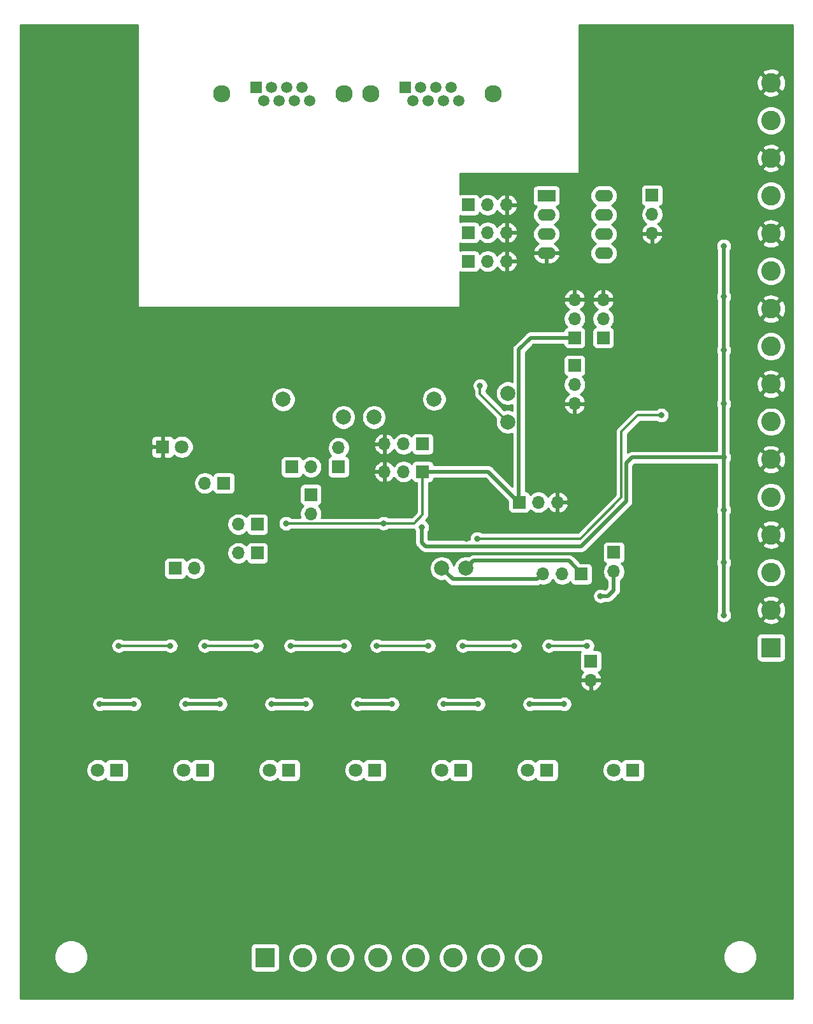
<source format=gbr>
%TF.GenerationSoftware,KiCad,Pcbnew,5.1.7-a382d34a8~87~ubuntu20.04.1*%
%TF.CreationDate,2020-11-04T11:31:22+01:00*%
%TF.ProjectId,BatteryMonitoringUnit_BMU,42617474-6572-4794-9d6f-6e69746f7269,2.0*%
%TF.SameCoordinates,Original*%
%TF.FileFunction,Copper,L2,Bot*%
%TF.FilePolarity,Positive*%
%FSLAX46Y46*%
G04 Gerber Fmt 4.6, Leading zero omitted, Abs format (unit mm)*
G04 Created by KiCad (PCBNEW 5.1.7-a382d34a8~87~ubuntu20.04.1) date 2020-11-04 11:31:22*
%MOMM*%
%LPD*%
G01*
G04 APERTURE LIST*
%TA.AperFunction,ComponentPad*%
%ADD10C,1.800000*%
%TD*%
%TA.AperFunction,ComponentPad*%
%ADD11R,1.800000X1.800000*%
%TD*%
%TA.AperFunction,ComponentPad*%
%ADD12C,2.300000*%
%TD*%
%TA.AperFunction,ComponentPad*%
%ADD13C,1.500000*%
%TD*%
%TA.AperFunction,ComponentPad*%
%ADD14R,1.500000X1.500000*%
%TD*%
%TA.AperFunction,ComponentPad*%
%ADD15O,1.700000X1.700000*%
%TD*%
%TA.AperFunction,ComponentPad*%
%ADD16R,1.700000X1.700000*%
%TD*%
%TA.AperFunction,ComponentPad*%
%ADD17C,2.600000*%
%TD*%
%TA.AperFunction,ComponentPad*%
%ADD18R,2.600000X2.600000*%
%TD*%
%TA.AperFunction,ComponentPad*%
%ADD19O,2.400000X1.600000*%
%TD*%
%TA.AperFunction,ComponentPad*%
%ADD20R,2.400000X1.600000*%
%TD*%
%TA.AperFunction,ComponentPad*%
%ADD21C,2.000000*%
%TD*%
%TA.AperFunction,ViaPad*%
%ADD22C,0.800000*%
%TD*%
%TA.AperFunction,Conductor*%
%ADD23C,0.300000*%
%TD*%
%TA.AperFunction,Conductor*%
%ADD24C,0.500000*%
%TD*%
%TA.AperFunction,Conductor*%
%ADD25C,0.254000*%
%TD*%
%TA.AperFunction,Conductor*%
%ADD26C,0.100000*%
%TD*%
G04 APERTURE END LIST*
D10*
%TO.P,D101,2*%
%TO.N,Net-(D101-Pad2)*%
X54610000Y-80391000D03*
D11*
%TO.P,D101,1*%
%TO.N,-BATT_Fused*%
X52070000Y-80391000D03*
%TD*%
D12*
%TO.P,JA101,SH*%
%TO.N,Net-(JA101-PadSH)*%
X79758000Y-33529000D03*
X96018000Y-33529000D03*
D13*
%TO.P,JA101,8*%
%TO.N,/isoSPI/isoSPI_IN-_Header*%
X91440000Y-34419000D03*
%TO.P,JA101,6*%
%TO.N,Net-(JA101-Pad6)*%
X89408000Y-34419000D03*
%TO.P,JA101,4*%
%TO.N,Net-(JA101-Pad4)*%
X87376000Y-34419000D03*
%TO.P,JA101,2*%
%TO.N,Net-(JA101-Pad2)*%
X85344000Y-34419000D03*
%TO.P,JA101,7*%
%TO.N,/isoSPI/isoSPI_IN+_Header*%
X90424000Y-32639000D03*
%TO.P,JA101,5*%
%TO.N,Net-(JA101-Pad5)*%
X88392000Y-32639000D03*
%TO.P,JA101,3*%
%TO.N,Net-(JA101-Pad3)*%
X86360000Y-32639000D03*
D14*
%TO.P,JA101,1*%
%TO.N,Net-(JA101-Pad1)*%
X84328000Y-32639000D03*
%TD*%
D12*
%TO.P,JB101,SH*%
%TO.N,Net-(JA101-PadSH)*%
X59946000Y-33529000D03*
X76206000Y-33529000D03*
D13*
%TO.P,JB101,8*%
%TO.N,/isoSPI/isoSPI_OUT-_Header*%
X71628000Y-34419000D03*
%TO.P,JB101,6*%
%TO.N,Net-(JB101-Pad6)*%
X69596000Y-34419000D03*
%TO.P,JB101,4*%
%TO.N,Net-(JB101-Pad4)*%
X67564000Y-34419000D03*
%TO.P,JB101,2*%
%TO.N,Net-(JB101-Pad2)*%
X65532000Y-34419000D03*
%TO.P,JB101,7*%
%TO.N,/isoSPI/isoSPI_OUT+_Header*%
X70612000Y-32639000D03*
%TO.P,JB101,5*%
%TO.N,Net-(JB101-Pad5)*%
X68580000Y-32639000D03*
%TO.P,JB101,3*%
%TO.N,Net-(JB101-Pad3)*%
X66548000Y-32639000D03*
D14*
%TO.P,JB101,1*%
%TO.N,Net-(JB101-Pad1)*%
X64516000Y-32639000D03*
%TD*%
D15*
%TO.P,J1301,3*%
%TO.N,-BATT_Fused*%
X97790000Y-48260000D03*
%TO.P,J1301,2*%
%TO.N,/sheet5FB9F446/A0*%
X95250000Y-48260000D03*
D16*
%TO.P,J1301,1*%
%TO.N,V_Reg*%
X92710000Y-48260000D03*
%TD*%
D15*
%TO.P,J1302,3*%
%TO.N,-BATT_Fused*%
X97790000Y-51943000D03*
%TO.P,J1302,2*%
%TO.N,/sheet5FB9F446/A1*%
X95250000Y-51943000D03*
D16*
%TO.P,J1302,1*%
%TO.N,V_Reg*%
X92710000Y-51943000D03*
%TD*%
D15*
%TO.P,J1303,3*%
%TO.N,-BATT_Fused*%
X97790000Y-55753000D03*
%TO.P,J1303,2*%
%TO.N,/sheet5FB9F446/A2*%
X95250000Y-55753000D03*
D16*
%TO.P,J1303,1*%
%TO.N,V_Reg*%
X92710000Y-55753000D03*
%TD*%
D17*
%TO.P,J111,16*%
%TO.N,-BATT_Fused*%
X132905500Y-32061000D03*
%TO.P,J111,15*%
%TO.N,/NTC_7*%
X132905500Y-37061000D03*
%TO.P,J111,14*%
%TO.N,-BATT_Fused*%
X132905500Y-42061000D03*
%TO.P,J111,13*%
%TO.N,/NTC_6*%
X132905500Y-47061000D03*
%TO.P,J111,12*%
%TO.N,-BATT_Fused*%
X132905500Y-52061000D03*
%TO.P,J111,11*%
%TO.N,/NTC_5*%
X132905500Y-57061000D03*
%TO.P,J111,10*%
%TO.N,-BATT_Fused*%
X132905500Y-62061000D03*
%TO.P,J111,9*%
%TO.N,/NTC_4*%
X132905500Y-67061000D03*
%TO.P,J111,8*%
%TO.N,-BATT_Fused*%
X132905500Y-72061000D03*
%TO.P,J111,7*%
%TO.N,/NTC_3*%
X132905500Y-77061000D03*
%TO.P,J111,6*%
%TO.N,-BATT_Fused*%
X132905500Y-82061000D03*
%TO.P,J111,5*%
%TO.N,/NTC_2*%
X132905500Y-87061000D03*
%TO.P,J111,4*%
%TO.N,-BATT_Fused*%
X132905500Y-92061000D03*
%TO.P,J111,3*%
%TO.N,/NTC_1*%
X132905500Y-97061000D03*
%TO.P,J111,2*%
%TO.N,-BATT_Fused*%
X132905500Y-102061000D03*
D18*
%TO.P,J111,1*%
%TO.N,/NTC_0*%
X132905500Y-107061000D03*
%TD*%
D19*
%TO.P,U1301,8*%
%TO.N,V_Reg*%
X110680500Y-47053500D03*
%TO.P,U1301,4*%
%TO.N,-BATT_Fused*%
X103060500Y-54673500D03*
%TO.P,U1301,7*%
%TO.N,/sheet5FB9F446/~ENABLE*%
X110680500Y-49593500D03*
%TO.P,U1301,3*%
%TO.N,/sheet5FB9F446/A2*%
X103060500Y-52133500D03*
%TO.P,U1301,6*%
%TO.N,GPIO3_(SDA)*%
X110680500Y-52133500D03*
%TO.P,U1301,2*%
%TO.N,/sheet5FB9F446/A1*%
X103060500Y-49593500D03*
%TO.P,U1301,5*%
%TO.N,GPIO4_(SCL)*%
X110680500Y-54673500D03*
D20*
%TO.P,U1301,1*%
%TO.N,/sheet5FB9F446/A0*%
X103060500Y-47053500D03*
%TD*%
D15*
%TO.P,J1304,3*%
%TO.N,-BATT_Fused*%
X117094000Y-52070000D03*
%TO.P,J1304,2*%
%TO.N,/sheet5FB9F446/~ENABLE*%
X117094000Y-49530000D03*
D16*
%TO.P,J1304,1*%
%TO.N,V_Reg*%
X117094000Y-46990000D03*
%TD*%
D15*
%TO.P,J301,2*%
%TO.N,/C_0*%
X112014000Y-96964500D03*
D16*
%TO.P,J301,1*%
%TO.N,GPIO1_(ADC)*%
X112014000Y-94424500D03*
%TD*%
D15*
%TO.P,J201,2*%
%TO.N,-BATT_Fused*%
X108966000Y-111379000D03*
D16*
%TO.P,J201,1*%
%TO.N,/BalanceFuses/+FusedCell_0*%
X108966000Y-108839000D03*
%TD*%
D17*
%TO.P,J112,8*%
%TO.N,-BATT*%
X100659000Y-148209000D03*
%TO.P,J112,7*%
%TO.N,/+Cell_0*%
X95659000Y-148209000D03*
%TO.P,J112,6*%
%TO.N,/+Cell_1*%
X90659000Y-148209000D03*
%TO.P,J112,5*%
%TO.N,/+Cell_2*%
X85659000Y-148209000D03*
%TO.P,J112,4*%
%TO.N,/+Cell_3*%
X80659000Y-148209000D03*
%TO.P,J112,3*%
%TO.N,/+Cell_4*%
X75659000Y-148209000D03*
%TO.P,J112,2*%
%TO.N,/+Cell_5*%
X70659000Y-148209000D03*
D18*
%TO.P,J112,1*%
%TO.N,+BATT*%
X65659000Y-148209000D03*
%TD*%
D15*
%TO.P,J110,3*%
%TO.N,GPIO2_(ADC)*%
X102616000Y-97282000D03*
%TO.P,J110,2*%
%TO.N,/MUX_I2C/TempData*%
X105156000Y-97282000D03*
D16*
%TO.P,J110,1*%
%TO.N,GPIO1_(ADC)*%
X107696000Y-97282000D03*
%TD*%
D15*
%TO.P,J107,2*%
%TO.N,DRIVE*%
X56261000Y-96520000D03*
D16*
%TO.P,J107,1*%
%TO.N,Net-(J107-Pad1)*%
X53721000Y-96520000D03*
%TD*%
D15*
%TO.P,J106,2*%
%TO.N,Net-(C103-Pad2)*%
X57658000Y-85217000D03*
D16*
%TO.P,J106,1*%
%TO.N,V_Reg*%
X60198000Y-85217000D03*
%TD*%
D15*
%TO.P,J109,2*%
%TO.N,Serial_MOSI*%
X75438000Y-80518000D03*
D16*
%TO.P,J109,1*%
%TO.N,Serial_CLK*%
X75438000Y-83058000D03*
%TD*%
D15*
%TO.P,J108,2*%
%TO.N,Serial_~CS*%
X71755000Y-89281000D03*
D16*
%TO.P,J108,1*%
%TO.N,Serial_MISO*%
X71755000Y-86741000D03*
%TD*%
D15*
%TO.P,J105,2*%
%TO.N,WDT*%
X71755000Y-83058000D03*
D16*
%TO.P,J105,1*%
%TO.N,Net-(J105-Pad1)*%
X69215000Y-83058000D03*
%TD*%
D21*
%TO.P,TP104,1*%
%TO.N,isoSPI-_OUT*%
X76073000Y-76454000D03*
%TD*%
%TO.P,TP103,1*%
%TO.N,isoSPI+_OUT*%
X68072000Y-74104500D03*
%TD*%
%TO.P,TP102,1*%
%TO.N,Serial_~CS*%
X88138000Y-74041000D03*
%TD*%
%TO.P,TP101,1*%
%TO.N,Serial_MISO*%
X80137000Y-76454000D03*
%TD*%
D15*
%TO.P,J103,2*%
%TO.N,Net-(J103-Pad2)*%
X62103000Y-94488000D03*
D16*
%TO.P,J103,1*%
%TO.N,IBIAS*%
X64643000Y-94488000D03*
%TD*%
D15*
%TO.P,J104,2*%
%TO.N,Net-(J104-Pad2)*%
X62103000Y-90678000D03*
D16*
%TO.P,J104,1*%
%TO.N,ICMP*%
X64643000Y-90678000D03*
%TD*%
%TO.P,J1104,1*%
%TO.N,V_Reg*%
X99441000Y-87757000D03*
D15*
%TO.P,J1104,2*%
%TO.N,/MUX_I2C/~SHDN*%
X101981000Y-87757000D03*
%TO.P,J1104,3*%
%TO.N,-BATT_Fused*%
X104521000Y-87757000D03*
%TD*%
%TO.P,J1103,3*%
%TO.N,-BATT_Fused*%
X106807000Y-74676000D03*
%TO.P,J1103,2*%
%TO.N,/MUX_I2C/~RESET*%
X106807000Y-72136000D03*
D16*
%TO.P,J1103,1*%
%TO.N,V_Reg*%
X106807000Y-69596000D03*
%TD*%
D15*
%TO.P,J1102,3*%
%TO.N,-BATT_Fused*%
X106807000Y-60833000D03*
%TO.P,J1102,2*%
%TO.N,/MUX_I2C/A1*%
X106807000Y-63373000D03*
D16*
%TO.P,J1102,1*%
%TO.N,V_Reg*%
X106807000Y-65913000D03*
%TD*%
D15*
%TO.P,J1101,3*%
%TO.N,-BATT_Fused*%
X110617000Y-60833000D03*
%TO.P,J1101,2*%
%TO.N,/MUX_I2C/A0*%
X110617000Y-63373000D03*
D16*
%TO.P,J1101,1*%
%TO.N,V_Reg*%
X110617000Y-65913000D03*
%TD*%
D15*
%TO.P,J102,3*%
%TO.N,-BATT_Fused*%
X81534000Y-83693000D03*
%TO.P,J102,2*%
%TO.N,DTEN*%
X84074000Y-83693000D03*
D16*
%TO.P,J102,1*%
%TO.N,V_Reg*%
X86614000Y-83693000D03*
%TD*%
D15*
%TO.P,J101,3*%
%TO.N,-BATT_Fused*%
X81534000Y-80010000D03*
%TO.P,J101,2*%
%TO.N,ISOMD*%
X84074000Y-80010000D03*
D16*
%TO.P,J101,1*%
%TO.N,V_Reg*%
X86614000Y-80010000D03*
%TD*%
D10*
%TO.P,D1001,2*%
%TO.N,Net-(D1001-Pad2)*%
X112014000Y-123317000D03*
D11*
%TO.P,D1001,1*%
%TO.N,Net-(D1001-Pad1)*%
X114554000Y-123317000D03*
%TD*%
D10*
%TO.P,D901,2*%
%TO.N,Net-(D901-Pad2)*%
X100584000Y-123317000D03*
D11*
%TO.P,D901,1*%
%TO.N,Net-(D901-Pad1)*%
X103124000Y-123317000D03*
%TD*%
D10*
%TO.P,D801,2*%
%TO.N,Net-(D801-Pad2)*%
X89154000Y-123317000D03*
D11*
%TO.P,D801,1*%
%TO.N,Net-(D801-Pad1)*%
X91694000Y-123317000D03*
%TD*%
D10*
%TO.P,D701,2*%
%TO.N,Net-(D701-Pad2)*%
X77724000Y-123317000D03*
D11*
%TO.P,D701,1*%
%TO.N,Net-(D701-Pad1)*%
X80264000Y-123317000D03*
%TD*%
D10*
%TO.P,D601,2*%
%TO.N,Net-(D601-Pad2)*%
X66294000Y-123317000D03*
D11*
%TO.P,D601,1*%
%TO.N,Net-(D601-Pad1)*%
X68834000Y-123317000D03*
%TD*%
D10*
%TO.P,D501,2*%
%TO.N,Net-(D501-Pad2)*%
X54864000Y-123317000D03*
D11*
%TO.P,D501,1*%
%TO.N,Net-(D501-Pad1)*%
X57404000Y-123317000D03*
%TD*%
D10*
%TO.P,D401,2*%
%TO.N,Net-(D401-Pad2)*%
X43434000Y-123317000D03*
D11*
%TO.P,D401,1*%
%TO.N,Net-(D401-Pad1)*%
X45974000Y-123317000D03*
%TD*%
D21*
%TO.P,TP108,1*%
%TO.N,GPIO1_(ADC)*%
X92329000Y-96520000D03*
%TD*%
%TO.P,TP107,1*%
%TO.N,GPIO2_(ADC)*%
X89154000Y-96520000D03*
%TD*%
%TO.P,TP106,1*%
%TO.N,GPIO3_(SDA)*%
X97917000Y-77089000D03*
%TD*%
%TO.P,TP105,1*%
%TO.N,GPIO4_(SCL)*%
X97917000Y-73279000D03*
%TD*%
D22*
%TO.N,V_Reg*%
X68453000Y-90563000D03*
X81407000Y-90551000D03*
%TO.N,/C_0*%
X110236000Y-100203000D03*
%TO.N,GPIO3_(SDA)*%
X94234000Y-72263000D03*
%TO.N,V_Ref2*%
X126619000Y-102743000D03*
X126619000Y-95758000D03*
X126619000Y-88773000D03*
X126619000Y-81788000D03*
X126619000Y-74676000D03*
X126619000Y-67564000D03*
X126619000Y-60452000D03*
X126619000Y-53721000D03*
X86487000Y-91059000D03*
%TO.N,Net-(U1101-Pad8)*%
X93853000Y-92583000D03*
X118326000Y-76200000D03*
%TO.N,/BalanceFuses/+FusedCell_5*%
X43688000Y-114554000D03*
X48260000Y-114554000D03*
X46228000Y-106807000D03*
X53086000Y-106807000D03*
%TO.N,/BalanceFuses/+FusedCell_4*%
X55118000Y-114554000D03*
X59690000Y-114554000D03*
X57658000Y-106807000D03*
X64516000Y-106807000D03*
%TO.N,/BalanceFuses/+FusedCell_3*%
X66548000Y-114554000D03*
X71120000Y-114554000D03*
X69088000Y-106807000D03*
X76200000Y-106807000D03*
%TO.N,/BalanceFuses/+FusedCell_2*%
X77978000Y-114554000D03*
X82550000Y-114554000D03*
X80518000Y-106807000D03*
X87376000Y-106807000D03*
%TO.N,/BalanceFuses/+FusedCell_1*%
X89408000Y-114554000D03*
X93980000Y-114554000D03*
X91948000Y-106807000D03*
X98806000Y-106807000D03*
%TO.N,/BalanceFuses/+FusedCell_0*%
X100838000Y-114554000D03*
X105410000Y-114554000D03*
X103378000Y-106807000D03*
X108458000Y-106807000D03*
%TO.N,-BATT_Fused*%
X86868000Y-76454000D03*
X69215000Y-76454000D03*
X72898000Y-70485000D03*
X82931000Y-70485000D03*
X53467000Y-102235000D03*
X64897000Y-102235000D03*
X76327000Y-102235000D03*
X68453000Y-97663000D03*
X75247497Y-85788503D03*
X82740498Y-85915498D03*
X92456000Y-92583000D03*
X92075000Y-89027000D03*
X85280500Y-95440500D03*
X87757000Y-102235000D03*
X99314000Y-102235000D03*
X113792000Y-102235000D03*
X42037000Y-102235000D03*
X60325000Y-88392000D03*
X74930000Y-95758000D03*
X85264000Y-85874331D03*
X121285000Y-63627000D03*
X121285000Y-70612000D03*
X121285000Y-56642000D03*
X121285000Y-77597000D03*
X121285000Y-84582000D03*
X121285000Y-91567000D03*
X121285000Y-98552000D03*
X121285000Y-105537000D03*
X51689000Y-97028000D03*
X46990000Y-38227000D03*
X108585000Y-38227000D03*
%TD*%
D23*
%TO.N,V_Reg*%
X81395000Y-90563000D02*
X81407000Y-90551000D01*
X68453000Y-90563000D02*
X81395000Y-90563000D01*
X86614000Y-89408000D02*
X86614000Y-83693000D01*
X85471000Y-90551000D02*
X86614000Y-89408000D01*
X81407000Y-90551000D02*
X85471000Y-90551000D01*
D24*
X95313500Y-83693000D02*
X99377500Y-87757000D01*
X86614000Y-83693000D02*
X95313500Y-83693000D01*
X100965000Y-65913000D02*
X106807000Y-65913000D01*
X99377500Y-67500500D02*
X100965000Y-65913000D01*
X99377500Y-87757000D02*
X99377500Y-67500500D01*
%TO.N,/C_0*%
X112014000Y-99441000D02*
X112014000Y-96964500D01*
X111252000Y-100203000D02*
X112014000Y-99441000D01*
X110236000Y-100203000D02*
X111252000Y-100203000D01*
D23*
%TO.N,GPIO3_(SDA)*%
X94234000Y-73406000D02*
X97917000Y-77089000D01*
X94234000Y-72263000D02*
X94234000Y-73406000D01*
D24*
%TO.N,GPIO1_(ADC)*%
X106061001Y-95520001D02*
X107696000Y-97155000D01*
X93328999Y-95520001D02*
X106061001Y-95520001D01*
X92329000Y-96520000D02*
X93328999Y-95520001D01*
%TO.N,GPIO2_(ADC)*%
X101800999Y-97970001D02*
X102616000Y-97155000D01*
X90604001Y-97970001D02*
X101800999Y-97970001D01*
X89154000Y-96520000D02*
X90604001Y-97970001D01*
%TO.N,V_Ref2*%
X126619000Y-102743000D02*
X126619000Y-95758000D01*
X126619000Y-95758000D02*
X126619000Y-88773000D01*
X126619000Y-88773000D02*
X126619000Y-81788000D01*
X126619000Y-81788000D02*
X126619000Y-74676000D01*
X126619000Y-74676000D02*
X126619000Y-67564000D01*
X126619000Y-67564000D02*
X126619000Y-60452000D01*
X126619000Y-60452000D02*
X126619000Y-53721000D01*
X86487000Y-93091000D02*
X86487000Y-91059000D01*
X86995000Y-93599000D02*
X86487000Y-93091000D01*
X107696000Y-93599000D02*
X86995000Y-93599000D01*
X113665000Y-82550000D02*
X113665000Y-87630000D01*
X113665000Y-87630000D02*
X107696000Y-93599000D01*
X114427000Y-81788000D02*
X113665000Y-82550000D01*
X126619000Y-81788000D02*
X114427000Y-81788000D01*
D23*
%TO.N,Net-(U1101-Pad8)*%
X115189000Y-76200000D02*
X118326000Y-76200000D01*
X113030000Y-78359000D02*
X115189000Y-76200000D01*
X113030000Y-87122000D02*
X113030000Y-78359000D01*
X107569000Y-92583000D02*
X113030000Y-87122000D01*
X93853000Y-92583000D02*
X107569000Y-92583000D01*
D24*
%TO.N,/BalanceFuses/+FusedCell_5*%
X43688000Y-114554000D02*
X48260000Y-114554000D01*
D23*
X46228000Y-106807000D02*
X53086000Y-106807000D01*
D24*
%TO.N,/BalanceFuses/+FusedCell_4*%
X55118000Y-114554000D02*
X59690000Y-114554000D01*
D23*
X57658000Y-106807000D02*
X64516000Y-106807000D01*
D24*
%TO.N,/BalanceFuses/+FusedCell_3*%
X66548000Y-114554000D02*
X71120000Y-114554000D01*
D23*
X69088000Y-106807000D02*
X76200000Y-106807000D01*
D24*
%TO.N,/BalanceFuses/+FusedCell_2*%
X77978000Y-114554000D02*
X82550000Y-114554000D01*
D23*
X80518000Y-106807000D02*
X87376000Y-106807000D01*
D24*
%TO.N,/BalanceFuses/+FusedCell_1*%
X89408000Y-114554000D02*
X93980000Y-114554000D01*
D23*
X91948000Y-106807000D02*
X98806000Y-106807000D01*
D24*
%TO.N,/BalanceFuses/+FusedCell_0*%
X100838000Y-114554000D02*
X105410000Y-114554000D01*
D23*
X103378000Y-106807000D02*
X108458000Y-106807000D01*
%TD*%
D25*
%TO.N,-BATT_Fused*%
X48768000Y-61722000D02*
X48770440Y-61746776D01*
X48777667Y-61770601D01*
X48789403Y-61792557D01*
X48805197Y-61811803D01*
X48824443Y-61827597D01*
X48846399Y-61839333D01*
X48870224Y-61846560D01*
X48895000Y-61849000D01*
X91440000Y-61849000D01*
X91464776Y-61846560D01*
X91488601Y-61839333D01*
X91510557Y-61827597D01*
X91529803Y-61811803D01*
X91545597Y-61792557D01*
X91557333Y-61770601D01*
X91564560Y-61746776D01*
X91567000Y-61722000D01*
X91567000Y-60476110D01*
X105365524Y-60476110D01*
X105486845Y-60706000D01*
X106680000Y-60706000D01*
X106680000Y-59512186D01*
X106934000Y-59512186D01*
X106934000Y-60706000D01*
X108127155Y-60706000D01*
X108248476Y-60476110D01*
X109175524Y-60476110D01*
X109296845Y-60706000D01*
X110490000Y-60706000D01*
X110490000Y-59512186D01*
X110744000Y-59512186D01*
X110744000Y-60706000D01*
X111937155Y-60706000D01*
X112058476Y-60476110D01*
X112013825Y-60328901D01*
X111888641Y-60066080D01*
X111714588Y-59832731D01*
X111498355Y-59637822D01*
X111248252Y-59488843D01*
X110973891Y-59391519D01*
X110744000Y-59512186D01*
X110490000Y-59512186D01*
X110260109Y-59391519D01*
X109985748Y-59488843D01*
X109735645Y-59637822D01*
X109519412Y-59832731D01*
X109345359Y-60066080D01*
X109220175Y-60328901D01*
X109175524Y-60476110D01*
X108248476Y-60476110D01*
X108203825Y-60328901D01*
X108078641Y-60066080D01*
X107904588Y-59832731D01*
X107688355Y-59637822D01*
X107438252Y-59488843D01*
X107163891Y-59391519D01*
X106934000Y-59512186D01*
X106680000Y-59512186D01*
X106450109Y-59391519D01*
X106175748Y-59488843D01*
X105925645Y-59637822D01*
X105709412Y-59832731D01*
X105535359Y-60066080D01*
X105410175Y-60328901D01*
X105365524Y-60476110D01*
X91567000Y-60476110D01*
X91567000Y-57166407D01*
X91615820Y-57192502D01*
X91735518Y-57228812D01*
X91860000Y-57241072D01*
X93560000Y-57241072D01*
X93684482Y-57228812D01*
X93804180Y-57192502D01*
X93914494Y-57133537D01*
X94011185Y-57054185D01*
X94090537Y-56957494D01*
X94149502Y-56847180D01*
X94171513Y-56774620D01*
X94303368Y-56906475D01*
X94546589Y-57068990D01*
X94816842Y-57180932D01*
X95103740Y-57238000D01*
X95396260Y-57238000D01*
X95683158Y-57180932D01*
X95953411Y-57068990D01*
X96196632Y-56906475D01*
X96403475Y-56699632D01*
X96525195Y-56517466D01*
X96594822Y-56634355D01*
X96789731Y-56850588D01*
X97023080Y-57024641D01*
X97285901Y-57149825D01*
X97433110Y-57194476D01*
X97663000Y-57073155D01*
X97663000Y-55880000D01*
X97917000Y-55880000D01*
X97917000Y-57073155D01*
X98146890Y-57194476D01*
X98294099Y-57149825D01*
X98556920Y-57024641D01*
X98790269Y-56850588D01*
X98985178Y-56634355D01*
X99134157Y-56384252D01*
X99231481Y-56109891D01*
X99110814Y-55880000D01*
X97917000Y-55880000D01*
X97663000Y-55880000D01*
X97643000Y-55880000D01*
X97643000Y-55626000D01*
X97663000Y-55626000D01*
X97663000Y-54432845D01*
X97917000Y-54432845D01*
X97917000Y-55626000D01*
X99110814Y-55626000D01*
X99231481Y-55396109D01*
X99134157Y-55121748D01*
X99075062Y-55022539D01*
X101268596Y-55022539D01*
X101286133Y-55105318D01*
X101396785Y-55365146D01*
X101556000Y-55598395D01*
X101757661Y-55796101D01*
X101994017Y-55950666D01*
X102255986Y-56056150D01*
X102533500Y-56108500D01*
X102933500Y-56108500D01*
X102933500Y-54800500D01*
X103187500Y-54800500D01*
X103187500Y-56108500D01*
X103587500Y-56108500D01*
X103865014Y-56056150D01*
X104126983Y-55950666D01*
X104363339Y-55796101D01*
X104565000Y-55598395D01*
X104724215Y-55365146D01*
X104834867Y-55105318D01*
X104852404Y-55022539D01*
X104730415Y-54800500D01*
X103187500Y-54800500D01*
X102933500Y-54800500D01*
X101390585Y-54800500D01*
X101268596Y-55022539D01*
X99075062Y-55022539D01*
X98985178Y-54871645D01*
X98790269Y-54655412D01*
X98556920Y-54481359D01*
X98294099Y-54356175D01*
X98146890Y-54311524D01*
X97917000Y-54432845D01*
X97663000Y-54432845D01*
X97433110Y-54311524D01*
X97285901Y-54356175D01*
X97023080Y-54481359D01*
X96789731Y-54655412D01*
X96594822Y-54871645D01*
X96525195Y-54988534D01*
X96403475Y-54806368D01*
X96196632Y-54599525D01*
X95953411Y-54437010D01*
X95683158Y-54325068D01*
X95396260Y-54268000D01*
X95103740Y-54268000D01*
X94816842Y-54325068D01*
X94546589Y-54437010D01*
X94303368Y-54599525D01*
X94171513Y-54731380D01*
X94149502Y-54658820D01*
X94090537Y-54548506D01*
X94011185Y-54451815D01*
X93914494Y-54372463D01*
X93804180Y-54313498D01*
X93684482Y-54277188D01*
X93560000Y-54264928D01*
X91860000Y-54264928D01*
X91735518Y-54277188D01*
X91615820Y-54313498D01*
X91567000Y-54339593D01*
X91567000Y-53356407D01*
X91615820Y-53382502D01*
X91735518Y-53418812D01*
X91860000Y-53431072D01*
X93560000Y-53431072D01*
X93684482Y-53418812D01*
X93804180Y-53382502D01*
X93914494Y-53323537D01*
X94011185Y-53244185D01*
X94090537Y-53147494D01*
X94149502Y-53037180D01*
X94171513Y-52964620D01*
X94303368Y-53096475D01*
X94546589Y-53258990D01*
X94816842Y-53370932D01*
X95103740Y-53428000D01*
X95396260Y-53428000D01*
X95683158Y-53370932D01*
X95953411Y-53258990D01*
X96196632Y-53096475D01*
X96403475Y-52889632D01*
X96525195Y-52707466D01*
X96594822Y-52824355D01*
X96789731Y-53040588D01*
X97023080Y-53214641D01*
X97285901Y-53339825D01*
X97433110Y-53384476D01*
X97663000Y-53263155D01*
X97663000Y-52070000D01*
X97917000Y-52070000D01*
X97917000Y-53263155D01*
X98146890Y-53384476D01*
X98294099Y-53339825D01*
X98556920Y-53214641D01*
X98790269Y-53040588D01*
X98985178Y-52824355D01*
X99134157Y-52574252D01*
X99231481Y-52299891D01*
X99110814Y-52070000D01*
X97917000Y-52070000D01*
X97663000Y-52070000D01*
X97643000Y-52070000D01*
X97643000Y-51816000D01*
X97663000Y-51816000D01*
X97663000Y-50622845D01*
X97917000Y-50622845D01*
X97917000Y-51816000D01*
X99110814Y-51816000D01*
X99231481Y-51586109D01*
X99134157Y-51311748D01*
X98985178Y-51061645D01*
X98790269Y-50845412D01*
X98556920Y-50671359D01*
X98294099Y-50546175D01*
X98146890Y-50501524D01*
X97917000Y-50622845D01*
X97663000Y-50622845D01*
X97433110Y-50501524D01*
X97285901Y-50546175D01*
X97023080Y-50671359D01*
X96789731Y-50845412D01*
X96594822Y-51061645D01*
X96525195Y-51178534D01*
X96403475Y-50996368D01*
X96196632Y-50789525D01*
X95953411Y-50627010D01*
X95683158Y-50515068D01*
X95396260Y-50458000D01*
X95103740Y-50458000D01*
X94816842Y-50515068D01*
X94546589Y-50627010D01*
X94303368Y-50789525D01*
X94171513Y-50921380D01*
X94149502Y-50848820D01*
X94090537Y-50738506D01*
X94011185Y-50641815D01*
X93914494Y-50562463D01*
X93804180Y-50503498D01*
X93684482Y-50467188D01*
X93560000Y-50454928D01*
X91860000Y-50454928D01*
X91735518Y-50467188D01*
X91615820Y-50503498D01*
X91567000Y-50529593D01*
X91567000Y-49673407D01*
X91615820Y-49699502D01*
X91735518Y-49735812D01*
X91860000Y-49748072D01*
X93560000Y-49748072D01*
X93684482Y-49735812D01*
X93804180Y-49699502D01*
X93914494Y-49640537D01*
X94011185Y-49561185D01*
X94090537Y-49464494D01*
X94149502Y-49354180D01*
X94171513Y-49281620D01*
X94303368Y-49413475D01*
X94546589Y-49575990D01*
X94816842Y-49687932D01*
X95103740Y-49745000D01*
X95396260Y-49745000D01*
X95683158Y-49687932D01*
X95953411Y-49575990D01*
X96196632Y-49413475D01*
X96403475Y-49206632D01*
X96525195Y-49024466D01*
X96594822Y-49141355D01*
X96789731Y-49357588D01*
X97023080Y-49531641D01*
X97285901Y-49656825D01*
X97433110Y-49701476D01*
X97663000Y-49580155D01*
X97663000Y-48387000D01*
X97917000Y-48387000D01*
X97917000Y-49580155D01*
X98146890Y-49701476D01*
X98294099Y-49656825D01*
X98427048Y-49593500D01*
X101218557Y-49593500D01*
X101246264Y-49874809D01*
X101328318Y-50145308D01*
X101461568Y-50394601D01*
X101640892Y-50613108D01*
X101859399Y-50792432D01*
X101992358Y-50863500D01*
X101859399Y-50934568D01*
X101640892Y-51113892D01*
X101461568Y-51332399D01*
X101328318Y-51581692D01*
X101246264Y-51852191D01*
X101218557Y-52133500D01*
X101246264Y-52414809D01*
X101328318Y-52685308D01*
X101461568Y-52934601D01*
X101640892Y-53153108D01*
X101859399Y-53332432D01*
X101987241Y-53400765D01*
X101757661Y-53550899D01*
X101556000Y-53748605D01*
X101396785Y-53981854D01*
X101286133Y-54241682D01*
X101268596Y-54324461D01*
X101390585Y-54546500D01*
X102933500Y-54546500D01*
X102933500Y-54526500D01*
X103187500Y-54526500D01*
X103187500Y-54546500D01*
X104730415Y-54546500D01*
X104852404Y-54324461D01*
X104834867Y-54241682D01*
X104724215Y-53981854D01*
X104565000Y-53748605D01*
X104363339Y-53550899D01*
X104133759Y-53400765D01*
X104261601Y-53332432D01*
X104480108Y-53153108D01*
X104659432Y-52934601D01*
X104792682Y-52685308D01*
X104874736Y-52414809D01*
X104902443Y-52133500D01*
X104874736Y-51852191D01*
X104792682Y-51581692D01*
X104659432Y-51332399D01*
X104480108Y-51113892D01*
X104261601Y-50934568D01*
X104128642Y-50863500D01*
X104261601Y-50792432D01*
X104480108Y-50613108D01*
X104659432Y-50394601D01*
X104792682Y-50145308D01*
X104874736Y-49874809D01*
X104902443Y-49593500D01*
X104874736Y-49312191D01*
X104792682Y-49041692D01*
X104659432Y-48792399D01*
X104480108Y-48573892D01*
X104367018Y-48481081D01*
X104384982Y-48479312D01*
X104504680Y-48443002D01*
X104614994Y-48384037D01*
X104711685Y-48304685D01*
X104791037Y-48207994D01*
X104850002Y-48097680D01*
X104886312Y-47977982D01*
X104898572Y-47853500D01*
X104898572Y-47053500D01*
X108838557Y-47053500D01*
X108866264Y-47334809D01*
X108948318Y-47605308D01*
X109081568Y-47854601D01*
X109260892Y-48073108D01*
X109479399Y-48252432D01*
X109612358Y-48323500D01*
X109479399Y-48394568D01*
X109260892Y-48573892D01*
X109081568Y-48792399D01*
X108948318Y-49041692D01*
X108866264Y-49312191D01*
X108838557Y-49593500D01*
X108866264Y-49874809D01*
X108948318Y-50145308D01*
X109081568Y-50394601D01*
X109260892Y-50613108D01*
X109479399Y-50792432D01*
X109612358Y-50863500D01*
X109479399Y-50934568D01*
X109260892Y-51113892D01*
X109081568Y-51332399D01*
X108948318Y-51581692D01*
X108866264Y-51852191D01*
X108838557Y-52133500D01*
X108866264Y-52414809D01*
X108948318Y-52685308D01*
X109081568Y-52934601D01*
X109260892Y-53153108D01*
X109479399Y-53332432D01*
X109612358Y-53403500D01*
X109479399Y-53474568D01*
X109260892Y-53653892D01*
X109081568Y-53872399D01*
X108948318Y-54121692D01*
X108866264Y-54392191D01*
X108838557Y-54673500D01*
X108866264Y-54954809D01*
X108948318Y-55225308D01*
X109081568Y-55474601D01*
X109260892Y-55693108D01*
X109479399Y-55872432D01*
X109728692Y-56005682D01*
X109999191Y-56087736D01*
X110210008Y-56108500D01*
X111150992Y-56108500D01*
X111361809Y-56087736D01*
X111632308Y-56005682D01*
X111881601Y-55872432D01*
X112100108Y-55693108D01*
X112279432Y-55474601D01*
X112412682Y-55225308D01*
X112494736Y-54954809D01*
X112522443Y-54673500D01*
X112494736Y-54392191D01*
X112412682Y-54121692D01*
X112279432Y-53872399D01*
X112100108Y-53653892D01*
X111881601Y-53474568D01*
X111748642Y-53403500D01*
X111881601Y-53332432D01*
X112100108Y-53153108D01*
X112279432Y-52934601D01*
X112412682Y-52685308D01*
X112491071Y-52426890D01*
X115652524Y-52426890D01*
X115697175Y-52574099D01*
X115822359Y-52836920D01*
X115996412Y-53070269D01*
X116212645Y-53265178D01*
X116462748Y-53414157D01*
X116737109Y-53511481D01*
X116967000Y-53390814D01*
X116967000Y-52197000D01*
X117221000Y-52197000D01*
X117221000Y-53390814D01*
X117450891Y-53511481D01*
X117725252Y-53414157D01*
X117975355Y-53265178D01*
X118191588Y-53070269D01*
X118365641Y-52836920D01*
X118490825Y-52574099D01*
X118535476Y-52426890D01*
X118414155Y-52197000D01*
X117221000Y-52197000D01*
X116967000Y-52197000D01*
X115773845Y-52197000D01*
X115652524Y-52426890D01*
X112491071Y-52426890D01*
X112494736Y-52414809D01*
X112522443Y-52133500D01*
X112520299Y-52111729D01*
X130961799Y-52111729D01*
X131009043Y-52489951D01*
X131129167Y-52851690D01*
X131261188Y-53098683D01*
X131556276Y-53230619D01*
X132725895Y-52061000D01*
X133085105Y-52061000D01*
X134254724Y-53230619D01*
X134549812Y-53098683D01*
X134720659Y-52757955D01*
X134821750Y-52390443D01*
X134849201Y-52010271D01*
X134801957Y-51632049D01*
X134681833Y-51270310D01*
X134549812Y-51023317D01*
X134254724Y-50891381D01*
X133085105Y-52061000D01*
X132725895Y-52061000D01*
X131556276Y-50891381D01*
X131261188Y-51023317D01*
X131090341Y-51364045D01*
X130989250Y-51731557D01*
X130961799Y-52111729D01*
X112520299Y-52111729D01*
X112494736Y-51852191D01*
X112412682Y-51581692D01*
X112279432Y-51332399D01*
X112100108Y-51113892D01*
X111881601Y-50934568D01*
X111748642Y-50863500D01*
X111881601Y-50792432D01*
X112100108Y-50613108D01*
X112279432Y-50394601D01*
X112412682Y-50145308D01*
X112494736Y-49874809D01*
X112522443Y-49593500D01*
X112494736Y-49312191D01*
X112412682Y-49041692D01*
X112279432Y-48792399D01*
X112100108Y-48573892D01*
X111881601Y-48394568D01*
X111748642Y-48323500D01*
X111881601Y-48252432D01*
X112100108Y-48073108D01*
X112279432Y-47854601D01*
X112412682Y-47605308D01*
X112494736Y-47334809D01*
X112522443Y-47053500D01*
X112494736Y-46772191D01*
X112412682Y-46501692D01*
X112279432Y-46252399D01*
X112187189Y-46140000D01*
X115605928Y-46140000D01*
X115605928Y-47840000D01*
X115618188Y-47964482D01*
X115654498Y-48084180D01*
X115713463Y-48194494D01*
X115792815Y-48291185D01*
X115889506Y-48370537D01*
X115999820Y-48429502D01*
X116072380Y-48451513D01*
X115940525Y-48583368D01*
X115778010Y-48826589D01*
X115666068Y-49096842D01*
X115609000Y-49383740D01*
X115609000Y-49676260D01*
X115666068Y-49963158D01*
X115778010Y-50233411D01*
X115940525Y-50476632D01*
X116147368Y-50683475D01*
X116329534Y-50805195D01*
X116212645Y-50874822D01*
X115996412Y-51069731D01*
X115822359Y-51303080D01*
X115697175Y-51565901D01*
X115652524Y-51713110D01*
X115773845Y-51943000D01*
X116967000Y-51943000D01*
X116967000Y-51923000D01*
X117221000Y-51923000D01*
X117221000Y-51943000D01*
X118414155Y-51943000D01*
X118535476Y-51713110D01*
X118490825Y-51565901D01*
X118365641Y-51303080D01*
X118191588Y-51069731D01*
X117975355Y-50874822D01*
X117858466Y-50805195D01*
X117998276Y-50711776D01*
X131735881Y-50711776D01*
X132905500Y-51881395D01*
X134075119Y-50711776D01*
X133943183Y-50416688D01*
X133602455Y-50245841D01*
X133234943Y-50144750D01*
X132854771Y-50117299D01*
X132476549Y-50164543D01*
X132114810Y-50284667D01*
X131867817Y-50416688D01*
X131735881Y-50711776D01*
X117998276Y-50711776D01*
X118040632Y-50683475D01*
X118247475Y-50476632D01*
X118409990Y-50233411D01*
X118521932Y-49963158D01*
X118579000Y-49676260D01*
X118579000Y-49383740D01*
X118521932Y-49096842D01*
X118409990Y-48826589D01*
X118247475Y-48583368D01*
X118115620Y-48451513D01*
X118188180Y-48429502D01*
X118298494Y-48370537D01*
X118395185Y-48291185D01*
X118474537Y-48194494D01*
X118533502Y-48084180D01*
X118569812Y-47964482D01*
X118582072Y-47840000D01*
X118582072Y-46870419D01*
X130970500Y-46870419D01*
X130970500Y-47251581D01*
X131044861Y-47625419D01*
X131190725Y-47977566D01*
X131402487Y-48294491D01*
X131672009Y-48564013D01*
X131988934Y-48775775D01*
X132341081Y-48921639D01*
X132714919Y-48996000D01*
X133096081Y-48996000D01*
X133469919Y-48921639D01*
X133822066Y-48775775D01*
X134138991Y-48564013D01*
X134408513Y-48294491D01*
X134620275Y-47977566D01*
X134766139Y-47625419D01*
X134840500Y-47251581D01*
X134840500Y-46870419D01*
X134766139Y-46496581D01*
X134620275Y-46144434D01*
X134408513Y-45827509D01*
X134138991Y-45557987D01*
X133822066Y-45346225D01*
X133469919Y-45200361D01*
X133096081Y-45126000D01*
X132714919Y-45126000D01*
X132341081Y-45200361D01*
X131988934Y-45346225D01*
X131672009Y-45557987D01*
X131402487Y-45827509D01*
X131190725Y-46144434D01*
X131044861Y-46496581D01*
X130970500Y-46870419D01*
X118582072Y-46870419D01*
X118582072Y-46140000D01*
X118569812Y-46015518D01*
X118533502Y-45895820D01*
X118474537Y-45785506D01*
X118395185Y-45688815D01*
X118298494Y-45609463D01*
X118188180Y-45550498D01*
X118068482Y-45514188D01*
X117944000Y-45501928D01*
X116244000Y-45501928D01*
X116119518Y-45514188D01*
X115999820Y-45550498D01*
X115889506Y-45609463D01*
X115792815Y-45688815D01*
X115713463Y-45785506D01*
X115654498Y-45895820D01*
X115618188Y-46015518D01*
X115605928Y-46140000D01*
X112187189Y-46140000D01*
X112100108Y-46033892D01*
X111881601Y-45854568D01*
X111632308Y-45721318D01*
X111361809Y-45639264D01*
X111150992Y-45618500D01*
X110210008Y-45618500D01*
X109999191Y-45639264D01*
X109728692Y-45721318D01*
X109479399Y-45854568D01*
X109260892Y-46033892D01*
X109081568Y-46252399D01*
X108948318Y-46501692D01*
X108866264Y-46772191D01*
X108838557Y-47053500D01*
X104898572Y-47053500D01*
X104898572Y-46253500D01*
X104886312Y-46129018D01*
X104850002Y-46009320D01*
X104791037Y-45899006D01*
X104711685Y-45802315D01*
X104614994Y-45722963D01*
X104504680Y-45663998D01*
X104384982Y-45627688D01*
X104260500Y-45615428D01*
X101860500Y-45615428D01*
X101736018Y-45627688D01*
X101616320Y-45663998D01*
X101506006Y-45722963D01*
X101409315Y-45802315D01*
X101329963Y-45899006D01*
X101270998Y-46009320D01*
X101234688Y-46129018D01*
X101222428Y-46253500D01*
X101222428Y-47853500D01*
X101234688Y-47977982D01*
X101270998Y-48097680D01*
X101329963Y-48207994D01*
X101409315Y-48304685D01*
X101506006Y-48384037D01*
X101616320Y-48443002D01*
X101736018Y-48479312D01*
X101753982Y-48481081D01*
X101640892Y-48573892D01*
X101461568Y-48792399D01*
X101328318Y-49041692D01*
X101246264Y-49312191D01*
X101218557Y-49593500D01*
X98427048Y-49593500D01*
X98556920Y-49531641D01*
X98790269Y-49357588D01*
X98985178Y-49141355D01*
X99134157Y-48891252D01*
X99231481Y-48616891D01*
X99110814Y-48387000D01*
X97917000Y-48387000D01*
X97663000Y-48387000D01*
X97643000Y-48387000D01*
X97643000Y-48133000D01*
X97663000Y-48133000D01*
X97663000Y-46939845D01*
X97917000Y-46939845D01*
X97917000Y-48133000D01*
X99110814Y-48133000D01*
X99231481Y-47903109D01*
X99134157Y-47628748D01*
X98985178Y-47378645D01*
X98790269Y-47162412D01*
X98556920Y-46988359D01*
X98294099Y-46863175D01*
X98146890Y-46818524D01*
X97917000Y-46939845D01*
X97663000Y-46939845D01*
X97433110Y-46818524D01*
X97285901Y-46863175D01*
X97023080Y-46988359D01*
X96789731Y-47162412D01*
X96594822Y-47378645D01*
X96525195Y-47495534D01*
X96403475Y-47313368D01*
X96196632Y-47106525D01*
X95953411Y-46944010D01*
X95683158Y-46832068D01*
X95396260Y-46775000D01*
X95103740Y-46775000D01*
X94816842Y-46832068D01*
X94546589Y-46944010D01*
X94303368Y-47106525D01*
X94171513Y-47238380D01*
X94149502Y-47165820D01*
X94090537Y-47055506D01*
X94011185Y-46958815D01*
X93914494Y-46879463D01*
X93804180Y-46820498D01*
X93684482Y-46784188D01*
X93560000Y-46771928D01*
X91860000Y-46771928D01*
X91735518Y-46784188D01*
X91615820Y-46820498D01*
X91567000Y-46846593D01*
X91567000Y-44069000D01*
X107315000Y-44069000D01*
X107339776Y-44066560D01*
X107363601Y-44059333D01*
X107385557Y-44047597D01*
X107404803Y-44031803D01*
X107420597Y-44012557D01*
X107432333Y-43990601D01*
X107439560Y-43966776D01*
X107442000Y-43942000D01*
X107442000Y-43410224D01*
X131735881Y-43410224D01*
X131867817Y-43705312D01*
X132208545Y-43876159D01*
X132576057Y-43977250D01*
X132956229Y-44004701D01*
X133334451Y-43957457D01*
X133696190Y-43837333D01*
X133943183Y-43705312D01*
X134075119Y-43410224D01*
X132905500Y-42240605D01*
X131735881Y-43410224D01*
X107442000Y-43410224D01*
X107442000Y-42111729D01*
X130961799Y-42111729D01*
X131009043Y-42489951D01*
X131129167Y-42851690D01*
X131261188Y-43098683D01*
X131556276Y-43230619D01*
X132725895Y-42061000D01*
X133085105Y-42061000D01*
X134254724Y-43230619D01*
X134549812Y-43098683D01*
X134720659Y-42757955D01*
X134821750Y-42390443D01*
X134849201Y-42010271D01*
X134801957Y-41632049D01*
X134681833Y-41270310D01*
X134549812Y-41023317D01*
X134254724Y-40891381D01*
X133085105Y-42061000D01*
X132725895Y-42061000D01*
X131556276Y-40891381D01*
X131261188Y-41023317D01*
X131090341Y-41364045D01*
X130989250Y-41731557D01*
X130961799Y-42111729D01*
X107442000Y-42111729D01*
X107442000Y-40711776D01*
X131735881Y-40711776D01*
X132905500Y-41881395D01*
X134075119Y-40711776D01*
X133943183Y-40416688D01*
X133602455Y-40245841D01*
X133234943Y-40144750D01*
X132854771Y-40117299D01*
X132476549Y-40164543D01*
X132114810Y-40284667D01*
X131867817Y-40416688D01*
X131735881Y-40711776D01*
X107442000Y-40711776D01*
X107442000Y-36870419D01*
X130970500Y-36870419D01*
X130970500Y-37251581D01*
X131044861Y-37625419D01*
X131190725Y-37977566D01*
X131402487Y-38294491D01*
X131672009Y-38564013D01*
X131988934Y-38775775D01*
X132341081Y-38921639D01*
X132714919Y-38996000D01*
X133096081Y-38996000D01*
X133469919Y-38921639D01*
X133822066Y-38775775D01*
X134138991Y-38564013D01*
X134408513Y-38294491D01*
X134620275Y-37977566D01*
X134766139Y-37625419D01*
X134840500Y-37251581D01*
X134840500Y-36870419D01*
X134766139Y-36496581D01*
X134620275Y-36144434D01*
X134408513Y-35827509D01*
X134138991Y-35557987D01*
X133822066Y-35346225D01*
X133469919Y-35200361D01*
X133096081Y-35126000D01*
X132714919Y-35126000D01*
X132341081Y-35200361D01*
X131988934Y-35346225D01*
X131672009Y-35557987D01*
X131402487Y-35827509D01*
X131190725Y-36144434D01*
X131044861Y-36496581D01*
X130970500Y-36870419D01*
X107442000Y-36870419D01*
X107442000Y-33410224D01*
X131735881Y-33410224D01*
X131867817Y-33705312D01*
X132208545Y-33876159D01*
X132576057Y-33977250D01*
X132956229Y-34004701D01*
X133334451Y-33957457D01*
X133696190Y-33837333D01*
X133943183Y-33705312D01*
X134075119Y-33410224D01*
X132905500Y-32240605D01*
X131735881Y-33410224D01*
X107442000Y-33410224D01*
X107442000Y-32111729D01*
X130961799Y-32111729D01*
X131009043Y-32489951D01*
X131129167Y-32851690D01*
X131261188Y-33098683D01*
X131556276Y-33230619D01*
X132725895Y-32061000D01*
X133085105Y-32061000D01*
X134254724Y-33230619D01*
X134549812Y-33098683D01*
X134720659Y-32757955D01*
X134821750Y-32390443D01*
X134849201Y-32010271D01*
X134801957Y-31632049D01*
X134681833Y-31270310D01*
X134549812Y-31023317D01*
X134254724Y-30891381D01*
X133085105Y-32061000D01*
X132725895Y-32061000D01*
X131556276Y-30891381D01*
X131261188Y-31023317D01*
X131090341Y-31364045D01*
X130989250Y-31731557D01*
X130961799Y-32111729D01*
X107442000Y-32111729D01*
X107442000Y-30711776D01*
X131735881Y-30711776D01*
X132905500Y-31881395D01*
X134075119Y-30711776D01*
X133943183Y-30416688D01*
X133602455Y-30245841D01*
X133234943Y-30144750D01*
X132854771Y-30117299D01*
X132476549Y-30164543D01*
X132114810Y-30284667D01*
X131867817Y-30416688D01*
X131735881Y-30711776D01*
X107442000Y-30711776D01*
X107442000Y-24384000D01*
X135763000Y-24384000D01*
X135763000Y-153670000D01*
X33147000Y-153670000D01*
X33147000Y-147861872D01*
X37643000Y-147861872D01*
X37643000Y-148302128D01*
X37728890Y-148733925D01*
X37897369Y-149140669D01*
X38141962Y-149506729D01*
X38453271Y-149818038D01*
X38819331Y-150062631D01*
X39226075Y-150231110D01*
X39657872Y-150317000D01*
X40098128Y-150317000D01*
X40529925Y-150231110D01*
X40936669Y-150062631D01*
X41302729Y-149818038D01*
X41614038Y-149506729D01*
X41858631Y-149140669D01*
X42027110Y-148733925D01*
X42113000Y-148302128D01*
X42113000Y-147861872D01*
X42027110Y-147430075D01*
X41858631Y-147023331D01*
X41782238Y-146909000D01*
X63720928Y-146909000D01*
X63720928Y-149509000D01*
X63733188Y-149633482D01*
X63769498Y-149753180D01*
X63828463Y-149863494D01*
X63907815Y-149960185D01*
X64004506Y-150039537D01*
X64114820Y-150098502D01*
X64234518Y-150134812D01*
X64359000Y-150147072D01*
X66959000Y-150147072D01*
X67083482Y-150134812D01*
X67203180Y-150098502D01*
X67313494Y-150039537D01*
X67410185Y-149960185D01*
X67489537Y-149863494D01*
X67548502Y-149753180D01*
X67584812Y-149633482D01*
X67597072Y-149509000D01*
X67597072Y-148018419D01*
X68724000Y-148018419D01*
X68724000Y-148399581D01*
X68798361Y-148773419D01*
X68944225Y-149125566D01*
X69155987Y-149442491D01*
X69425509Y-149712013D01*
X69742434Y-149923775D01*
X70094581Y-150069639D01*
X70468419Y-150144000D01*
X70849581Y-150144000D01*
X71223419Y-150069639D01*
X71575566Y-149923775D01*
X71892491Y-149712013D01*
X72162013Y-149442491D01*
X72373775Y-149125566D01*
X72519639Y-148773419D01*
X72594000Y-148399581D01*
X72594000Y-148018419D01*
X73724000Y-148018419D01*
X73724000Y-148399581D01*
X73798361Y-148773419D01*
X73944225Y-149125566D01*
X74155987Y-149442491D01*
X74425509Y-149712013D01*
X74742434Y-149923775D01*
X75094581Y-150069639D01*
X75468419Y-150144000D01*
X75849581Y-150144000D01*
X76223419Y-150069639D01*
X76575566Y-149923775D01*
X76892491Y-149712013D01*
X77162013Y-149442491D01*
X77373775Y-149125566D01*
X77519639Y-148773419D01*
X77594000Y-148399581D01*
X77594000Y-148018419D01*
X78724000Y-148018419D01*
X78724000Y-148399581D01*
X78798361Y-148773419D01*
X78944225Y-149125566D01*
X79155987Y-149442491D01*
X79425509Y-149712013D01*
X79742434Y-149923775D01*
X80094581Y-150069639D01*
X80468419Y-150144000D01*
X80849581Y-150144000D01*
X81223419Y-150069639D01*
X81575566Y-149923775D01*
X81892491Y-149712013D01*
X82162013Y-149442491D01*
X82373775Y-149125566D01*
X82519639Y-148773419D01*
X82594000Y-148399581D01*
X82594000Y-148018419D01*
X83724000Y-148018419D01*
X83724000Y-148399581D01*
X83798361Y-148773419D01*
X83944225Y-149125566D01*
X84155987Y-149442491D01*
X84425509Y-149712013D01*
X84742434Y-149923775D01*
X85094581Y-150069639D01*
X85468419Y-150144000D01*
X85849581Y-150144000D01*
X86223419Y-150069639D01*
X86575566Y-149923775D01*
X86892491Y-149712013D01*
X87162013Y-149442491D01*
X87373775Y-149125566D01*
X87519639Y-148773419D01*
X87594000Y-148399581D01*
X87594000Y-148018419D01*
X88724000Y-148018419D01*
X88724000Y-148399581D01*
X88798361Y-148773419D01*
X88944225Y-149125566D01*
X89155987Y-149442491D01*
X89425509Y-149712013D01*
X89742434Y-149923775D01*
X90094581Y-150069639D01*
X90468419Y-150144000D01*
X90849581Y-150144000D01*
X91223419Y-150069639D01*
X91575566Y-149923775D01*
X91892491Y-149712013D01*
X92162013Y-149442491D01*
X92373775Y-149125566D01*
X92519639Y-148773419D01*
X92594000Y-148399581D01*
X92594000Y-148018419D01*
X93724000Y-148018419D01*
X93724000Y-148399581D01*
X93798361Y-148773419D01*
X93944225Y-149125566D01*
X94155987Y-149442491D01*
X94425509Y-149712013D01*
X94742434Y-149923775D01*
X95094581Y-150069639D01*
X95468419Y-150144000D01*
X95849581Y-150144000D01*
X96223419Y-150069639D01*
X96575566Y-149923775D01*
X96892491Y-149712013D01*
X97162013Y-149442491D01*
X97373775Y-149125566D01*
X97519639Y-148773419D01*
X97594000Y-148399581D01*
X97594000Y-148018419D01*
X98724000Y-148018419D01*
X98724000Y-148399581D01*
X98798361Y-148773419D01*
X98944225Y-149125566D01*
X99155987Y-149442491D01*
X99425509Y-149712013D01*
X99742434Y-149923775D01*
X100094581Y-150069639D01*
X100468419Y-150144000D01*
X100849581Y-150144000D01*
X101223419Y-150069639D01*
X101575566Y-149923775D01*
X101892491Y-149712013D01*
X102162013Y-149442491D01*
X102373775Y-149125566D01*
X102519639Y-148773419D01*
X102594000Y-148399581D01*
X102594000Y-148018419D01*
X102562861Y-147861872D01*
X126543000Y-147861872D01*
X126543000Y-148302128D01*
X126628890Y-148733925D01*
X126797369Y-149140669D01*
X127041962Y-149506729D01*
X127353271Y-149818038D01*
X127719331Y-150062631D01*
X128126075Y-150231110D01*
X128557872Y-150317000D01*
X128998128Y-150317000D01*
X129429925Y-150231110D01*
X129836669Y-150062631D01*
X130202729Y-149818038D01*
X130514038Y-149506729D01*
X130758631Y-149140669D01*
X130927110Y-148733925D01*
X131013000Y-148302128D01*
X131013000Y-147861872D01*
X130927110Y-147430075D01*
X130758631Y-147023331D01*
X130514038Y-146657271D01*
X130202729Y-146345962D01*
X129836669Y-146101369D01*
X129429925Y-145932890D01*
X128998128Y-145847000D01*
X128557872Y-145847000D01*
X128126075Y-145932890D01*
X127719331Y-146101369D01*
X127353271Y-146345962D01*
X127041962Y-146657271D01*
X126797369Y-147023331D01*
X126628890Y-147430075D01*
X126543000Y-147861872D01*
X102562861Y-147861872D01*
X102519639Y-147644581D01*
X102373775Y-147292434D01*
X102162013Y-146975509D01*
X101892491Y-146705987D01*
X101575566Y-146494225D01*
X101223419Y-146348361D01*
X100849581Y-146274000D01*
X100468419Y-146274000D01*
X100094581Y-146348361D01*
X99742434Y-146494225D01*
X99425509Y-146705987D01*
X99155987Y-146975509D01*
X98944225Y-147292434D01*
X98798361Y-147644581D01*
X98724000Y-148018419D01*
X97594000Y-148018419D01*
X97519639Y-147644581D01*
X97373775Y-147292434D01*
X97162013Y-146975509D01*
X96892491Y-146705987D01*
X96575566Y-146494225D01*
X96223419Y-146348361D01*
X95849581Y-146274000D01*
X95468419Y-146274000D01*
X95094581Y-146348361D01*
X94742434Y-146494225D01*
X94425509Y-146705987D01*
X94155987Y-146975509D01*
X93944225Y-147292434D01*
X93798361Y-147644581D01*
X93724000Y-148018419D01*
X92594000Y-148018419D01*
X92519639Y-147644581D01*
X92373775Y-147292434D01*
X92162013Y-146975509D01*
X91892491Y-146705987D01*
X91575566Y-146494225D01*
X91223419Y-146348361D01*
X90849581Y-146274000D01*
X90468419Y-146274000D01*
X90094581Y-146348361D01*
X89742434Y-146494225D01*
X89425509Y-146705987D01*
X89155987Y-146975509D01*
X88944225Y-147292434D01*
X88798361Y-147644581D01*
X88724000Y-148018419D01*
X87594000Y-148018419D01*
X87519639Y-147644581D01*
X87373775Y-147292434D01*
X87162013Y-146975509D01*
X86892491Y-146705987D01*
X86575566Y-146494225D01*
X86223419Y-146348361D01*
X85849581Y-146274000D01*
X85468419Y-146274000D01*
X85094581Y-146348361D01*
X84742434Y-146494225D01*
X84425509Y-146705987D01*
X84155987Y-146975509D01*
X83944225Y-147292434D01*
X83798361Y-147644581D01*
X83724000Y-148018419D01*
X82594000Y-148018419D01*
X82519639Y-147644581D01*
X82373775Y-147292434D01*
X82162013Y-146975509D01*
X81892491Y-146705987D01*
X81575566Y-146494225D01*
X81223419Y-146348361D01*
X80849581Y-146274000D01*
X80468419Y-146274000D01*
X80094581Y-146348361D01*
X79742434Y-146494225D01*
X79425509Y-146705987D01*
X79155987Y-146975509D01*
X78944225Y-147292434D01*
X78798361Y-147644581D01*
X78724000Y-148018419D01*
X77594000Y-148018419D01*
X77519639Y-147644581D01*
X77373775Y-147292434D01*
X77162013Y-146975509D01*
X76892491Y-146705987D01*
X76575566Y-146494225D01*
X76223419Y-146348361D01*
X75849581Y-146274000D01*
X75468419Y-146274000D01*
X75094581Y-146348361D01*
X74742434Y-146494225D01*
X74425509Y-146705987D01*
X74155987Y-146975509D01*
X73944225Y-147292434D01*
X73798361Y-147644581D01*
X73724000Y-148018419D01*
X72594000Y-148018419D01*
X72519639Y-147644581D01*
X72373775Y-147292434D01*
X72162013Y-146975509D01*
X71892491Y-146705987D01*
X71575566Y-146494225D01*
X71223419Y-146348361D01*
X70849581Y-146274000D01*
X70468419Y-146274000D01*
X70094581Y-146348361D01*
X69742434Y-146494225D01*
X69425509Y-146705987D01*
X69155987Y-146975509D01*
X68944225Y-147292434D01*
X68798361Y-147644581D01*
X68724000Y-148018419D01*
X67597072Y-148018419D01*
X67597072Y-146909000D01*
X67584812Y-146784518D01*
X67548502Y-146664820D01*
X67489537Y-146554506D01*
X67410185Y-146457815D01*
X67313494Y-146378463D01*
X67203180Y-146319498D01*
X67083482Y-146283188D01*
X66959000Y-146270928D01*
X64359000Y-146270928D01*
X64234518Y-146283188D01*
X64114820Y-146319498D01*
X64004506Y-146378463D01*
X63907815Y-146457815D01*
X63828463Y-146554506D01*
X63769498Y-146664820D01*
X63733188Y-146784518D01*
X63720928Y-146909000D01*
X41782238Y-146909000D01*
X41614038Y-146657271D01*
X41302729Y-146345962D01*
X40936669Y-146101369D01*
X40529925Y-145932890D01*
X40098128Y-145847000D01*
X39657872Y-145847000D01*
X39226075Y-145932890D01*
X38819331Y-146101369D01*
X38453271Y-146345962D01*
X38141962Y-146657271D01*
X37897369Y-147023331D01*
X37728890Y-147430075D01*
X37643000Y-147861872D01*
X33147000Y-147861872D01*
X33147000Y-123165816D01*
X41899000Y-123165816D01*
X41899000Y-123468184D01*
X41957989Y-123764743D01*
X42073701Y-124044095D01*
X42241688Y-124295505D01*
X42455495Y-124509312D01*
X42706905Y-124677299D01*
X42986257Y-124793011D01*
X43282816Y-124852000D01*
X43585184Y-124852000D01*
X43881743Y-124793011D01*
X44161095Y-124677299D01*
X44412505Y-124509312D01*
X44478944Y-124442873D01*
X44484498Y-124461180D01*
X44543463Y-124571494D01*
X44622815Y-124668185D01*
X44719506Y-124747537D01*
X44829820Y-124806502D01*
X44949518Y-124842812D01*
X45074000Y-124855072D01*
X46874000Y-124855072D01*
X46998482Y-124842812D01*
X47118180Y-124806502D01*
X47228494Y-124747537D01*
X47325185Y-124668185D01*
X47404537Y-124571494D01*
X47463502Y-124461180D01*
X47499812Y-124341482D01*
X47512072Y-124217000D01*
X47512072Y-123165816D01*
X53329000Y-123165816D01*
X53329000Y-123468184D01*
X53387989Y-123764743D01*
X53503701Y-124044095D01*
X53671688Y-124295505D01*
X53885495Y-124509312D01*
X54136905Y-124677299D01*
X54416257Y-124793011D01*
X54712816Y-124852000D01*
X55015184Y-124852000D01*
X55311743Y-124793011D01*
X55591095Y-124677299D01*
X55842505Y-124509312D01*
X55908944Y-124442873D01*
X55914498Y-124461180D01*
X55973463Y-124571494D01*
X56052815Y-124668185D01*
X56149506Y-124747537D01*
X56259820Y-124806502D01*
X56379518Y-124842812D01*
X56504000Y-124855072D01*
X58304000Y-124855072D01*
X58428482Y-124842812D01*
X58548180Y-124806502D01*
X58658494Y-124747537D01*
X58755185Y-124668185D01*
X58834537Y-124571494D01*
X58893502Y-124461180D01*
X58929812Y-124341482D01*
X58942072Y-124217000D01*
X58942072Y-123165816D01*
X64759000Y-123165816D01*
X64759000Y-123468184D01*
X64817989Y-123764743D01*
X64933701Y-124044095D01*
X65101688Y-124295505D01*
X65315495Y-124509312D01*
X65566905Y-124677299D01*
X65846257Y-124793011D01*
X66142816Y-124852000D01*
X66445184Y-124852000D01*
X66741743Y-124793011D01*
X67021095Y-124677299D01*
X67272505Y-124509312D01*
X67338944Y-124442873D01*
X67344498Y-124461180D01*
X67403463Y-124571494D01*
X67482815Y-124668185D01*
X67579506Y-124747537D01*
X67689820Y-124806502D01*
X67809518Y-124842812D01*
X67934000Y-124855072D01*
X69734000Y-124855072D01*
X69858482Y-124842812D01*
X69978180Y-124806502D01*
X70088494Y-124747537D01*
X70185185Y-124668185D01*
X70264537Y-124571494D01*
X70323502Y-124461180D01*
X70359812Y-124341482D01*
X70372072Y-124217000D01*
X70372072Y-123165816D01*
X76189000Y-123165816D01*
X76189000Y-123468184D01*
X76247989Y-123764743D01*
X76363701Y-124044095D01*
X76531688Y-124295505D01*
X76745495Y-124509312D01*
X76996905Y-124677299D01*
X77276257Y-124793011D01*
X77572816Y-124852000D01*
X77875184Y-124852000D01*
X78171743Y-124793011D01*
X78451095Y-124677299D01*
X78702505Y-124509312D01*
X78768944Y-124442873D01*
X78774498Y-124461180D01*
X78833463Y-124571494D01*
X78912815Y-124668185D01*
X79009506Y-124747537D01*
X79119820Y-124806502D01*
X79239518Y-124842812D01*
X79364000Y-124855072D01*
X81164000Y-124855072D01*
X81288482Y-124842812D01*
X81408180Y-124806502D01*
X81518494Y-124747537D01*
X81615185Y-124668185D01*
X81694537Y-124571494D01*
X81753502Y-124461180D01*
X81789812Y-124341482D01*
X81802072Y-124217000D01*
X81802072Y-123165816D01*
X87619000Y-123165816D01*
X87619000Y-123468184D01*
X87677989Y-123764743D01*
X87793701Y-124044095D01*
X87961688Y-124295505D01*
X88175495Y-124509312D01*
X88426905Y-124677299D01*
X88706257Y-124793011D01*
X89002816Y-124852000D01*
X89305184Y-124852000D01*
X89601743Y-124793011D01*
X89881095Y-124677299D01*
X90132505Y-124509312D01*
X90198944Y-124442873D01*
X90204498Y-124461180D01*
X90263463Y-124571494D01*
X90342815Y-124668185D01*
X90439506Y-124747537D01*
X90549820Y-124806502D01*
X90669518Y-124842812D01*
X90794000Y-124855072D01*
X92594000Y-124855072D01*
X92718482Y-124842812D01*
X92838180Y-124806502D01*
X92948494Y-124747537D01*
X93045185Y-124668185D01*
X93124537Y-124571494D01*
X93183502Y-124461180D01*
X93219812Y-124341482D01*
X93232072Y-124217000D01*
X93232072Y-123165816D01*
X99049000Y-123165816D01*
X99049000Y-123468184D01*
X99107989Y-123764743D01*
X99223701Y-124044095D01*
X99391688Y-124295505D01*
X99605495Y-124509312D01*
X99856905Y-124677299D01*
X100136257Y-124793011D01*
X100432816Y-124852000D01*
X100735184Y-124852000D01*
X101031743Y-124793011D01*
X101311095Y-124677299D01*
X101562505Y-124509312D01*
X101628944Y-124442873D01*
X101634498Y-124461180D01*
X101693463Y-124571494D01*
X101772815Y-124668185D01*
X101869506Y-124747537D01*
X101979820Y-124806502D01*
X102099518Y-124842812D01*
X102224000Y-124855072D01*
X104024000Y-124855072D01*
X104148482Y-124842812D01*
X104268180Y-124806502D01*
X104378494Y-124747537D01*
X104475185Y-124668185D01*
X104554537Y-124571494D01*
X104613502Y-124461180D01*
X104649812Y-124341482D01*
X104662072Y-124217000D01*
X104662072Y-123165816D01*
X110479000Y-123165816D01*
X110479000Y-123468184D01*
X110537989Y-123764743D01*
X110653701Y-124044095D01*
X110821688Y-124295505D01*
X111035495Y-124509312D01*
X111286905Y-124677299D01*
X111566257Y-124793011D01*
X111862816Y-124852000D01*
X112165184Y-124852000D01*
X112461743Y-124793011D01*
X112741095Y-124677299D01*
X112992505Y-124509312D01*
X113058944Y-124442873D01*
X113064498Y-124461180D01*
X113123463Y-124571494D01*
X113202815Y-124668185D01*
X113299506Y-124747537D01*
X113409820Y-124806502D01*
X113529518Y-124842812D01*
X113654000Y-124855072D01*
X115454000Y-124855072D01*
X115578482Y-124842812D01*
X115698180Y-124806502D01*
X115808494Y-124747537D01*
X115905185Y-124668185D01*
X115984537Y-124571494D01*
X116043502Y-124461180D01*
X116079812Y-124341482D01*
X116092072Y-124217000D01*
X116092072Y-122417000D01*
X116079812Y-122292518D01*
X116043502Y-122172820D01*
X115984537Y-122062506D01*
X115905185Y-121965815D01*
X115808494Y-121886463D01*
X115698180Y-121827498D01*
X115578482Y-121791188D01*
X115454000Y-121778928D01*
X113654000Y-121778928D01*
X113529518Y-121791188D01*
X113409820Y-121827498D01*
X113299506Y-121886463D01*
X113202815Y-121965815D01*
X113123463Y-122062506D01*
X113064498Y-122172820D01*
X113058944Y-122191127D01*
X112992505Y-122124688D01*
X112741095Y-121956701D01*
X112461743Y-121840989D01*
X112165184Y-121782000D01*
X111862816Y-121782000D01*
X111566257Y-121840989D01*
X111286905Y-121956701D01*
X111035495Y-122124688D01*
X110821688Y-122338495D01*
X110653701Y-122589905D01*
X110537989Y-122869257D01*
X110479000Y-123165816D01*
X104662072Y-123165816D01*
X104662072Y-122417000D01*
X104649812Y-122292518D01*
X104613502Y-122172820D01*
X104554537Y-122062506D01*
X104475185Y-121965815D01*
X104378494Y-121886463D01*
X104268180Y-121827498D01*
X104148482Y-121791188D01*
X104024000Y-121778928D01*
X102224000Y-121778928D01*
X102099518Y-121791188D01*
X101979820Y-121827498D01*
X101869506Y-121886463D01*
X101772815Y-121965815D01*
X101693463Y-122062506D01*
X101634498Y-122172820D01*
X101628944Y-122191127D01*
X101562505Y-122124688D01*
X101311095Y-121956701D01*
X101031743Y-121840989D01*
X100735184Y-121782000D01*
X100432816Y-121782000D01*
X100136257Y-121840989D01*
X99856905Y-121956701D01*
X99605495Y-122124688D01*
X99391688Y-122338495D01*
X99223701Y-122589905D01*
X99107989Y-122869257D01*
X99049000Y-123165816D01*
X93232072Y-123165816D01*
X93232072Y-122417000D01*
X93219812Y-122292518D01*
X93183502Y-122172820D01*
X93124537Y-122062506D01*
X93045185Y-121965815D01*
X92948494Y-121886463D01*
X92838180Y-121827498D01*
X92718482Y-121791188D01*
X92594000Y-121778928D01*
X90794000Y-121778928D01*
X90669518Y-121791188D01*
X90549820Y-121827498D01*
X90439506Y-121886463D01*
X90342815Y-121965815D01*
X90263463Y-122062506D01*
X90204498Y-122172820D01*
X90198944Y-122191127D01*
X90132505Y-122124688D01*
X89881095Y-121956701D01*
X89601743Y-121840989D01*
X89305184Y-121782000D01*
X89002816Y-121782000D01*
X88706257Y-121840989D01*
X88426905Y-121956701D01*
X88175495Y-122124688D01*
X87961688Y-122338495D01*
X87793701Y-122589905D01*
X87677989Y-122869257D01*
X87619000Y-123165816D01*
X81802072Y-123165816D01*
X81802072Y-122417000D01*
X81789812Y-122292518D01*
X81753502Y-122172820D01*
X81694537Y-122062506D01*
X81615185Y-121965815D01*
X81518494Y-121886463D01*
X81408180Y-121827498D01*
X81288482Y-121791188D01*
X81164000Y-121778928D01*
X79364000Y-121778928D01*
X79239518Y-121791188D01*
X79119820Y-121827498D01*
X79009506Y-121886463D01*
X78912815Y-121965815D01*
X78833463Y-122062506D01*
X78774498Y-122172820D01*
X78768944Y-122191127D01*
X78702505Y-122124688D01*
X78451095Y-121956701D01*
X78171743Y-121840989D01*
X77875184Y-121782000D01*
X77572816Y-121782000D01*
X77276257Y-121840989D01*
X76996905Y-121956701D01*
X76745495Y-122124688D01*
X76531688Y-122338495D01*
X76363701Y-122589905D01*
X76247989Y-122869257D01*
X76189000Y-123165816D01*
X70372072Y-123165816D01*
X70372072Y-122417000D01*
X70359812Y-122292518D01*
X70323502Y-122172820D01*
X70264537Y-122062506D01*
X70185185Y-121965815D01*
X70088494Y-121886463D01*
X69978180Y-121827498D01*
X69858482Y-121791188D01*
X69734000Y-121778928D01*
X67934000Y-121778928D01*
X67809518Y-121791188D01*
X67689820Y-121827498D01*
X67579506Y-121886463D01*
X67482815Y-121965815D01*
X67403463Y-122062506D01*
X67344498Y-122172820D01*
X67338944Y-122191127D01*
X67272505Y-122124688D01*
X67021095Y-121956701D01*
X66741743Y-121840989D01*
X66445184Y-121782000D01*
X66142816Y-121782000D01*
X65846257Y-121840989D01*
X65566905Y-121956701D01*
X65315495Y-122124688D01*
X65101688Y-122338495D01*
X64933701Y-122589905D01*
X64817989Y-122869257D01*
X64759000Y-123165816D01*
X58942072Y-123165816D01*
X58942072Y-122417000D01*
X58929812Y-122292518D01*
X58893502Y-122172820D01*
X58834537Y-122062506D01*
X58755185Y-121965815D01*
X58658494Y-121886463D01*
X58548180Y-121827498D01*
X58428482Y-121791188D01*
X58304000Y-121778928D01*
X56504000Y-121778928D01*
X56379518Y-121791188D01*
X56259820Y-121827498D01*
X56149506Y-121886463D01*
X56052815Y-121965815D01*
X55973463Y-122062506D01*
X55914498Y-122172820D01*
X55908944Y-122191127D01*
X55842505Y-122124688D01*
X55591095Y-121956701D01*
X55311743Y-121840989D01*
X55015184Y-121782000D01*
X54712816Y-121782000D01*
X54416257Y-121840989D01*
X54136905Y-121956701D01*
X53885495Y-122124688D01*
X53671688Y-122338495D01*
X53503701Y-122589905D01*
X53387989Y-122869257D01*
X53329000Y-123165816D01*
X47512072Y-123165816D01*
X47512072Y-122417000D01*
X47499812Y-122292518D01*
X47463502Y-122172820D01*
X47404537Y-122062506D01*
X47325185Y-121965815D01*
X47228494Y-121886463D01*
X47118180Y-121827498D01*
X46998482Y-121791188D01*
X46874000Y-121778928D01*
X45074000Y-121778928D01*
X44949518Y-121791188D01*
X44829820Y-121827498D01*
X44719506Y-121886463D01*
X44622815Y-121965815D01*
X44543463Y-122062506D01*
X44484498Y-122172820D01*
X44478944Y-122191127D01*
X44412505Y-122124688D01*
X44161095Y-121956701D01*
X43881743Y-121840989D01*
X43585184Y-121782000D01*
X43282816Y-121782000D01*
X42986257Y-121840989D01*
X42706905Y-121956701D01*
X42455495Y-122124688D01*
X42241688Y-122338495D01*
X42073701Y-122589905D01*
X41957989Y-122869257D01*
X41899000Y-123165816D01*
X33147000Y-123165816D01*
X33147000Y-114452061D01*
X42653000Y-114452061D01*
X42653000Y-114655939D01*
X42692774Y-114855898D01*
X42770795Y-115044256D01*
X42884063Y-115213774D01*
X43028226Y-115357937D01*
X43197744Y-115471205D01*
X43386102Y-115549226D01*
X43586061Y-115589000D01*
X43789939Y-115589000D01*
X43989898Y-115549226D01*
X44178256Y-115471205D01*
X44226454Y-115439000D01*
X47721546Y-115439000D01*
X47769744Y-115471205D01*
X47958102Y-115549226D01*
X48158061Y-115589000D01*
X48361939Y-115589000D01*
X48561898Y-115549226D01*
X48750256Y-115471205D01*
X48919774Y-115357937D01*
X49063937Y-115213774D01*
X49177205Y-115044256D01*
X49255226Y-114855898D01*
X49295000Y-114655939D01*
X49295000Y-114452061D01*
X54083000Y-114452061D01*
X54083000Y-114655939D01*
X54122774Y-114855898D01*
X54200795Y-115044256D01*
X54314063Y-115213774D01*
X54458226Y-115357937D01*
X54627744Y-115471205D01*
X54816102Y-115549226D01*
X55016061Y-115589000D01*
X55219939Y-115589000D01*
X55419898Y-115549226D01*
X55608256Y-115471205D01*
X55656454Y-115439000D01*
X59151546Y-115439000D01*
X59199744Y-115471205D01*
X59388102Y-115549226D01*
X59588061Y-115589000D01*
X59791939Y-115589000D01*
X59991898Y-115549226D01*
X60180256Y-115471205D01*
X60349774Y-115357937D01*
X60493937Y-115213774D01*
X60607205Y-115044256D01*
X60685226Y-114855898D01*
X60725000Y-114655939D01*
X60725000Y-114452061D01*
X65513000Y-114452061D01*
X65513000Y-114655939D01*
X65552774Y-114855898D01*
X65630795Y-115044256D01*
X65744063Y-115213774D01*
X65888226Y-115357937D01*
X66057744Y-115471205D01*
X66246102Y-115549226D01*
X66446061Y-115589000D01*
X66649939Y-115589000D01*
X66849898Y-115549226D01*
X67038256Y-115471205D01*
X67086454Y-115439000D01*
X70581546Y-115439000D01*
X70629744Y-115471205D01*
X70818102Y-115549226D01*
X71018061Y-115589000D01*
X71221939Y-115589000D01*
X71421898Y-115549226D01*
X71610256Y-115471205D01*
X71779774Y-115357937D01*
X71923937Y-115213774D01*
X72037205Y-115044256D01*
X72115226Y-114855898D01*
X72155000Y-114655939D01*
X72155000Y-114452061D01*
X76943000Y-114452061D01*
X76943000Y-114655939D01*
X76982774Y-114855898D01*
X77060795Y-115044256D01*
X77174063Y-115213774D01*
X77318226Y-115357937D01*
X77487744Y-115471205D01*
X77676102Y-115549226D01*
X77876061Y-115589000D01*
X78079939Y-115589000D01*
X78279898Y-115549226D01*
X78468256Y-115471205D01*
X78516454Y-115439000D01*
X82011546Y-115439000D01*
X82059744Y-115471205D01*
X82248102Y-115549226D01*
X82448061Y-115589000D01*
X82651939Y-115589000D01*
X82851898Y-115549226D01*
X83040256Y-115471205D01*
X83209774Y-115357937D01*
X83353937Y-115213774D01*
X83467205Y-115044256D01*
X83545226Y-114855898D01*
X83585000Y-114655939D01*
X83585000Y-114452061D01*
X88373000Y-114452061D01*
X88373000Y-114655939D01*
X88412774Y-114855898D01*
X88490795Y-115044256D01*
X88604063Y-115213774D01*
X88748226Y-115357937D01*
X88917744Y-115471205D01*
X89106102Y-115549226D01*
X89306061Y-115589000D01*
X89509939Y-115589000D01*
X89709898Y-115549226D01*
X89898256Y-115471205D01*
X89946454Y-115439000D01*
X93441546Y-115439000D01*
X93489744Y-115471205D01*
X93678102Y-115549226D01*
X93878061Y-115589000D01*
X94081939Y-115589000D01*
X94281898Y-115549226D01*
X94470256Y-115471205D01*
X94639774Y-115357937D01*
X94783937Y-115213774D01*
X94897205Y-115044256D01*
X94975226Y-114855898D01*
X95015000Y-114655939D01*
X95015000Y-114452061D01*
X99803000Y-114452061D01*
X99803000Y-114655939D01*
X99842774Y-114855898D01*
X99920795Y-115044256D01*
X100034063Y-115213774D01*
X100178226Y-115357937D01*
X100347744Y-115471205D01*
X100536102Y-115549226D01*
X100736061Y-115589000D01*
X100939939Y-115589000D01*
X101139898Y-115549226D01*
X101328256Y-115471205D01*
X101376454Y-115439000D01*
X104871546Y-115439000D01*
X104919744Y-115471205D01*
X105108102Y-115549226D01*
X105308061Y-115589000D01*
X105511939Y-115589000D01*
X105711898Y-115549226D01*
X105900256Y-115471205D01*
X106069774Y-115357937D01*
X106213937Y-115213774D01*
X106327205Y-115044256D01*
X106405226Y-114855898D01*
X106445000Y-114655939D01*
X106445000Y-114452061D01*
X106405226Y-114252102D01*
X106327205Y-114063744D01*
X106213937Y-113894226D01*
X106069774Y-113750063D01*
X105900256Y-113636795D01*
X105711898Y-113558774D01*
X105511939Y-113519000D01*
X105308061Y-113519000D01*
X105108102Y-113558774D01*
X104919744Y-113636795D01*
X104871546Y-113669000D01*
X101376454Y-113669000D01*
X101328256Y-113636795D01*
X101139898Y-113558774D01*
X100939939Y-113519000D01*
X100736061Y-113519000D01*
X100536102Y-113558774D01*
X100347744Y-113636795D01*
X100178226Y-113750063D01*
X100034063Y-113894226D01*
X99920795Y-114063744D01*
X99842774Y-114252102D01*
X99803000Y-114452061D01*
X95015000Y-114452061D01*
X94975226Y-114252102D01*
X94897205Y-114063744D01*
X94783937Y-113894226D01*
X94639774Y-113750063D01*
X94470256Y-113636795D01*
X94281898Y-113558774D01*
X94081939Y-113519000D01*
X93878061Y-113519000D01*
X93678102Y-113558774D01*
X93489744Y-113636795D01*
X93441546Y-113669000D01*
X89946454Y-113669000D01*
X89898256Y-113636795D01*
X89709898Y-113558774D01*
X89509939Y-113519000D01*
X89306061Y-113519000D01*
X89106102Y-113558774D01*
X88917744Y-113636795D01*
X88748226Y-113750063D01*
X88604063Y-113894226D01*
X88490795Y-114063744D01*
X88412774Y-114252102D01*
X88373000Y-114452061D01*
X83585000Y-114452061D01*
X83545226Y-114252102D01*
X83467205Y-114063744D01*
X83353937Y-113894226D01*
X83209774Y-113750063D01*
X83040256Y-113636795D01*
X82851898Y-113558774D01*
X82651939Y-113519000D01*
X82448061Y-113519000D01*
X82248102Y-113558774D01*
X82059744Y-113636795D01*
X82011546Y-113669000D01*
X78516454Y-113669000D01*
X78468256Y-113636795D01*
X78279898Y-113558774D01*
X78079939Y-113519000D01*
X77876061Y-113519000D01*
X77676102Y-113558774D01*
X77487744Y-113636795D01*
X77318226Y-113750063D01*
X77174063Y-113894226D01*
X77060795Y-114063744D01*
X76982774Y-114252102D01*
X76943000Y-114452061D01*
X72155000Y-114452061D01*
X72115226Y-114252102D01*
X72037205Y-114063744D01*
X71923937Y-113894226D01*
X71779774Y-113750063D01*
X71610256Y-113636795D01*
X71421898Y-113558774D01*
X71221939Y-113519000D01*
X71018061Y-113519000D01*
X70818102Y-113558774D01*
X70629744Y-113636795D01*
X70581546Y-113669000D01*
X67086454Y-113669000D01*
X67038256Y-113636795D01*
X66849898Y-113558774D01*
X66649939Y-113519000D01*
X66446061Y-113519000D01*
X66246102Y-113558774D01*
X66057744Y-113636795D01*
X65888226Y-113750063D01*
X65744063Y-113894226D01*
X65630795Y-114063744D01*
X65552774Y-114252102D01*
X65513000Y-114452061D01*
X60725000Y-114452061D01*
X60685226Y-114252102D01*
X60607205Y-114063744D01*
X60493937Y-113894226D01*
X60349774Y-113750063D01*
X60180256Y-113636795D01*
X59991898Y-113558774D01*
X59791939Y-113519000D01*
X59588061Y-113519000D01*
X59388102Y-113558774D01*
X59199744Y-113636795D01*
X59151546Y-113669000D01*
X55656454Y-113669000D01*
X55608256Y-113636795D01*
X55419898Y-113558774D01*
X55219939Y-113519000D01*
X55016061Y-113519000D01*
X54816102Y-113558774D01*
X54627744Y-113636795D01*
X54458226Y-113750063D01*
X54314063Y-113894226D01*
X54200795Y-114063744D01*
X54122774Y-114252102D01*
X54083000Y-114452061D01*
X49295000Y-114452061D01*
X49255226Y-114252102D01*
X49177205Y-114063744D01*
X49063937Y-113894226D01*
X48919774Y-113750063D01*
X48750256Y-113636795D01*
X48561898Y-113558774D01*
X48361939Y-113519000D01*
X48158061Y-113519000D01*
X47958102Y-113558774D01*
X47769744Y-113636795D01*
X47721546Y-113669000D01*
X44226454Y-113669000D01*
X44178256Y-113636795D01*
X43989898Y-113558774D01*
X43789939Y-113519000D01*
X43586061Y-113519000D01*
X43386102Y-113558774D01*
X43197744Y-113636795D01*
X43028226Y-113750063D01*
X42884063Y-113894226D01*
X42770795Y-114063744D01*
X42692774Y-114252102D01*
X42653000Y-114452061D01*
X33147000Y-114452061D01*
X33147000Y-111735890D01*
X107524524Y-111735890D01*
X107569175Y-111883099D01*
X107694359Y-112145920D01*
X107868412Y-112379269D01*
X108084645Y-112574178D01*
X108334748Y-112723157D01*
X108609109Y-112820481D01*
X108839000Y-112699814D01*
X108839000Y-111506000D01*
X109093000Y-111506000D01*
X109093000Y-112699814D01*
X109322891Y-112820481D01*
X109597252Y-112723157D01*
X109847355Y-112574178D01*
X110063588Y-112379269D01*
X110237641Y-112145920D01*
X110362825Y-111883099D01*
X110407476Y-111735890D01*
X110286155Y-111506000D01*
X109093000Y-111506000D01*
X108839000Y-111506000D01*
X107645845Y-111506000D01*
X107524524Y-111735890D01*
X33147000Y-111735890D01*
X33147000Y-106705061D01*
X45193000Y-106705061D01*
X45193000Y-106908939D01*
X45232774Y-107108898D01*
X45310795Y-107297256D01*
X45424063Y-107466774D01*
X45568226Y-107610937D01*
X45737744Y-107724205D01*
X45926102Y-107802226D01*
X46126061Y-107842000D01*
X46329939Y-107842000D01*
X46529898Y-107802226D01*
X46718256Y-107724205D01*
X46887774Y-107610937D01*
X46906711Y-107592000D01*
X52407289Y-107592000D01*
X52426226Y-107610937D01*
X52595744Y-107724205D01*
X52784102Y-107802226D01*
X52984061Y-107842000D01*
X53187939Y-107842000D01*
X53387898Y-107802226D01*
X53576256Y-107724205D01*
X53745774Y-107610937D01*
X53889937Y-107466774D01*
X54003205Y-107297256D01*
X54081226Y-107108898D01*
X54121000Y-106908939D01*
X54121000Y-106705061D01*
X56623000Y-106705061D01*
X56623000Y-106908939D01*
X56662774Y-107108898D01*
X56740795Y-107297256D01*
X56854063Y-107466774D01*
X56998226Y-107610937D01*
X57167744Y-107724205D01*
X57356102Y-107802226D01*
X57556061Y-107842000D01*
X57759939Y-107842000D01*
X57959898Y-107802226D01*
X58148256Y-107724205D01*
X58317774Y-107610937D01*
X58336711Y-107592000D01*
X63837289Y-107592000D01*
X63856226Y-107610937D01*
X64025744Y-107724205D01*
X64214102Y-107802226D01*
X64414061Y-107842000D01*
X64617939Y-107842000D01*
X64817898Y-107802226D01*
X65006256Y-107724205D01*
X65175774Y-107610937D01*
X65319937Y-107466774D01*
X65433205Y-107297256D01*
X65511226Y-107108898D01*
X65551000Y-106908939D01*
X65551000Y-106705061D01*
X68053000Y-106705061D01*
X68053000Y-106908939D01*
X68092774Y-107108898D01*
X68170795Y-107297256D01*
X68284063Y-107466774D01*
X68428226Y-107610937D01*
X68597744Y-107724205D01*
X68786102Y-107802226D01*
X68986061Y-107842000D01*
X69189939Y-107842000D01*
X69389898Y-107802226D01*
X69578256Y-107724205D01*
X69747774Y-107610937D01*
X69766711Y-107592000D01*
X75521289Y-107592000D01*
X75540226Y-107610937D01*
X75709744Y-107724205D01*
X75898102Y-107802226D01*
X76098061Y-107842000D01*
X76301939Y-107842000D01*
X76501898Y-107802226D01*
X76690256Y-107724205D01*
X76859774Y-107610937D01*
X77003937Y-107466774D01*
X77117205Y-107297256D01*
X77195226Y-107108898D01*
X77235000Y-106908939D01*
X77235000Y-106705061D01*
X79483000Y-106705061D01*
X79483000Y-106908939D01*
X79522774Y-107108898D01*
X79600795Y-107297256D01*
X79714063Y-107466774D01*
X79858226Y-107610937D01*
X80027744Y-107724205D01*
X80216102Y-107802226D01*
X80416061Y-107842000D01*
X80619939Y-107842000D01*
X80819898Y-107802226D01*
X81008256Y-107724205D01*
X81177774Y-107610937D01*
X81196711Y-107592000D01*
X86697289Y-107592000D01*
X86716226Y-107610937D01*
X86885744Y-107724205D01*
X87074102Y-107802226D01*
X87274061Y-107842000D01*
X87477939Y-107842000D01*
X87677898Y-107802226D01*
X87866256Y-107724205D01*
X88035774Y-107610937D01*
X88179937Y-107466774D01*
X88293205Y-107297256D01*
X88371226Y-107108898D01*
X88411000Y-106908939D01*
X88411000Y-106705061D01*
X90913000Y-106705061D01*
X90913000Y-106908939D01*
X90952774Y-107108898D01*
X91030795Y-107297256D01*
X91144063Y-107466774D01*
X91288226Y-107610937D01*
X91457744Y-107724205D01*
X91646102Y-107802226D01*
X91846061Y-107842000D01*
X92049939Y-107842000D01*
X92249898Y-107802226D01*
X92438256Y-107724205D01*
X92607774Y-107610937D01*
X92626711Y-107592000D01*
X98127289Y-107592000D01*
X98146226Y-107610937D01*
X98315744Y-107724205D01*
X98504102Y-107802226D01*
X98704061Y-107842000D01*
X98907939Y-107842000D01*
X99107898Y-107802226D01*
X99296256Y-107724205D01*
X99465774Y-107610937D01*
X99609937Y-107466774D01*
X99723205Y-107297256D01*
X99801226Y-107108898D01*
X99841000Y-106908939D01*
X99841000Y-106705061D01*
X102343000Y-106705061D01*
X102343000Y-106908939D01*
X102382774Y-107108898D01*
X102460795Y-107297256D01*
X102574063Y-107466774D01*
X102718226Y-107610937D01*
X102887744Y-107724205D01*
X103076102Y-107802226D01*
X103276061Y-107842000D01*
X103479939Y-107842000D01*
X103679898Y-107802226D01*
X103868256Y-107724205D01*
X104037774Y-107610937D01*
X104056711Y-107592000D01*
X107620347Y-107592000D01*
X107585463Y-107634506D01*
X107526498Y-107744820D01*
X107490188Y-107864518D01*
X107477928Y-107989000D01*
X107477928Y-109689000D01*
X107490188Y-109813482D01*
X107526498Y-109933180D01*
X107585463Y-110043494D01*
X107664815Y-110140185D01*
X107761506Y-110219537D01*
X107871820Y-110278502D01*
X107952466Y-110302966D01*
X107868412Y-110378731D01*
X107694359Y-110612080D01*
X107569175Y-110874901D01*
X107524524Y-111022110D01*
X107645845Y-111252000D01*
X108839000Y-111252000D01*
X108839000Y-111232000D01*
X109093000Y-111232000D01*
X109093000Y-111252000D01*
X110286155Y-111252000D01*
X110407476Y-111022110D01*
X110362825Y-110874901D01*
X110237641Y-110612080D01*
X110063588Y-110378731D01*
X109979534Y-110302966D01*
X110060180Y-110278502D01*
X110170494Y-110219537D01*
X110267185Y-110140185D01*
X110346537Y-110043494D01*
X110405502Y-109933180D01*
X110441812Y-109813482D01*
X110454072Y-109689000D01*
X110454072Y-107989000D01*
X110441812Y-107864518D01*
X110405502Y-107744820D01*
X110346537Y-107634506D01*
X110267185Y-107537815D01*
X110170494Y-107458463D01*
X110060180Y-107399498D01*
X109940482Y-107363188D01*
X109816000Y-107350928D01*
X109339343Y-107350928D01*
X109375205Y-107297256D01*
X109453226Y-107108898D01*
X109493000Y-106908939D01*
X109493000Y-106705061D01*
X109453226Y-106505102D01*
X109375205Y-106316744D01*
X109261937Y-106147226D01*
X109117774Y-106003063D01*
X108948256Y-105889795D01*
X108759898Y-105811774D01*
X108559939Y-105772000D01*
X108356061Y-105772000D01*
X108156102Y-105811774D01*
X107967744Y-105889795D01*
X107798226Y-106003063D01*
X107779289Y-106022000D01*
X104056711Y-106022000D01*
X104037774Y-106003063D01*
X103868256Y-105889795D01*
X103679898Y-105811774D01*
X103479939Y-105772000D01*
X103276061Y-105772000D01*
X103076102Y-105811774D01*
X102887744Y-105889795D01*
X102718226Y-106003063D01*
X102574063Y-106147226D01*
X102460795Y-106316744D01*
X102382774Y-106505102D01*
X102343000Y-106705061D01*
X99841000Y-106705061D01*
X99801226Y-106505102D01*
X99723205Y-106316744D01*
X99609937Y-106147226D01*
X99465774Y-106003063D01*
X99296256Y-105889795D01*
X99107898Y-105811774D01*
X98907939Y-105772000D01*
X98704061Y-105772000D01*
X98504102Y-105811774D01*
X98315744Y-105889795D01*
X98146226Y-106003063D01*
X98127289Y-106022000D01*
X92626711Y-106022000D01*
X92607774Y-106003063D01*
X92438256Y-105889795D01*
X92249898Y-105811774D01*
X92049939Y-105772000D01*
X91846061Y-105772000D01*
X91646102Y-105811774D01*
X91457744Y-105889795D01*
X91288226Y-106003063D01*
X91144063Y-106147226D01*
X91030795Y-106316744D01*
X90952774Y-106505102D01*
X90913000Y-106705061D01*
X88411000Y-106705061D01*
X88371226Y-106505102D01*
X88293205Y-106316744D01*
X88179937Y-106147226D01*
X88035774Y-106003063D01*
X87866256Y-105889795D01*
X87677898Y-105811774D01*
X87477939Y-105772000D01*
X87274061Y-105772000D01*
X87074102Y-105811774D01*
X86885744Y-105889795D01*
X86716226Y-106003063D01*
X86697289Y-106022000D01*
X81196711Y-106022000D01*
X81177774Y-106003063D01*
X81008256Y-105889795D01*
X80819898Y-105811774D01*
X80619939Y-105772000D01*
X80416061Y-105772000D01*
X80216102Y-105811774D01*
X80027744Y-105889795D01*
X79858226Y-106003063D01*
X79714063Y-106147226D01*
X79600795Y-106316744D01*
X79522774Y-106505102D01*
X79483000Y-106705061D01*
X77235000Y-106705061D01*
X77195226Y-106505102D01*
X77117205Y-106316744D01*
X77003937Y-106147226D01*
X76859774Y-106003063D01*
X76690256Y-105889795D01*
X76501898Y-105811774D01*
X76301939Y-105772000D01*
X76098061Y-105772000D01*
X75898102Y-105811774D01*
X75709744Y-105889795D01*
X75540226Y-106003063D01*
X75521289Y-106022000D01*
X69766711Y-106022000D01*
X69747774Y-106003063D01*
X69578256Y-105889795D01*
X69389898Y-105811774D01*
X69189939Y-105772000D01*
X68986061Y-105772000D01*
X68786102Y-105811774D01*
X68597744Y-105889795D01*
X68428226Y-106003063D01*
X68284063Y-106147226D01*
X68170795Y-106316744D01*
X68092774Y-106505102D01*
X68053000Y-106705061D01*
X65551000Y-106705061D01*
X65511226Y-106505102D01*
X65433205Y-106316744D01*
X65319937Y-106147226D01*
X65175774Y-106003063D01*
X65006256Y-105889795D01*
X64817898Y-105811774D01*
X64617939Y-105772000D01*
X64414061Y-105772000D01*
X64214102Y-105811774D01*
X64025744Y-105889795D01*
X63856226Y-106003063D01*
X63837289Y-106022000D01*
X58336711Y-106022000D01*
X58317774Y-106003063D01*
X58148256Y-105889795D01*
X57959898Y-105811774D01*
X57759939Y-105772000D01*
X57556061Y-105772000D01*
X57356102Y-105811774D01*
X57167744Y-105889795D01*
X56998226Y-106003063D01*
X56854063Y-106147226D01*
X56740795Y-106316744D01*
X56662774Y-106505102D01*
X56623000Y-106705061D01*
X54121000Y-106705061D01*
X54081226Y-106505102D01*
X54003205Y-106316744D01*
X53889937Y-106147226D01*
X53745774Y-106003063D01*
X53576256Y-105889795D01*
X53387898Y-105811774D01*
X53187939Y-105772000D01*
X52984061Y-105772000D01*
X52784102Y-105811774D01*
X52595744Y-105889795D01*
X52426226Y-106003063D01*
X52407289Y-106022000D01*
X46906711Y-106022000D01*
X46887774Y-106003063D01*
X46718256Y-105889795D01*
X46529898Y-105811774D01*
X46329939Y-105772000D01*
X46126061Y-105772000D01*
X45926102Y-105811774D01*
X45737744Y-105889795D01*
X45568226Y-106003063D01*
X45424063Y-106147226D01*
X45310795Y-106316744D01*
X45232774Y-106505102D01*
X45193000Y-106705061D01*
X33147000Y-106705061D01*
X33147000Y-105761000D01*
X130967428Y-105761000D01*
X130967428Y-108361000D01*
X130979688Y-108485482D01*
X131015998Y-108605180D01*
X131074963Y-108715494D01*
X131154315Y-108812185D01*
X131251006Y-108891537D01*
X131361320Y-108950502D01*
X131481018Y-108986812D01*
X131605500Y-108999072D01*
X134205500Y-108999072D01*
X134329982Y-108986812D01*
X134449680Y-108950502D01*
X134559994Y-108891537D01*
X134656685Y-108812185D01*
X134736037Y-108715494D01*
X134795002Y-108605180D01*
X134831312Y-108485482D01*
X134843572Y-108361000D01*
X134843572Y-105761000D01*
X134831312Y-105636518D01*
X134795002Y-105516820D01*
X134736037Y-105406506D01*
X134656685Y-105309815D01*
X134559994Y-105230463D01*
X134449680Y-105171498D01*
X134329982Y-105135188D01*
X134205500Y-105122928D01*
X131605500Y-105122928D01*
X131481018Y-105135188D01*
X131361320Y-105171498D01*
X131251006Y-105230463D01*
X131154315Y-105309815D01*
X131074963Y-105406506D01*
X131015998Y-105516820D01*
X130979688Y-105636518D01*
X130967428Y-105761000D01*
X33147000Y-105761000D01*
X33147000Y-100101061D01*
X109201000Y-100101061D01*
X109201000Y-100304939D01*
X109240774Y-100504898D01*
X109318795Y-100693256D01*
X109432063Y-100862774D01*
X109576226Y-101006937D01*
X109745744Y-101120205D01*
X109934102Y-101198226D01*
X110134061Y-101238000D01*
X110337939Y-101238000D01*
X110537898Y-101198226D01*
X110726256Y-101120205D01*
X110774454Y-101088000D01*
X111208531Y-101088000D01*
X111252000Y-101092281D01*
X111295469Y-101088000D01*
X111295477Y-101088000D01*
X111425490Y-101075195D01*
X111592313Y-101024589D01*
X111746059Y-100942411D01*
X111880817Y-100831817D01*
X111908534Y-100798044D01*
X112609050Y-100097529D01*
X112642817Y-100069817D01*
X112675897Y-100029510D01*
X112753411Y-99935059D01*
X112835588Y-99781314D01*
X112835589Y-99781313D01*
X112886195Y-99614490D01*
X112899000Y-99484477D01*
X112899000Y-99484469D01*
X112903281Y-99441000D01*
X112899000Y-99397531D01*
X112899000Y-98159156D01*
X112960632Y-98117975D01*
X113167475Y-97911132D01*
X113329990Y-97667911D01*
X113441932Y-97397658D01*
X113499000Y-97110760D01*
X113499000Y-96818240D01*
X113441932Y-96531342D01*
X113329990Y-96261089D01*
X113167475Y-96017868D01*
X113035620Y-95886013D01*
X113108180Y-95864002D01*
X113218494Y-95805037D01*
X113315185Y-95725685D01*
X113394537Y-95628994D01*
X113453502Y-95518680D01*
X113489812Y-95398982D01*
X113502072Y-95274500D01*
X113502072Y-93574500D01*
X113489812Y-93450018D01*
X113453502Y-93330320D01*
X113394537Y-93220006D01*
X113315185Y-93123315D01*
X113218494Y-93043963D01*
X113108180Y-92984998D01*
X112988482Y-92948688D01*
X112864000Y-92936428D01*
X111164000Y-92936428D01*
X111039518Y-92948688D01*
X110919820Y-92984998D01*
X110809506Y-93043963D01*
X110712815Y-93123315D01*
X110633463Y-93220006D01*
X110574498Y-93330320D01*
X110538188Y-93450018D01*
X110525928Y-93574500D01*
X110525928Y-95274500D01*
X110538188Y-95398982D01*
X110574498Y-95518680D01*
X110633463Y-95628994D01*
X110712815Y-95725685D01*
X110809506Y-95805037D01*
X110919820Y-95864002D01*
X110992380Y-95886013D01*
X110860525Y-96017868D01*
X110698010Y-96261089D01*
X110586068Y-96531342D01*
X110529000Y-96818240D01*
X110529000Y-97110760D01*
X110586068Y-97397658D01*
X110698010Y-97667911D01*
X110860525Y-97911132D01*
X111067368Y-98117975D01*
X111129001Y-98159157D01*
X111129000Y-99074421D01*
X110885422Y-99318000D01*
X110774454Y-99318000D01*
X110726256Y-99285795D01*
X110537898Y-99207774D01*
X110337939Y-99168000D01*
X110134061Y-99168000D01*
X109934102Y-99207774D01*
X109745744Y-99285795D01*
X109576226Y-99399063D01*
X109432063Y-99543226D01*
X109318795Y-99712744D01*
X109240774Y-99901102D01*
X109201000Y-100101061D01*
X33147000Y-100101061D01*
X33147000Y-95670000D01*
X52232928Y-95670000D01*
X52232928Y-97370000D01*
X52245188Y-97494482D01*
X52281498Y-97614180D01*
X52340463Y-97724494D01*
X52419815Y-97821185D01*
X52516506Y-97900537D01*
X52626820Y-97959502D01*
X52746518Y-97995812D01*
X52871000Y-98008072D01*
X54571000Y-98008072D01*
X54695482Y-97995812D01*
X54815180Y-97959502D01*
X54925494Y-97900537D01*
X55022185Y-97821185D01*
X55101537Y-97724494D01*
X55160502Y-97614180D01*
X55182513Y-97541620D01*
X55314368Y-97673475D01*
X55557589Y-97835990D01*
X55827842Y-97947932D01*
X56114740Y-98005000D01*
X56407260Y-98005000D01*
X56694158Y-97947932D01*
X56964411Y-97835990D01*
X57207632Y-97673475D01*
X57414475Y-97466632D01*
X57576990Y-97223411D01*
X57688932Y-96953158D01*
X57746000Y-96666260D01*
X57746000Y-96373740D01*
X57743062Y-96358967D01*
X87519000Y-96358967D01*
X87519000Y-96681033D01*
X87581832Y-96996912D01*
X87705082Y-97294463D01*
X87884013Y-97562252D01*
X88111748Y-97789987D01*
X88379537Y-97968918D01*
X88677088Y-98092168D01*
X88992967Y-98155000D01*
X89315033Y-98155000D01*
X89500525Y-98118104D01*
X89947471Y-98565050D01*
X89975184Y-98598818D01*
X90008952Y-98626531D01*
X90008954Y-98626533D01*
X90052825Y-98662537D01*
X90109942Y-98709412D01*
X90263688Y-98791590D01*
X90430511Y-98842196D01*
X90560524Y-98855001D01*
X90560534Y-98855001D01*
X90604000Y-98859282D01*
X90647467Y-98855001D01*
X101757530Y-98855001D01*
X101800999Y-98859282D01*
X101844468Y-98855001D01*
X101844476Y-98855001D01*
X101974489Y-98842196D01*
X102141312Y-98791590D01*
X102263914Y-98726058D01*
X102469740Y-98767000D01*
X102762260Y-98767000D01*
X103049158Y-98709932D01*
X103319411Y-98597990D01*
X103562632Y-98435475D01*
X103769475Y-98228632D01*
X103886000Y-98054240D01*
X104002525Y-98228632D01*
X104209368Y-98435475D01*
X104452589Y-98597990D01*
X104722842Y-98709932D01*
X105009740Y-98767000D01*
X105302260Y-98767000D01*
X105589158Y-98709932D01*
X105859411Y-98597990D01*
X106102632Y-98435475D01*
X106234487Y-98303620D01*
X106256498Y-98376180D01*
X106315463Y-98486494D01*
X106394815Y-98583185D01*
X106491506Y-98662537D01*
X106601820Y-98721502D01*
X106721518Y-98757812D01*
X106846000Y-98770072D01*
X108546000Y-98770072D01*
X108670482Y-98757812D01*
X108790180Y-98721502D01*
X108900494Y-98662537D01*
X108997185Y-98583185D01*
X109076537Y-98486494D01*
X109135502Y-98376180D01*
X109171812Y-98256482D01*
X109184072Y-98132000D01*
X109184072Y-96432000D01*
X109171812Y-96307518D01*
X109135502Y-96187820D01*
X109076537Y-96077506D01*
X108997185Y-95980815D01*
X108900494Y-95901463D01*
X108790180Y-95842498D01*
X108670482Y-95806188D01*
X108546000Y-95793928D01*
X107586507Y-95793928D01*
X106717535Y-94924957D01*
X106689818Y-94891184D01*
X106555060Y-94780590D01*
X106401314Y-94698412D01*
X106234491Y-94647806D01*
X106104478Y-94635001D01*
X106104470Y-94635001D01*
X106061001Y-94630720D01*
X106017532Y-94635001D01*
X93372464Y-94635001D01*
X93328998Y-94630720D01*
X93285532Y-94635001D01*
X93285522Y-94635001D01*
X93155509Y-94647806D01*
X92988686Y-94698412D01*
X92834940Y-94780590D01*
X92834938Y-94780591D01*
X92834939Y-94780591D01*
X92733952Y-94863469D01*
X92733950Y-94863471D01*
X92700182Y-94891184D01*
X92675054Y-94921803D01*
X92490033Y-94885000D01*
X92167967Y-94885000D01*
X91852088Y-94947832D01*
X91554537Y-95071082D01*
X91286748Y-95250013D01*
X91059013Y-95477748D01*
X90880082Y-95745537D01*
X90756832Y-96043088D01*
X90741500Y-96120167D01*
X90726168Y-96043088D01*
X90602918Y-95745537D01*
X90423987Y-95477748D01*
X90196252Y-95250013D01*
X89928463Y-95071082D01*
X89630912Y-94947832D01*
X89315033Y-94885000D01*
X88992967Y-94885000D01*
X88677088Y-94947832D01*
X88379537Y-95071082D01*
X88111748Y-95250013D01*
X87884013Y-95477748D01*
X87705082Y-95745537D01*
X87581832Y-96043088D01*
X87519000Y-96358967D01*
X57743062Y-96358967D01*
X57688932Y-96086842D01*
X57576990Y-95816589D01*
X57414475Y-95573368D01*
X57207632Y-95366525D01*
X56964411Y-95204010D01*
X56694158Y-95092068D01*
X56407260Y-95035000D01*
X56114740Y-95035000D01*
X55827842Y-95092068D01*
X55557589Y-95204010D01*
X55314368Y-95366525D01*
X55182513Y-95498380D01*
X55160502Y-95425820D01*
X55101537Y-95315506D01*
X55022185Y-95218815D01*
X54925494Y-95139463D01*
X54815180Y-95080498D01*
X54695482Y-95044188D01*
X54571000Y-95031928D01*
X52871000Y-95031928D01*
X52746518Y-95044188D01*
X52626820Y-95080498D01*
X52516506Y-95139463D01*
X52419815Y-95218815D01*
X52340463Y-95315506D01*
X52281498Y-95425820D01*
X52245188Y-95545518D01*
X52232928Y-95670000D01*
X33147000Y-95670000D01*
X33147000Y-94341740D01*
X60618000Y-94341740D01*
X60618000Y-94634260D01*
X60675068Y-94921158D01*
X60787010Y-95191411D01*
X60949525Y-95434632D01*
X61156368Y-95641475D01*
X61399589Y-95803990D01*
X61669842Y-95915932D01*
X61956740Y-95973000D01*
X62249260Y-95973000D01*
X62536158Y-95915932D01*
X62806411Y-95803990D01*
X63049632Y-95641475D01*
X63181487Y-95509620D01*
X63203498Y-95582180D01*
X63262463Y-95692494D01*
X63341815Y-95789185D01*
X63438506Y-95868537D01*
X63548820Y-95927502D01*
X63668518Y-95963812D01*
X63793000Y-95976072D01*
X65493000Y-95976072D01*
X65617482Y-95963812D01*
X65737180Y-95927502D01*
X65847494Y-95868537D01*
X65944185Y-95789185D01*
X66023537Y-95692494D01*
X66082502Y-95582180D01*
X66118812Y-95462482D01*
X66131072Y-95338000D01*
X66131072Y-93638000D01*
X66118812Y-93513518D01*
X66082502Y-93393820D01*
X66023537Y-93283506D01*
X65944185Y-93186815D01*
X65847494Y-93107463D01*
X65737180Y-93048498D01*
X65617482Y-93012188D01*
X65493000Y-92999928D01*
X63793000Y-92999928D01*
X63668518Y-93012188D01*
X63548820Y-93048498D01*
X63438506Y-93107463D01*
X63341815Y-93186815D01*
X63262463Y-93283506D01*
X63203498Y-93393820D01*
X63181487Y-93466380D01*
X63049632Y-93334525D01*
X62806411Y-93172010D01*
X62536158Y-93060068D01*
X62249260Y-93003000D01*
X61956740Y-93003000D01*
X61669842Y-93060068D01*
X61399589Y-93172010D01*
X61156368Y-93334525D01*
X60949525Y-93541368D01*
X60787010Y-93784589D01*
X60675068Y-94054842D01*
X60618000Y-94341740D01*
X33147000Y-94341740D01*
X33147000Y-90531740D01*
X60618000Y-90531740D01*
X60618000Y-90824260D01*
X60675068Y-91111158D01*
X60787010Y-91381411D01*
X60949525Y-91624632D01*
X61156368Y-91831475D01*
X61399589Y-91993990D01*
X61669842Y-92105932D01*
X61956740Y-92163000D01*
X62249260Y-92163000D01*
X62536158Y-92105932D01*
X62806411Y-91993990D01*
X63049632Y-91831475D01*
X63181487Y-91699620D01*
X63203498Y-91772180D01*
X63262463Y-91882494D01*
X63341815Y-91979185D01*
X63438506Y-92058537D01*
X63548820Y-92117502D01*
X63668518Y-92153812D01*
X63793000Y-92166072D01*
X65493000Y-92166072D01*
X65617482Y-92153812D01*
X65737180Y-92117502D01*
X65847494Y-92058537D01*
X65944185Y-91979185D01*
X66023537Y-91882494D01*
X66082502Y-91772180D01*
X66118812Y-91652482D01*
X66131072Y-91528000D01*
X66131072Y-90461061D01*
X67418000Y-90461061D01*
X67418000Y-90664939D01*
X67457774Y-90864898D01*
X67535795Y-91053256D01*
X67649063Y-91222774D01*
X67793226Y-91366937D01*
X67962744Y-91480205D01*
X68151102Y-91558226D01*
X68351061Y-91598000D01*
X68554939Y-91598000D01*
X68754898Y-91558226D01*
X68943256Y-91480205D01*
X69112774Y-91366937D01*
X69131711Y-91348000D01*
X80740289Y-91348000D01*
X80747226Y-91354937D01*
X80916744Y-91468205D01*
X81105102Y-91546226D01*
X81305061Y-91586000D01*
X81508939Y-91586000D01*
X81708898Y-91546226D01*
X81897256Y-91468205D01*
X82066774Y-91354937D01*
X82085711Y-91336000D01*
X85432447Y-91336000D01*
X85471000Y-91339797D01*
X85487258Y-91338196D01*
X85491774Y-91360898D01*
X85569795Y-91549256D01*
X85602001Y-91597455D01*
X85602000Y-93047531D01*
X85597719Y-93091000D01*
X85602000Y-93134469D01*
X85602000Y-93134476D01*
X85605697Y-93172010D01*
X85614234Y-93258687D01*
X85614805Y-93264489D01*
X85665411Y-93431312D01*
X85747589Y-93585058D01*
X85858183Y-93719817D01*
X85891956Y-93747534D01*
X86338466Y-94194044D01*
X86366183Y-94227817D01*
X86500941Y-94338411D01*
X86654687Y-94420589D01*
X86821510Y-94471195D01*
X86951523Y-94484000D01*
X86951533Y-94484000D01*
X86994999Y-94488281D01*
X87038465Y-94484000D01*
X107652531Y-94484000D01*
X107696000Y-94488281D01*
X107739469Y-94484000D01*
X107739477Y-94484000D01*
X107869490Y-94471195D01*
X108036313Y-94420589D01*
X108190059Y-94338411D01*
X108324817Y-94227817D01*
X108352534Y-94194044D01*
X114260049Y-88286530D01*
X114293817Y-88258817D01*
X114350165Y-88190158D01*
X114404411Y-88124059D01*
X114448173Y-88042185D01*
X114486589Y-87970313D01*
X114537195Y-87803490D01*
X114550000Y-87673477D01*
X114550000Y-87673469D01*
X114554281Y-87630000D01*
X114550000Y-87586531D01*
X114550000Y-82916578D01*
X114793579Y-82673000D01*
X125734001Y-82673000D01*
X125734000Y-88234546D01*
X125701795Y-88282744D01*
X125623774Y-88471102D01*
X125584000Y-88671061D01*
X125584000Y-88874939D01*
X125623774Y-89074898D01*
X125701795Y-89263256D01*
X125734001Y-89311456D01*
X125734000Y-95219546D01*
X125701795Y-95267744D01*
X125623774Y-95456102D01*
X125584000Y-95656061D01*
X125584000Y-95859939D01*
X125623774Y-96059898D01*
X125701795Y-96248256D01*
X125734001Y-96296456D01*
X125734000Y-102204546D01*
X125701795Y-102252744D01*
X125623774Y-102441102D01*
X125584000Y-102641061D01*
X125584000Y-102844939D01*
X125623774Y-103044898D01*
X125701795Y-103233256D01*
X125815063Y-103402774D01*
X125959226Y-103546937D01*
X126128744Y-103660205D01*
X126317102Y-103738226D01*
X126517061Y-103778000D01*
X126720939Y-103778000D01*
X126920898Y-103738226D01*
X127109256Y-103660205D01*
X127278774Y-103546937D01*
X127415487Y-103410224D01*
X131735881Y-103410224D01*
X131867817Y-103705312D01*
X132208545Y-103876159D01*
X132576057Y-103977250D01*
X132956229Y-104004701D01*
X133334451Y-103957457D01*
X133696190Y-103837333D01*
X133943183Y-103705312D01*
X134075119Y-103410224D01*
X132905500Y-102240605D01*
X131735881Y-103410224D01*
X127415487Y-103410224D01*
X127422937Y-103402774D01*
X127536205Y-103233256D01*
X127614226Y-103044898D01*
X127654000Y-102844939D01*
X127654000Y-102641061D01*
X127614226Y-102441102D01*
X127536205Y-102252744D01*
X127504000Y-102204546D01*
X127504000Y-102111729D01*
X130961799Y-102111729D01*
X131009043Y-102489951D01*
X131129167Y-102851690D01*
X131261188Y-103098683D01*
X131556276Y-103230619D01*
X132725895Y-102061000D01*
X133085105Y-102061000D01*
X134254724Y-103230619D01*
X134549812Y-103098683D01*
X134720659Y-102757955D01*
X134821750Y-102390443D01*
X134849201Y-102010271D01*
X134801957Y-101632049D01*
X134681833Y-101270310D01*
X134549812Y-101023317D01*
X134254724Y-100891381D01*
X133085105Y-102061000D01*
X132725895Y-102061000D01*
X131556276Y-100891381D01*
X131261188Y-101023317D01*
X131090341Y-101364045D01*
X130989250Y-101731557D01*
X130961799Y-102111729D01*
X127504000Y-102111729D01*
X127504000Y-100711776D01*
X131735881Y-100711776D01*
X132905500Y-101881395D01*
X134075119Y-100711776D01*
X133943183Y-100416688D01*
X133602455Y-100245841D01*
X133234943Y-100144750D01*
X132854771Y-100117299D01*
X132476549Y-100164543D01*
X132114810Y-100284667D01*
X131867817Y-100416688D01*
X131735881Y-100711776D01*
X127504000Y-100711776D01*
X127504000Y-96870419D01*
X130970500Y-96870419D01*
X130970500Y-97251581D01*
X131044861Y-97625419D01*
X131190725Y-97977566D01*
X131402487Y-98294491D01*
X131672009Y-98564013D01*
X131988934Y-98775775D01*
X132341081Y-98921639D01*
X132714919Y-98996000D01*
X133096081Y-98996000D01*
X133469919Y-98921639D01*
X133822066Y-98775775D01*
X134138991Y-98564013D01*
X134408513Y-98294491D01*
X134620275Y-97977566D01*
X134766139Y-97625419D01*
X134840500Y-97251581D01*
X134840500Y-96870419D01*
X134766139Y-96496581D01*
X134620275Y-96144434D01*
X134408513Y-95827509D01*
X134138991Y-95557987D01*
X133822066Y-95346225D01*
X133469919Y-95200361D01*
X133096081Y-95126000D01*
X132714919Y-95126000D01*
X132341081Y-95200361D01*
X131988934Y-95346225D01*
X131672009Y-95557987D01*
X131402487Y-95827509D01*
X131190725Y-96144434D01*
X131044861Y-96496581D01*
X130970500Y-96870419D01*
X127504000Y-96870419D01*
X127504000Y-96296454D01*
X127536205Y-96248256D01*
X127614226Y-96059898D01*
X127654000Y-95859939D01*
X127654000Y-95656061D01*
X127614226Y-95456102D01*
X127536205Y-95267744D01*
X127504000Y-95219546D01*
X127504000Y-93410224D01*
X131735881Y-93410224D01*
X131867817Y-93705312D01*
X132208545Y-93876159D01*
X132576057Y-93977250D01*
X132956229Y-94004701D01*
X133334451Y-93957457D01*
X133696190Y-93837333D01*
X133943183Y-93705312D01*
X134075119Y-93410224D01*
X132905500Y-92240605D01*
X131735881Y-93410224D01*
X127504000Y-93410224D01*
X127504000Y-92111729D01*
X130961799Y-92111729D01*
X131009043Y-92489951D01*
X131129167Y-92851690D01*
X131261188Y-93098683D01*
X131556276Y-93230619D01*
X132725895Y-92061000D01*
X133085105Y-92061000D01*
X134254724Y-93230619D01*
X134549812Y-93098683D01*
X134720659Y-92757955D01*
X134821750Y-92390443D01*
X134849201Y-92010271D01*
X134801957Y-91632049D01*
X134681833Y-91270310D01*
X134549812Y-91023317D01*
X134254724Y-90891381D01*
X133085105Y-92061000D01*
X132725895Y-92061000D01*
X131556276Y-90891381D01*
X131261188Y-91023317D01*
X131090341Y-91364045D01*
X130989250Y-91731557D01*
X130961799Y-92111729D01*
X127504000Y-92111729D01*
X127504000Y-90711776D01*
X131735881Y-90711776D01*
X132905500Y-91881395D01*
X134075119Y-90711776D01*
X133943183Y-90416688D01*
X133602455Y-90245841D01*
X133234943Y-90144750D01*
X132854771Y-90117299D01*
X132476549Y-90164543D01*
X132114810Y-90284667D01*
X131867817Y-90416688D01*
X131735881Y-90711776D01*
X127504000Y-90711776D01*
X127504000Y-89311454D01*
X127536205Y-89263256D01*
X127614226Y-89074898D01*
X127654000Y-88874939D01*
X127654000Y-88671061D01*
X127614226Y-88471102D01*
X127536205Y-88282744D01*
X127504000Y-88234546D01*
X127504000Y-86870419D01*
X130970500Y-86870419D01*
X130970500Y-87251581D01*
X131044861Y-87625419D01*
X131190725Y-87977566D01*
X131402487Y-88294491D01*
X131672009Y-88564013D01*
X131988934Y-88775775D01*
X132341081Y-88921639D01*
X132714919Y-88996000D01*
X133096081Y-88996000D01*
X133469919Y-88921639D01*
X133822066Y-88775775D01*
X134138991Y-88564013D01*
X134408513Y-88294491D01*
X134620275Y-87977566D01*
X134766139Y-87625419D01*
X134840500Y-87251581D01*
X134840500Y-86870419D01*
X134766139Y-86496581D01*
X134620275Y-86144434D01*
X134408513Y-85827509D01*
X134138991Y-85557987D01*
X133822066Y-85346225D01*
X133469919Y-85200361D01*
X133096081Y-85126000D01*
X132714919Y-85126000D01*
X132341081Y-85200361D01*
X131988934Y-85346225D01*
X131672009Y-85557987D01*
X131402487Y-85827509D01*
X131190725Y-86144434D01*
X131044861Y-86496581D01*
X130970500Y-86870419D01*
X127504000Y-86870419D01*
X127504000Y-83410224D01*
X131735881Y-83410224D01*
X131867817Y-83705312D01*
X132208545Y-83876159D01*
X132576057Y-83977250D01*
X132956229Y-84004701D01*
X133334451Y-83957457D01*
X133696190Y-83837333D01*
X133943183Y-83705312D01*
X134075119Y-83410224D01*
X132905500Y-82240605D01*
X131735881Y-83410224D01*
X127504000Y-83410224D01*
X127504000Y-82326454D01*
X127536205Y-82278256D01*
X127605183Y-82111729D01*
X130961799Y-82111729D01*
X131009043Y-82489951D01*
X131129167Y-82851690D01*
X131261188Y-83098683D01*
X131556276Y-83230619D01*
X132725895Y-82061000D01*
X133085105Y-82061000D01*
X134254724Y-83230619D01*
X134549812Y-83098683D01*
X134720659Y-82757955D01*
X134821750Y-82390443D01*
X134849201Y-82010271D01*
X134801957Y-81632049D01*
X134681833Y-81270310D01*
X134549812Y-81023317D01*
X134254724Y-80891381D01*
X133085105Y-82061000D01*
X132725895Y-82061000D01*
X131556276Y-80891381D01*
X131261188Y-81023317D01*
X131090341Y-81364045D01*
X130989250Y-81731557D01*
X130961799Y-82111729D01*
X127605183Y-82111729D01*
X127614226Y-82089898D01*
X127654000Y-81889939D01*
X127654000Y-81686061D01*
X127614226Y-81486102D01*
X127536205Y-81297744D01*
X127504000Y-81249546D01*
X127504000Y-80711776D01*
X131735881Y-80711776D01*
X132905500Y-81881395D01*
X134075119Y-80711776D01*
X133943183Y-80416688D01*
X133602455Y-80245841D01*
X133234943Y-80144750D01*
X132854771Y-80117299D01*
X132476549Y-80164543D01*
X132114810Y-80284667D01*
X131867817Y-80416688D01*
X131735881Y-80711776D01*
X127504000Y-80711776D01*
X127504000Y-76870419D01*
X130970500Y-76870419D01*
X130970500Y-77251581D01*
X131044861Y-77625419D01*
X131190725Y-77977566D01*
X131402487Y-78294491D01*
X131672009Y-78564013D01*
X131988934Y-78775775D01*
X132341081Y-78921639D01*
X132714919Y-78996000D01*
X133096081Y-78996000D01*
X133469919Y-78921639D01*
X133822066Y-78775775D01*
X134138991Y-78564013D01*
X134408513Y-78294491D01*
X134620275Y-77977566D01*
X134766139Y-77625419D01*
X134840500Y-77251581D01*
X134840500Y-76870419D01*
X134766139Y-76496581D01*
X134620275Y-76144434D01*
X134408513Y-75827509D01*
X134138991Y-75557987D01*
X133822066Y-75346225D01*
X133469919Y-75200361D01*
X133096081Y-75126000D01*
X132714919Y-75126000D01*
X132341081Y-75200361D01*
X131988934Y-75346225D01*
X131672009Y-75557987D01*
X131402487Y-75827509D01*
X131190725Y-76144434D01*
X131044861Y-76496581D01*
X130970500Y-76870419D01*
X127504000Y-76870419D01*
X127504000Y-75214454D01*
X127536205Y-75166256D01*
X127614226Y-74977898D01*
X127654000Y-74777939D01*
X127654000Y-74574061D01*
X127614226Y-74374102D01*
X127536205Y-74185744D01*
X127504000Y-74137546D01*
X127504000Y-73410224D01*
X131735881Y-73410224D01*
X131867817Y-73705312D01*
X132208545Y-73876159D01*
X132576057Y-73977250D01*
X132956229Y-74004701D01*
X133334451Y-73957457D01*
X133696190Y-73837333D01*
X133943183Y-73705312D01*
X134075119Y-73410224D01*
X132905500Y-72240605D01*
X131735881Y-73410224D01*
X127504000Y-73410224D01*
X127504000Y-72111729D01*
X130961799Y-72111729D01*
X131009043Y-72489951D01*
X131129167Y-72851690D01*
X131261188Y-73098683D01*
X131556276Y-73230619D01*
X132725895Y-72061000D01*
X133085105Y-72061000D01*
X134254724Y-73230619D01*
X134549812Y-73098683D01*
X134720659Y-72757955D01*
X134821750Y-72390443D01*
X134849201Y-72010271D01*
X134801957Y-71632049D01*
X134681833Y-71270310D01*
X134549812Y-71023317D01*
X134254724Y-70891381D01*
X133085105Y-72061000D01*
X132725895Y-72061000D01*
X131556276Y-70891381D01*
X131261188Y-71023317D01*
X131090341Y-71364045D01*
X130989250Y-71731557D01*
X130961799Y-72111729D01*
X127504000Y-72111729D01*
X127504000Y-70711776D01*
X131735881Y-70711776D01*
X132905500Y-71881395D01*
X134075119Y-70711776D01*
X133943183Y-70416688D01*
X133602455Y-70245841D01*
X133234943Y-70144750D01*
X132854771Y-70117299D01*
X132476549Y-70164543D01*
X132114810Y-70284667D01*
X131867817Y-70416688D01*
X131735881Y-70711776D01*
X127504000Y-70711776D01*
X127504000Y-68102454D01*
X127536205Y-68054256D01*
X127614226Y-67865898D01*
X127654000Y-67665939D01*
X127654000Y-67462061D01*
X127614226Y-67262102D01*
X127536205Y-67073744D01*
X127504000Y-67025546D01*
X127504000Y-66870419D01*
X130970500Y-66870419D01*
X130970500Y-67251581D01*
X131044861Y-67625419D01*
X131190725Y-67977566D01*
X131402487Y-68294491D01*
X131672009Y-68564013D01*
X131988934Y-68775775D01*
X132341081Y-68921639D01*
X132714919Y-68996000D01*
X133096081Y-68996000D01*
X133469919Y-68921639D01*
X133822066Y-68775775D01*
X134138991Y-68564013D01*
X134408513Y-68294491D01*
X134620275Y-67977566D01*
X134766139Y-67625419D01*
X134840500Y-67251581D01*
X134840500Y-66870419D01*
X134766139Y-66496581D01*
X134620275Y-66144434D01*
X134408513Y-65827509D01*
X134138991Y-65557987D01*
X133822066Y-65346225D01*
X133469919Y-65200361D01*
X133096081Y-65126000D01*
X132714919Y-65126000D01*
X132341081Y-65200361D01*
X131988934Y-65346225D01*
X131672009Y-65557987D01*
X131402487Y-65827509D01*
X131190725Y-66144434D01*
X131044861Y-66496581D01*
X130970500Y-66870419D01*
X127504000Y-66870419D01*
X127504000Y-63410224D01*
X131735881Y-63410224D01*
X131867817Y-63705312D01*
X132208545Y-63876159D01*
X132576057Y-63977250D01*
X132956229Y-64004701D01*
X133334451Y-63957457D01*
X133696190Y-63837333D01*
X133943183Y-63705312D01*
X134075119Y-63410224D01*
X132905500Y-62240605D01*
X131735881Y-63410224D01*
X127504000Y-63410224D01*
X127504000Y-62111729D01*
X130961799Y-62111729D01*
X131009043Y-62489951D01*
X131129167Y-62851690D01*
X131261188Y-63098683D01*
X131556276Y-63230619D01*
X132725895Y-62061000D01*
X133085105Y-62061000D01*
X134254724Y-63230619D01*
X134549812Y-63098683D01*
X134720659Y-62757955D01*
X134821750Y-62390443D01*
X134849201Y-62010271D01*
X134801957Y-61632049D01*
X134681833Y-61270310D01*
X134549812Y-61023317D01*
X134254724Y-60891381D01*
X133085105Y-62061000D01*
X132725895Y-62061000D01*
X131556276Y-60891381D01*
X131261188Y-61023317D01*
X131090341Y-61364045D01*
X130989250Y-61731557D01*
X130961799Y-62111729D01*
X127504000Y-62111729D01*
X127504000Y-60990454D01*
X127536205Y-60942256D01*
X127614226Y-60753898D01*
X127622604Y-60711776D01*
X131735881Y-60711776D01*
X132905500Y-61881395D01*
X134075119Y-60711776D01*
X133943183Y-60416688D01*
X133602455Y-60245841D01*
X133234943Y-60144750D01*
X132854771Y-60117299D01*
X132476549Y-60164543D01*
X132114810Y-60284667D01*
X131867817Y-60416688D01*
X131735881Y-60711776D01*
X127622604Y-60711776D01*
X127654000Y-60553939D01*
X127654000Y-60350061D01*
X127614226Y-60150102D01*
X127536205Y-59961744D01*
X127504000Y-59913546D01*
X127504000Y-56870419D01*
X130970500Y-56870419D01*
X130970500Y-57251581D01*
X131044861Y-57625419D01*
X131190725Y-57977566D01*
X131402487Y-58294491D01*
X131672009Y-58564013D01*
X131988934Y-58775775D01*
X132341081Y-58921639D01*
X132714919Y-58996000D01*
X133096081Y-58996000D01*
X133469919Y-58921639D01*
X133822066Y-58775775D01*
X134138991Y-58564013D01*
X134408513Y-58294491D01*
X134620275Y-57977566D01*
X134766139Y-57625419D01*
X134840500Y-57251581D01*
X134840500Y-56870419D01*
X134766139Y-56496581D01*
X134620275Y-56144434D01*
X134408513Y-55827509D01*
X134138991Y-55557987D01*
X133822066Y-55346225D01*
X133469919Y-55200361D01*
X133096081Y-55126000D01*
X132714919Y-55126000D01*
X132341081Y-55200361D01*
X131988934Y-55346225D01*
X131672009Y-55557987D01*
X131402487Y-55827509D01*
X131190725Y-56144434D01*
X131044861Y-56496581D01*
X130970500Y-56870419D01*
X127504000Y-56870419D01*
X127504000Y-54259454D01*
X127536205Y-54211256D01*
X127614226Y-54022898D01*
X127654000Y-53822939D01*
X127654000Y-53619061D01*
X127614226Y-53419102D01*
X127610549Y-53410224D01*
X131735881Y-53410224D01*
X131867817Y-53705312D01*
X132208545Y-53876159D01*
X132576057Y-53977250D01*
X132956229Y-54004701D01*
X133334451Y-53957457D01*
X133696190Y-53837333D01*
X133943183Y-53705312D01*
X134075119Y-53410224D01*
X132905500Y-52240605D01*
X131735881Y-53410224D01*
X127610549Y-53410224D01*
X127536205Y-53230744D01*
X127422937Y-53061226D01*
X127278774Y-52917063D01*
X127109256Y-52803795D01*
X126920898Y-52725774D01*
X126720939Y-52686000D01*
X126517061Y-52686000D01*
X126317102Y-52725774D01*
X126128744Y-52803795D01*
X125959226Y-52917063D01*
X125815063Y-53061226D01*
X125701795Y-53230744D01*
X125623774Y-53419102D01*
X125584000Y-53619061D01*
X125584000Y-53822939D01*
X125623774Y-54022898D01*
X125701795Y-54211256D01*
X125734001Y-54259456D01*
X125734000Y-59913546D01*
X125701795Y-59961744D01*
X125623774Y-60150102D01*
X125584000Y-60350061D01*
X125584000Y-60553939D01*
X125623774Y-60753898D01*
X125701795Y-60942256D01*
X125734001Y-60990456D01*
X125734000Y-67025546D01*
X125701795Y-67073744D01*
X125623774Y-67262102D01*
X125584000Y-67462061D01*
X125584000Y-67665939D01*
X125623774Y-67865898D01*
X125701795Y-68054256D01*
X125734001Y-68102456D01*
X125734000Y-74137546D01*
X125701795Y-74185744D01*
X125623774Y-74374102D01*
X125584000Y-74574061D01*
X125584000Y-74777939D01*
X125623774Y-74977898D01*
X125701795Y-75166256D01*
X125734001Y-75214456D01*
X125734000Y-80903000D01*
X114470469Y-80903000D01*
X114427000Y-80898719D01*
X114383531Y-80903000D01*
X114383523Y-80903000D01*
X114253510Y-80915805D01*
X114086687Y-80966411D01*
X113980222Y-81023317D01*
X113932941Y-81048589D01*
X113831953Y-81131468D01*
X113831951Y-81131470D01*
X113815000Y-81145382D01*
X113815000Y-78684157D01*
X115514158Y-76985000D01*
X117647289Y-76985000D01*
X117666226Y-77003937D01*
X117835744Y-77117205D01*
X118024102Y-77195226D01*
X118224061Y-77235000D01*
X118427939Y-77235000D01*
X118627898Y-77195226D01*
X118816256Y-77117205D01*
X118985774Y-77003937D01*
X119129937Y-76859774D01*
X119243205Y-76690256D01*
X119321226Y-76501898D01*
X119361000Y-76301939D01*
X119361000Y-76098061D01*
X119321226Y-75898102D01*
X119243205Y-75709744D01*
X119129937Y-75540226D01*
X118985774Y-75396063D01*
X118816256Y-75282795D01*
X118627898Y-75204774D01*
X118427939Y-75165000D01*
X118224061Y-75165000D01*
X118024102Y-75204774D01*
X117835744Y-75282795D01*
X117666226Y-75396063D01*
X117647289Y-75415000D01*
X115227552Y-75415000D01*
X115188999Y-75411203D01*
X115150446Y-75415000D01*
X115150439Y-75415000D01*
X115035113Y-75426359D01*
X114887140Y-75471246D01*
X114750767Y-75544138D01*
X114690980Y-75593205D01*
X114661187Y-75617655D01*
X114661184Y-75617658D01*
X114631236Y-75642236D01*
X114606658Y-75672184D01*
X112502185Y-77776658D01*
X112472237Y-77801236D01*
X112447659Y-77831184D01*
X112447655Y-77831188D01*
X112421842Y-77862642D01*
X112374139Y-77920767D01*
X112343780Y-77977566D01*
X112301246Y-78057141D01*
X112256359Y-78205114D01*
X112241203Y-78359000D01*
X112245001Y-78397563D01*
X112245000Y-86796842D01*
X107243843Y-91798000D01*
X94531711Y-91798000D01*
X94512774Y-91779063D01*
X94343256Y-91665795D01*
X94154898Y-91587774D01*
X93954939Y-91548000D01*
X93751061Y-91548000D01*
X93551102Y-91587774D01*
X93362744Y-91665795D01*
X93193226Y-91779063D01*
X93049063Y-91923226D01*
X92935795Y-92092744D01*
X92857774Y-92281102D01*
X92818000Y-92481061D01*
X92818000Y-92684939D01*
X92823781Y-92714000D01*
X87372000Y-92714000D01*
X87372000Y-91597454D01*
X87404205Y-91549256D01*
X87482226Y-91360898D01*
X87522000Y-91160939D01*
X87522000Y-90957061D01*
X87482226Y-90757102D01*
X87404205Y-90568744D01*
X87290937Y-90399226D01*
X87146774Y-90255063D01*
X86985113Y-90147045D01*
X87141817Y-89990341D01*
X87171764Y-89965764D01*
X87269862Y-89846233D01*
X87342754Y-89709860D01*
X87387641Y-89561887D01*
X87399000Y-89446561D01*
X87399000Y-89446554D01*
X87402797Y-89408001D01*
X87399000Y-89369448D01*
X87399000Y-85181072D01*
X87464000Y-85181072D01*
X87588482Y-85168812D01*
X87708180Y-85132502D01*
X87818494Y-85073537D01*
X87915185Y-84994185D01*
X87994537Y-84897494D01*
X88053502Y-84787180D01*
X88089812Y-84667482D01*
X88098625Y-84578000D01*
X94946922Y-84578000D01*
X97952928Y-87584007D01*
X97952928Y-88607000D01*
X97965188Y-88731482D01*
X98001498Y-88851180D01*
X98060463Y-88961494D01*
X98139815Y-89058185D01*
X98236506Y-89137537D01*
X98346820Y-89196502D01*
X98466518Y-89232812D01*
X98591000Y-89245072D01*
X100291000Y-89245072D01*
X100415482Y-89232812D01*
X100535180Y-89196502D01*
X100645494Y-89137537D01*
X100742185Y-89058185D01*
X100821537Y-88961494D01*
X100880502Y-88851180D01*
X100902513Y-88778620D01*
X101034368Y-88910475D01*
X101277589Y-89072990D01*
X101547842Y-89184932D01*
X101834740Y-89242000D01*
X102127260Y-89242000D01*
X102414158Y-89184932D01*
X102684411Y-89072990D01*
X102927632Y-88910475D01*
X103134475Y-88703632D01*
X103256195Y-88521466D01*
X103325822Y-88638355D01*
X103520731Y-88854588D01*
X103754080Y-89028641D01*
X104016901Y-89153825D01*
X104164110Y-89198476D01*
X104394000Y-89077155D01*
X104394000Y-87884000D01*
X104648000Y-87884000D01*
X104648000Y-89077155D01*
X104877890Y-89198476D01*
X105025099Y-89153825D01*
X105287920Y-89028641D01*
X105521269Y-88854588D01*
X105716178Y-88638355D01*
X105865157Y-88388252D01*
X105962481Y-88113891D01*
X105841814Y-87884000D01*
X104648000Y-87884000D01*
X104394000Y-87884000D01*
X104374000Y-87884000D01*
X104374000Y-87630000D01*
X104394000Y-87630000D01*
X104394000Y-86436845D01*
X104648000Y-86436845D01*
X104648000Y-87630000D01*
X105841814Y-87630000D01*
X105962481Y-87400109D01*
X105865157Y-87125748D01*
X105716178Y-86875645D01*
X105521269Y-86659412D01*
X105287920Y-86485359D01*
X105025099Y-86360175D01*
X104877890Y-86315524D01*
X104648000Y-86436845D01*
X104394000Y-86436845D01*
X104164110Y-86315524D01*
X104016901Y-86360175D01*
X103754080Y-86485359D01*
X103520731Y-86659412D01*
X103325822Y-86875645D01*
X103256195Y-86992534D01*
X103134475Y-86810368D01*
X102927632Y-86603525D01*
X102684411Y-86441010D01*
X102414158Y-86329068D01*
X102127260Y-86272000D01*
X101834740Y-86272000D01*
X101547842Y-86329068D01*
X101277589Y-86441010D01*
X101034368Y-86603525D01*
X100902513Y-86735380D01*
X100880502Y-86662820D01*
X100821537Y-86552506D01*
X100742185Y-86455815D01*
X100645494Y-86376463D01*
X100535180Y-86317498D01*
X100415482Y-86281188D01*
X100291000Y-86268928D01*
X100262500Y-86268928D01*
X100262500Y-75032890D01*
X105365524Y-75032890D01*
X105410175Y-75180099D01*
X105535359Y-75442920D01*
X105709412Y-75676269D01*
X105925645Y-75871178D01*
X106175748Y-76020157D01*
X106450109Y-76117481D01*
X106680000Y-75996814D01*
X106680000Y-74803000D01*
X106934000Y-74803000D01*
X106934000Y-75996814D01*
X107163891Y-76117481D01*
X107438252Y-76020157D01*
X107688355Y-75871178D01*
X107904588Y-75676269D01*
X108078641Y-75442920D01*
X108203825Y-75180099D01*
X108248476Y-75032890D01*
X108127155Y-74803000D01*
X106934000Y-74803000D01*
X106680000Y-74803000D01*
X105486845Y-74803000D01*
X105365524Y-75032890D01*
X100262500Y-75032890D01*
X100262500Y-68746000D01*
X105318928Y-68746000D01*
X105318928Y-70446000D01*
X105331188Y-70570482D01*
X105367498Y-70690180D01*
X105426463Y-70800494D01*
X105505815Y-70897185D01*
X105602506Y-70976537D01*
X105712820Y-71035502D01*
X105785380Y-71057513D01*
X105653525Y-71189368D01*
X105491010Y-71432589D01*
X105379068Y-71702842D01*
X105322000Y-71989740D01*
X105322000Y-72282260D01*
X105379068Y-72569158D01*
X105491010Y-72839411D01*
X105653525Y-73082632D01*
X105860368Y-73289475D01*
X106042534Y-73411195D01*
X105925645Y-73480822D01*
X105709412Y-73675731D01*
X105535359Y-73909080D01*
X105410175Y-74171901D01*
X105365524Y-74319110D01*
X105486845Y-74549000D01*
X106680000Y-74549000D01*
X106680000Y-74529000D01*
X106934000Y-74529000D01*
X106934000Y-74549000D01*
X108127155Y-74549000D01*
X108248476Y-74319110D01*
X108203825Y-74171901D01*
X108078641Y-73909080D01*
X107904588Y-73675731D01*
X107688355Y-73480822D01*
X107571466Y-73411195D01*
X107753632Y-73289475D01*
X107960475Y-73082632D01*
X108122990Y-72839411D01*
X108234932Y-72569158D01*
X108292000Y-72282260D01*
X108292000Y-71989740D01*
X108234932Y-71702842D01*
X108122990Y-71432589D01*
X107960475Y-71189368D01*
X107828620Y-71057513D01*
X107901180Y-71035502D01*
X108011494Y-70976537D01*
X108108185Y-70897185D01*
X108187537Y-70800494D01*
X108246502Y-70690180D01*
X108282812Y-70570482D01*
X108295072Y-70446000D01*
X108295072Y-68746000D01*
X108282812Y-68621518D01*
X108246502Y-68501820D01*
X108187537Y-68391506D01*
X108108185Y-68294815D01*
X108011494Y-68215463D01*
X107901180Y-68156498D01*
X107781482Y-68120188D01*
X107657000Y-68107928D01*
X105957000Y-68107928D01*
X105832518Y-68120188D01*
X105712820Y-68156498D01*
X105602506Y-68215463D01*
X105505815Y-68294815D01*
X105426463Y-68391506D01*
X105367498Y-68501820D01*
X105331188Y-68621518D01*
X105318928Y-68746000D01*
X100262500Y-68746000D01*
X100262500Y-67867078D01*
X101331579Y-66798000D01*
X105322375Y-66798000D01*
X105331188Y-66887482D01*
X105367498Y-67007180D01*
X105426463Y-67117494D01*
X105505815Y-67214185D01*
X105602506Y-67293537D01*
X105712820Y-67352502D01*
X105832518Y-67388812D01*
X105957000Y-67401072D01*
X107657000Y-67401072D01*
X107781482Y-67388812D01*
X107901180Y-67352502D01*
X108011494Y-67293537D01*
X108108185Y-67214185D01*
X108187537Y-67117494D01*
X108246502Y-67007180D01*
X108282812Y-66887482D01*
X108295072Y-66763000D01*
X108295072Y-65063000D01*
X109128928Y-65063000D01*
X109128928Y-66763000D01*
X109141188Y-66887482D01*
X109177498Y-67007180D01*
X109236463Y-67117494D01*
X109315815Y-67214185D01*
X109412506Y-67293537D01*
X109522820Y-67352502D01*
X109642518Y-67388812D01*
X109767000Y-67401072D01*
X111467000Y-67401072D01*
X111591482Y-67388812D01*
X111711180Y-67352502D01*
X111821494Y-67293537D01*
X111918185Y-67214185D01*
X111997537Y-67117494D01*
X112056502Y-67007180D01*
X112092812Y-66887482D01*
X112105072Y-66763000D01*
X112105072Y-65063000D01*
X112092812Y-64938518D01*
X112056502Y-64818820D01*
X111997537Y-64708506D01*
X111918185Y-64611815D01*
X111821494Y-64532463D01*
X111711180Y-64473498D01*
X111638620Y-64451487D01*
X111770475Y-64319632D01*
X111932990Y-64076411D01*
X112044932Y-63806158D01*
X112102000Y-63519260D01*
X112102000Y-63226740D01*
X112044932Y-62939842D01*
X111932990Y-62669589D01*
X111770475Y-62426368D01*
X111563632Y-62219525D01*
X111381466Y-62097805D01*
X111498355Y-62028178D01*
X111714588Y-61833269D01*
X111888641Y-61599920D01*
X112013825Y-61337099D01*
X112058476Y-61189890D01*
X111937155Y-60960000D01*
X110744000Y-60960000D01*
X110744000Y-60980000D01*
X110490000Y-60980000D01*
X110490000Y-60960000D01*
X109296845Y-60960000D01*
X109175524Y-61189890D01*
X109220175Y-61337099D01*
X109345359Y-61599920D01*
X109519412Y-61833269D01*
X109735645Y-62028178D01*
X109852534Y-62097805D01*
X109670368Y-62219525D01*
X109463525Y-62426368D01*
X109301010Y-62669589D01*
X109189068Y-62939842D01*
X109132000Y-63226740D01*
X109132000Y-63519260D01*
X109189068Y-63806158D01*
X109301010Y-64076411D01*
X109463525Y-64319632D01*
X109595380Y-64451487D01*
X109522820Y-64473498D01*
X109412506Y-64532463D01*
X109315815Y-64611815D01*
X109236463Y-64708506D01*
X109177498Y-64818820D01*
X109141188Y-64938518D01*
X109128928Y-65063000D01*
X108295072Y-65063000D01*
X108282812Y-64938518D01*
X108246502Y-64818820D01*
X108187537Y-64708506D01*
X108108185Y-64611815D01*
X108011494Y-64532463D01*
X107901180Y-64473498D01*
X107828620Y-64451487D01*
X107960475Y-64319632D01*
X108122990Y-64076411D01*
X108234932Y-63806158D01*
X108292000Y-63519260D01*
X108292000Y-63226740D01*
X108234932Y-62939842D01*
X108122990Y-62669589D01*
X107960475Y-62426368D01*
X107753632Y-62219525D01*
X107571466Y-62097805D01*
X107688355Y-62028178D01*
X107904588Y-61833269D01*
X108078641Y-61599920D01*
X108203825Y-61337099D01*
X108248476Y-61189890D01*
X108127155Y-60960000D01*
X106934000Y-60960000D01*
X106934000Y-60980000D01*
X106680000Y-60980000D01*
X106680000Y-60960000D01*
X105486845Y-60960000D01*
X105365524Y-61189890D01*
X105410175Y-61337099D01*
X105535359Y-61599920D01*
X105709412Y-61833269D01*
X105925645Y-62028178D01*
X106042534Y-62097805D01*
X105860368Y-62219525D01*
X105653525Y-62426368D01*
X105491010Y-62669589D01*
X105379068Y-62939842D01*
X105322000Y-63226740D01*
X105322000Y-63519260D01*
X105379068Y-63806158D01*
X105491010Y-64076411D01*
X105653525Y-64319632D01*
X105785380Y-64451487D01*
X105712820Y-64473498D01*
X105602506Y-64532463D01*
X105505815Y-64611815D01*
X105426463Y-64708506D01*
X105367498Y-64818820D01*
X105331188Y-64938518D01*
X105322375Y-65028000D01*
X101008466Y-65028000D01*
X100964999Y-65023719D01*
X100921533Y-65028000D01*
X100921523Y-65028000D01*
X100791510Y-65040805D01*
X100624687Y-65091411D01*
X100470941Y-65173589D01*
X100470939Y-65173590D01*
X100470940Y-65173590D01*
X100369953Y-65256468D01*
X100369951Y-65256470D01*
X100336183Y-65284183D01*
X100308470Y-65317951D01*
X98782451Y-66843971D01*
X98748684Y-66871683D01*
X98720971Y-66905451D01*
X98720968Y-66905454D01*
X98638090Y-67006441D01*
X98555912Y-67160187D01*
X98505305Y-67327010D01*
X98488219Y-67500500D01*
X98492501Y-67543979D01*
X98492501Y-71747669D01*
X98393912Y-71706832D01*
X98078033Y-71644000D01*
X97755967Y-71644000D01*
X97440088Y-71706832D01*
X97142537Y-71830082D01*
X96874748Y-72009013D01*
X96647013Y-72236748D01*
X96468082Y-72504537D01*
X96344832Y-72802088D01*
X96282000Y-73117967D01*
X96282000Y-73440033D01*
X96344832Y-73755912D01*
X96468082Y-74053463D01*
X96647013Y-74321252D01*
X96874748Y-74548987D01*
X97142537Y-74727918D01*
X97440088Y-74851168D01*
X97755967Y-74914000D01*
X98078033Y-74914000D01*
X98393912Y-74851168D01*
X98492501Y-74810331D01*
X98492501Y-75557669D01*
X98393912Y-75516832D01*
X98078033Y-75454000D01*
X97755967Y-75454000D01*
X97452517Y-75514360D01*
X95019000Y-73080843D01*
X95019000Y-72941711D01*
X95037937Y-72922774D01*
X95151205Y-72753256D01*
X95229226Y-72564898D01*
X95269000Y-72364939D01*
X95269000Y-72161061D01*
X95229226Y-71961102D01*
X95151205Y-71772744D01*
X95037937Y-71603226D01*
X94893774Y-71459063D01*
X94724256Y-71345795D01*
X94535898Y-71267774D01*
X94335939Y-71228000D01*
X94132061Y-71228000D01*
X93932102Y-71267774D01*
X93743744Y-71345795D01*
X93574226Y-71459063D01*
X93430063Y-71603226D01*
X93316795Y-71772744D01*
X93238774Y-71961102D01*
X93199000Y-72161061D01*
X93199000Y-72364939D01*
X93238774Y-72564898D01*
X93316795Y-72753256D01*
X93430063Y-72922774D01*
X93449001Y-72941712D01*
X93449001Y-73367438D01*
X93445203Y-73406000D01*
X93460359Y-73559886D01*
X93505246Y-73707859D01*
X93505247Y-73707860D01*
X93578139Y-73844233D01*
X93607466Y-73879967D01*
X93651655Y-73933812D01*
X93651659Y-73933816D01*
X93676237Y-73963764D01*
X93706185Y-73988342D01*
X96342360Y-76624517D01*
X96282000Y-76927967D01*
X96282000Y-77250033D01*
X96344832Y-77565912D01*
X96468082Y-77863463D01*
X96647013Y-78131252D01*
X96874748Y-78358987D01*
X97142537Y-78537918D01*
X97440088Y-78661168D01*
X97755967Y-78724000D01*
X98078033Y-78724000D01*
X98393912Y-78661168D01*
X98492500Y-78620331D01*
X98492500Y-85620421D01*
X95970034Y-83097956D01*
X95942317Y-83064183D01*
X95807559Y-82953589D01*
X95653813Y-82871411D01*
X95486990Y-82820805D01*
X95356977Y-82808000D01*
X95356969Y-82808000D01*
X95313500Y-82803719D01*
X95270031Y-82808000D01*
X88098625Y-82808000D01*
X88089812Y-82718518D01*
X88053502Y-82598820D01*
X87994537Y-82488506D01*
X87915185Y-82391815D01*
X87818494Y-82312463D01*
X87708180Y-82253498D01*
X87588482Y-82217188D01*
X87464000Y-82204928D01*
X85764000Y-82204928D01*
X85639518Y-82217188D01*
X85519820Y-82253498D01*
X85409506Y-82312463D01*
X85312815Y-82391815D01*
X85233463Y-82488506D01*
X85174498Y-82598820D01*
X85152487Y-82671380D01*
X85020632Y-82539525D01*
X84777411Y-82377010D01*
X84507158Y-82265068D01*
X84220260Y-82208000D01*
X83927740Y-82208000D01*
X83640842Y-82265068D01*
X83370589Y-82377010D01*
X83127368Y-82539525D01*
X82920525Y-82746368D01*
X82798805Y-82928534D01*
X82729178Y-82811645D01*
X82534269Y-82595412D01*
X82300920Y-82421359D01*
X82038099Y-82296175D01*
X81890890Y-82251524D01*
X81661000Y-82372845D01*
X81661000Y-83566000D01*
X81681000Y-83566000D01*
X81681000Y-83820000D01*
X81661000Y-83820000D01*
X81661000Y-85013155D01*
X81890890Y-85134476D01*
X82038099Y-85089825D01*
X82300920Y-84964641D01*
X82534269Y-84790588D01*
X82729178Y-84574355D01*
X82798805Y-84457466D01*
X82920525Y-84639632D01*
X83127368Y-84846475D01*
X83370589Y-85008990D01*
X83640842Y-85120932D01*
X83927740Y-85178000D01*
X84220260Y-85178000D01*
X84507158Y-85120932D01*
X84777411Y-85008990D01*
X85020632Y-84846475D01*
X85152487Y-84714620D01*
X85174498Y-84787180D01*
X85233463Y-84897494D01*
X85312815Y-84994185D01*
X85409506Y-85073537D01*
X85519820Y-85132502D01*
X85639518Y-85168812D01*
X85764000Y-85181072D01*
X85829001Y-85181072D01*
X85829000Y-89082842D01*
X85145843Y-89766000D01*
X82085711Y-89766000D01*
X82066774Y-89747063D01*
X81897256Y-89633795D01*
X81708898Y-89555774D01*
X81508939Y-89516000D01*
X81305061Y-89516000D01*
X81105102Y-89555774D01*
X80916744Y-89633795D01*
X80747226Y-89747063D01*
X80716289Y-89778000D01*
X73156488Y-89778000D01*
X73182932Y-89714158D01*
X73240000Y-89427260D01*
X73240000Y-89134740D01*
X73182932Y-88847842D01*
X73070990Y-88577589D01*
X72908475Y-88334368D01*
X72776620Y-88202513D01*
X72849180Y-88180502D01*
X72959494Y-88121537D01*
X73056185Y-88042185D01*
X73135537Y-87945494D01*
X73194502Y-87835180D01*
X73230812Y-87715482D01*
X73243072Y-87591000D01*
X73243072Y-85891000D01*
X73230812Y-85766518D01*
X73194502Y-85646820D01*
X73135537Y-85536506D01*
X73056185Y-85439815D01*
X72959494Y-85360463D01*
X72849180Y-85301498D01*
X72729482Y-85265188D01*
X72605000Y-85252928D01*
X70905000Y-85252928D01*
X70780518Y-85265188D01*
X70660820Y-85301498D01*
X70550506Y-85360463D01*
X70453815Y-85439815D01*
X70374463Y-85536506D01*
X70315498Y-85646820D01*
X70279188Y-85766518D01*
X70266928Y-85891000D01*
X70266928Y-87591000D01*
X70279188Y-87715482D01*
X70315498Y-87835180D01*
X70374463Y-87945494D01*
X70453815Y-88042185D01*
X70550506Y-88121537D01*
X70660820Y-88180502D01*
X70733380Y-88202513D01*
X70601525Y-88334368D01*
X70439010Y-88577589D01*
X70327068Y-88847842D01*
X70270000Y-89134740D01*
X70270000Y-89427260D01*
X70327068Y-89714158D01*
X70353512Y-89778000D01*
X69131711Y-89778000D01*
X69112774Y-89759063D01*
X68943256Y-89645795D01*
X68754898Y-89567774D01*
X68554939Y-89528000D01*
X68351061Y-89528000D01*
X68151102Y-89567774D01*
X67962744Y-89645795D01*
X67793226Y-89759063D01*
X67649063Y-89903226D01*
X67535795Y-90072744D01*
X67457774Y-90261102D01*
X67418000Y-90461061D01*
X66131072Y-90461061D01*
X66131072Y-89828000D01*
X66118812Y-89703518D01*
X66082502Y-89583820D01*
X66023537Y-89473506D01*
X65944185Y-89376815D01*
X65847494Y-89297463D01*
X65737180Y-89238498D01*
X65617482Y-89202188D01*
X65493000Y-89189928D01*
X63793000Y-89189928D01*
X63668518Y-89202188D01*
X63548820Y-89238498D01*
X63438506Y-89297463D01*
X63341815Y-89376815D01*
X63262463Y-89473506D01*
X63203498Y-89583820D01*
X63181487Y-89656380D01*
X63049632Y-89524525D01*
X62806411Y-89362010D01*
X62536158Y-89250068D01*
X62249260Y-89193000D01*
X61956740Y-89193000D01*
X61669842Y-89250068D01*
X61399589Y-89362010D01*
X61156368Y-89524525D01*
X60949525Y-89731368D01*
X60787010Y-89974589D01*
X60675068Y-90244842D01*
X60618000Y-90531740D01*
X33147000Y-90531740D01*
X33147000Y-85070740D01*
X56173000Y-85070740D01*
X56173000Y-85363260D01*
X56230068Y-85650158D01*
X56342010Y-85920411D01*
X56504525Y-86163632D01*
X56711368Y-86370475D01*
X56954589Y-86532990D01*
X57224842Y-86644932D01*
X57511740Y-86702000D01*
X57804260Y-86702000D01*
X58091158Y-86644932D01*
X58361411Y-86532990D01*
X58604632Y-86370475D01*
X58736487Y-86238620D01*
X58758498Y-86311180D01*
X58817463Y-86421494D01*
X58896815Y-86518185D01*
X58993506Y-86597537D01*
X59103820Y-86656502D01*
X59223518Y-86692812D01*
X59348000Y-86705072D01*
X61048000Y-86705072D01*
X61172482Y-86692812D01*
X61292180Y-86656502D01*
X61402494Y-86597537D01*
X61499185Y-86518185D01*
X61578537Y-86421494D01*
X61637502Y-86311180D01*
X61673812Y-86191482D01*
X61686072Y-86067000D01*
X61686072Y-84367000D01*
X61673812Y-84242518D01*
X61637502Y-84122820D01*
X61578537Y-84012506D01*
X61499185Y-83915815D01*
X61402494Y-83836463D01*
X61292180Y-83777498D01*
X61172482Y-83741188D01*
X61048000Y-83728928D01*
X59348000Y-83728928D01*
X59223518Y-83741188D01*
X59103820Y-83777498D01*
X58993506Y-83836463D01*
X58896815Y-83915815D01*
X58817463Y-84012506D01*
X58758498Y-84122820D01*
X58736487Y-84195380D01*
X58604632Y-84063525D01*
X58361411Y-83901010D01*
X58091158Y-83789068D01*
X57804260Y-83732000D01*
X57511740Y-83732000D01*
X57224842Y-83789068D01*
X56954589Y-83901010D01*
X56711368Y-84063525D01*
X56504525Y-84270368D01*
X56342010Y-84513589D01*
X56230068Y-84783842D01*
X56173000Y-85070740D01*
X33147000Y-85070740D01*
X33147000Y-82208000D01*
X67726928Y-82208000D01*
X67726928Y-83908000D01*
X67739188Y-84032482D01*
X67775498Y-84152180D01*
X67834463Y-84262494D01*
X67913815Y-84359185D01*
X68010506Y-84438537D01*
X68120820Y-84497502D01*
X68240518Y-84533812D01*
X68365000Y-84546072D01*
X70065000Y-84546072D01*
X70189482Y-84533812D01*
X70309180Y-84497502D01*
X70419494Y-84438537D01*
X70516185Y-84359185D01*
X70595537Y-84262494D01*
X70654502Y-84152180D01*
X70676513Y-84079620D01*
X70808368Y-84211475D01*
X71051589Y-84373990D01*
X71321842Y-84485932D01*
X71608740Y-84543000D01*
X71901260Y-84543000D01*
X72188158Y-84485932D01*
X72458411Y-84373990D01*
X72701632Y-84211475D01*
X72908475Y-84004632D01*
X73070990Y-83761411D01*
X73182932Y-83491158D01*
X73240000Y-83204260D01*
X73240000Y-82911740D01*
X73182932Y-82624842D01*
X73070990Y-82354589D01*
X72973043Y-82208000D01*
X73949928Y-82208000D01*
X73949928Y-83908000D01*
X73962188Y-84032482D01*
X73998498Y-84152180D01*
X74057463Y-84262494D01*
X74136815Y-84359185D01*
X74233506Y-84438537D01*
X74343820Y-84497502D01*
X74463518Y-84533812D01*
X74588000Y-84546072D01*
X76288000Y-84546072D01*
X76412482Y-84533812D01*
X76532180Y-84497502D01*
X76642494Y-84438537D01*
X76739185Y-84359185D01*
X76818537Y-84262494D01*
X76877502Y-84152180D01*
X76908531Y-84049891D01*
X80092519Y-84049891D01*
X80189843Y-84324252D01*
X80338822Y-84574355D01*
X80533731Y-84790588D01*
X80767080Y-84964641D01*
X81029901Y-85089825D01*
X81177110Y-85134476D01*
X81407000Y-85013155D01*
X81407000Y-83820000D01*
X80213186Y-83820000D01*
X80092519Y-84049891D01*
X76908531Y-84049891D01*
X76913812Y-84032482D01*
X76926072Y-83908000D01*
X76926072Y-83336109D01*
X80092519Y-83336109D01*
X80213186Y-83566000D01*
X81407000Y-83566000D01*
X81407000Y-82372845D01*
X81177110Y-82251524D01*
X81029901Y-82296175D01*
X80767080Y-82421359D01*
X80533731Y-82595412D01*
X80338822Y-82811645D01*
X80189843Y-83061748D01*
X80092519Y-83336109D01*
X76926072Y-83336109D01*
X76926072Y-82208000D01*
X76913812Y-82083518D01*
X76877502Y-81963820D01*
X76818537Y-81853506D01*
X76739185Y-81756815D01*
X76642494Y-81677463D01*
X76532180Y-81618498D01*
X76459620Y-81596487D01*
X76591475Y-81464632D01*
X76753990Y-81221411D01*
X76865932Y-80951158D01*
X76923000Y-80664260D01*
X76923000Y-80371740D01*
X76922036Y-80366891D01*
X80092519Y-80366891D01*
X80189843Y-80641252D01*
X80338822Y-80891355D01*
X80533731Y-81107588D01*
X80767080Y-81281641D01*
X81029901Y-81406825D01*
X81177110Y-81451476D01*
X81407000Y-81330155D01*
X81407000Y-80137000D01*
X80213186Y-80137000D01*
X80092519Y-80366891D01*
X76922036Y-80366891D01*
X76865932Y-80084842D01*
X76753990Y-79814589D01*
X76646093Y-79653109D01*
X80092519Y-79653109D01*
X80213186Y-79883000D01*
X81407000Y-79883000D01*
X81407000Y-78689845D01*
X81661000Y-78689845D01*
X81661000Y-79883000D01*
X81681000Y-79883000D01*
X81681000Y-80137000D01*
X81661000Y-80137000D01*
X81661000Y-81330155D01*
X81890890Y-81451476D01*
X82038099Y-81406825D01*
X82300920Y-81281641D01*
X82534269Y-81107588D01*
X82729178Y-80891355D01*
X82798805Y-80774466D01*
X82920525Y-80956632D01*
X83127368Y-81163475D01*
X83370589Y-81325990D01*
X83640842Y-81437932D01*
X83927740Y-81495000D01*
X84220260Y-81495000D01*
X84507158Y-81437932D01*
X84777411Y-81325990D01*
X85020632Y-81163475D01*
X85152487Y-81031620D01*
X85174498Y-81104180D01*
X85233463Y-81214494D01*
X85312815Y-81311185D01*
X85409506Y-81390537D01*
X85519820Y-81449502D01*
X85639518Y-81485812D01*
X85764000Y-81498072D01*
X87464000Y-81498072D01*
X87588482Y-81485812D01*
X87708180Y-81449502D01*
X87818494Y-81390537D01*
X87915185Y-81311185D01*
X87994537Y-81214494D01*
X88053502Y-81104180D01*
X88089812Y-80984482D01*
X88102072Y-80860000D01*
X88102072Y-79160000D01*
X88089812Y-79035518D01*
X88053502Y-78915820D01*
X87994537Y-78805506D01*
X87915185Y-78708815D01*
X87818494Y-78629463D01*
X87708180Y-78570498D01*
X87588482Y-78534188D01*
X87464000Y-78521928D01*
X85764000Y-78521928D01*
X85639518Y-78534188D01*
X85519820Y-78570498D01*
X85409506Y-78629463D01*
X85312815Y-78708815D01*
X85233463Y-78805506D01*
X85174498Y-78915820D01*
X85152487Y-78988380D01*
X85020632Y-78856525D01*
X84777411Y-78694010D01*
X84507158Y-78582068D01*
X84220260Y-78525000D01*
X83927740Y-78525000D01*
X83640842Y-78582068D01*
X83370589Y-78694010D01*
X83127368Y-78856525D01*
X82920525Y-79063368D01*
X82798805Y-79245534D01*
X82729178Y-79128645D01*
X82534269Y-78912412D01*
X82300920Y-78738359D01*
X82038099Y-78613175D01*
X81890890Y-78568524D01*
X81661000Y-78689845D01*
X81407000Y-78689845D01*
X81177110Y-78568524D01*
X81029901Y-78613175D01*
X80767080Y-78738359D01*
X80533731Y-78912412D01*
X80338822Y-79128645D01*
X80189843Y-79378748D01*
X80092519Y-79653109D01*
X76646093Y-79653109D01*
X76591475Y-79571368D01*
X76384632Y-79364525D01*
X76141411Y-79202010D01*
X75871158Y-79090068D01*
X75584260Y-79033000D01*
X75291740Y-79033000D01*
X75004842Y-79090068D01*
X74734589Y-79202010D01*
X74491368Y-79364525D01*
X74284525Y-79571368D01*
X74122010Y-79814589D01*
X74010068Y-80084842D01*
X73953000Y-80371740D01*
X73953000Y-80664260D01*
X74010068Y-80951158D01*
X74122010Y-81221411D01*
X74284525Y-81464632D01*
X74416380Y-81596487D01*
X74343820Y-81618498D01*
X74233506Y-81677463D01*
X74136815Y-81756815D01*
X74057463Y-81853506D01*
X73998498Y-81963820D01*
X73962188Y-82083518D01*
X73949928Y-82208000D01*
X72973043Y-82208000D01*
X72908475Y-82111368D01*
X72701632Y-81904525D01*
X72458411Y-81742010D01*
X72188158Y-81630068D01*
X71901260Y-81573000D01*
X71608740Y-81573000D01*
X71321842Y-81630068D01*
X71051589Y-81742010D01*
X70808368Y-81904525D01*
X70676513Y-82036380D01*
X70654502Y-81963820D01*
X70595537Y-81853506D01*
X70516185Y-81756815D01*
X70419494Y-81677463D01*
X70309180Y-81618498D01*
X70189482Y-81582188D01*
X70065000Y-81569928D01*
X68365000Y-81569928D01*
X68240518Y-81582188D01*
X68120820Y-81618498D01*
X68010506Y-81677463D01*
X67913815Y-81756815D01*
X67834463Y-81853506D01*
X67775498Y-81963820D01*
X67739188Y-82083518D01*
X67726928Y-82208000D01*
X33147000Y-82208000D01*
X33147000Y-81291000D01*
X50531928Y-81291000D01*
X50544188Y-81415482D01*
X50580498Y-81535180D01*
X50639463Y-81645494D01*
X50718815Y-81742185D01*
X50815506Y-81821537D01*
X50925820Y-81880502D01*
X51045518Y-81916812D01*
X51170000Y-81929072D01*
X51784250Y-81926000D01*
X51943000Y-81767250D01*
X51943000Y-80518000D01*
X50693750Y-80518000D01*
X50535000Y-80676750D01*
X50531928Y-81291000D01*
X33147000Y-81291000D01*
X33147000Y-79491000D01*
X50531928Y-79491000D01*
X50535000Y-80105250D01*
X50693750Y-80264000D01*
X51943000Y-80264000D01*
X51943000Y-79014750D01*
X52197000Y-79014750D01*
X52197000Y-80264000D01*
X52217000Y-80264000D01*
X52217000Y-80518000D01*
X52197000Y-80518000D01*
X52197000Y-81767250D01*
X52355750Y-81926000D01*
X52970000Y-81929072D01*
X53094482Y-81916812D01*
X53214180Y-81880502D01*
X53324494Y-81821537D01*
X53421185Y-81742185D01*
X53500537Y-81645494D01*
X53559502Y-81535180D01*
X53565056Y-81516873D01*
X53631495Y-81583312D01*
X53882905Y-81751299D01*
X54162257Y-81867011D01*
X54458816Y-81926000D01*
X54761184Y-81926000D01*
X55057743Y-81867011D01*
X55337095Y-81751299D01*
X55588505Y-81583312D01*
X55802312Y-81369505D01*
X55970299Y-81118095D01*
X56086011Y-80838743D01*
X56145000Y-80542184D01*
X56145000Y-80239816D01*
X56086011Y-79943257D01*
X55970299Y-79663905D01*
X55802312Y-79412495D01*
X55588505Y-79198688D01*
X55337095Y-79030701D01*
X55057743Y-78914989D01*
X54761184Y-78856000D01*
X54458816Y-78856000D01*
X54162257Y-78914989D01*
X53882905Y-79030701D01*
X53631495Y-79198688D01*
X53565056Y-79265127D01*
X53559502Y-79246820D01*
X53500537Y-79136506D01*
X53421185Y-79039815D01*
X53324494Y-78960463D01*
X53214180Y-78901498D01*
X53094482Y-78865188D01*
X52970000Y-78852928D01*
X52355750Y-78856000D01*
X52197000Y-79014750D01*
X51943000Y-79014750D01*
X51784250Y-78856000D01*
X51170000Y-78852928D01*
X51045518Y-78865188D01*
X50925820Y-78901498D01*
X50815506Y-78960463D01*
X50718815Y-79039815D01*
X50639463Y-79136506D01*
X50580498Y-79246820D01*
X50544188Y-79366518D01*
X50531928Y-79491000D01*
X33147000Y-79491000D01*
X33147000Y-76292967D01*
X74438000Y-76292967D01*
X74438000Y-76615033D01*
X74500832Y-76930912D01*
X74624082Y-77228463D01*
X74803013Y-77496252D01*
X75030748Y-77723987D01*
X75298537Y-77902918D01*
X75596088Y-78026168D01*
X75911967Y-78089000D01*
X76234033Y-78089000D01*
X76549912Y-78026168D01*
X76847463Y-77902918D01*
X77115252Y-77723987D01*
X77342987Y-77496252D01*
X77521918Y-77228463D01*
X77645168Y-76930912D01*
X77708000Y-76615033D01*
X77708000Y-76292967D01*
X78502000Y-76292967D01*
X78502000Y-76615033D01*
X78564832Y-76930912D01*
X78688082Y-77228463D01*
X78867013Y-77496252D01*
X79094748Y-77723987D01*
X79362537Y-77902918D01*
X79660088Y-78026168D01*
X79975967Y-78089000D01*
X80298033Y-78089000D01*
X80613912Y-78026168D01*
X80911463Y-77902918D01*
X81179252Y-77723987D01*
X81406987Y-77496252D01*
X81585918Y-77228463D01*
X81709168Y-76930912D01*
X81772000Y-76615033D01*
X81772000Y-76292967D01*
X81709168Y-75977088D01*
X81585918Y-75679537D01*
X81406987Y-75411748D01*
X81179252Y-75184013D01*
X80911463Y-75005082D01*
X80613912Y-74881832D01*
X80298033Y-74819000D01*
X79975967Y-74819000D01*
X79660088Y-74881832D01*
X79362537Y-75005082D01*
X79094748Y-75184013D01*
X78867013Y-75411748D01*
X78688082Y-75679537D01*
X78564832Y-75977088D01*
X78502000Y-76292967D01*
X77708000Y-76292967D01*
X77645168Y-75977088D01*
X77521918Y-75679537D01*
X77342987Y-75411748D01*
X77115252Y-75184013D01*
X76847463Y-75005082D01*
X76549912Y-74881832D01*
X76234033Y-74819000D01*
X75911967Y-74819000D01*
X75596088Y-74881832D01*
X75298537Y-75005082D01*
X75030748Y-75184013D01*
X74803013Y-75411748D01*
X74624082Y-75679537D01*
X74500832Y-75977088D01*
X74438000Y-76292967D01*
X33147000Y-76292967D01*
X33147000Y-73943467D01*
X66437000Y-73943467D01*
X66437000Y-74265533D01*
X66499832Y-74581412D01*
X66623082Y-74878963D01*
X66802013Y-75146752D01*
X67029748Y-75374487D01*
X67297537Y-75553418D01*
X67595088Y-75676668D01*
X67910967Y-75739500D01*
X68233033Y-75739500D01*
X68548912Y-75676668D01*
X68846463Y-75553418D01*
X69114252Y-75374487D01*
X69341987Y-75146752D01*
X69520918Y-74878963D01*
X69644168Y-74581412D01*
X69707000Y-74265533D01*
X69707000Y-73943467D01*
X69694370Y-73879967D01*
X86503000Y-73879967D01*
X86503000Y-74202033D01*
X86565832Y-74517912D01*
X86689082Y-74815463D01*
X86868013Y-75083252D01*
X87095748Y-75310987D01*
X87363537Y-75489918D01*
X87661088Y-75613168D01*
X87976967Y-75676000D01*
X88299033Y-75676000D01*
X88614912Y-75613168D01*
X88912463Y-75489918D01*
X89180252Y-75310987D01*
X89407987Y-75083252D01*
X89586918Y-74815463D01*
X89710168Y-74517912D01*
X89773000Y-74202033D01*
X89773000Y-73879967D01*
X89710168Y-73564088D01*
X89586918Y-73266537D01*
X89407987Y-72998748D01*
X89180252Y-72771013D01*
X88912463Y-72592082D01*
X88614912Y-72468832D01*
X88299033Y-72406000D01*
X87976967Y-72406000D01*
X87661088Y-72468832D01*
X87363537Y-72592082D01*
X87095748Y-72771013D01*
X86868013Y-72998748D01*
X86689082Y-73266537D01*
X86565832Y-73564088D01*
X86503000Y-73879967D01*
X69694370Y-73879967D01*
X69644168Y-73627588D01*
X69520918Y-73330037D01*
X69341987Y-73062248D01*
X69114252Y-72834513D01*
X68846463Y-72655582D01*
X68548912Y-72532332D01*
X68233033Y-72469500D01*
X67910967Y-72469500D01*
X67595088Y-72532332D01*
X67297537Y-72655582D01*
X67029748Y-72834513D01*
X66802013Y-73062248D01*
X66623082Y-73330037D01*
X66499832Y-73627588D01*
X66437000Y-73943467D01*
X33147000Y-73943467D01*
X33147000Y-24384000D01*
X48768000Y-24384000D01*
X48768000Y-61722000D01*
%TA.AperFunction,Conductor*%
D26*
G36*
X48768000Y-61722000D02*
G01*
X48770440Y-61746776D01*
X48777667Y-61770601D01*
X48789403Y-61792557D01*
X48805197Y-61811803D01*
X48824443Y-61827597D01*
X48846399Y-61839333D01*
X48870224Y-61846560D01*
X48895000Y-61849000D01*
X91440000Y-61849000D01*
X91464776Y-61846560D01*
X91488601Y-61839333D01*
X91510557Y-61827597D01*
X91529803Y-61811803D01*
X91545597Y-61792557D01*
X91557333Y-61770601D01*
X91564560Y-61746776D01*
X91567000Y-61722000D01*
X91567000Y-60476110D01*
X105365524Y-60476110D01*
X105486845Y-60706000D01*
X106680000Y-60706000D01*
X106680000Y-59512186D01*
X106934000Y-59512186D01*
X106934000Y-60706000D01*
X108127155Y-60706000D01*
X108248476Y-60476110D01*
X109175524Y-60476110D01*
X109296845Y-60706000D01*
X110490000Y-60706000D01*
X110490000Y-59512186D01*
X110744000Y-59512186D01*
X110744000Y-60706000D01*
X111937155Y-60706000D01*
X112058476Y-60476110D01*
X112013825Y-60328901D01*
X111888641Y-60066080D01*
X111714588Y-59832731D01*
X111498355Y-59637822D01*
X111248252Y-59488843D01*
X110973891Y-59391519D01*
X110744000Y-59512186D01*
X110490000Y-59512186D01*
X110260109Y-59391519D01*
X109985748Y-59488843D01*
X109735645Y-59637822D01*
X109519412Y-59832731D01*
X109345359Y-60066080D01*
X109220175Y-60328901D01*
X109175524Y-60476110D01*
X108248476Y-60476110D01*
X108203825Y-60328901D01*
X108078641Y-60066080D01*
X107904588Y-59832731D01*
X107688355Y-59637822D01*
X107438252Y-59488843D01*
X107163891Y-59391519D01*
X106934000Y-59512186D01*
X106680000Y-59512186D01*
X106450109Y-59391519D01*
X106175748Y-59488843D01*
X105925645Y-59637822D01*
X105709412Y-59832731D01*
X105535359Y-60066080D01*
X105410175Y-60328901D01*
X105365524Y-60476110D01*
X91567000Y-60476110D01*
X91567000Y-57166407D01*
X91615820Y-57192502D01*
X91735518Y-57228812D01*
X91860000Y-57241072D01*
X93560000Y-57241072D01*
X93684482Y-57228812D01*
X93804180Y-57192502D01*
X93914494Y-57133537D01*
X94011185Y-57054185D01*
X94090537Y-56957494D01*
X94149502Y-56847180D01*
X94171513Y-56774620D01*
X94303368Y-56906475D01*
X94546589Y-57068990D01*
X94816842Y-57180932D01*
X95103740Y-57238000D01*
X95396260Y-57238000D01*
X95683158Y-57180932D01*
X95953411Y-57068990D01*
X96196632Y-56906475D01*
X96403475Y-56699632D01*
X96525195Y-56517466D01*
X96594822Y-56634355D01*
X96789731Y-56850588D01*
X97023080Y-57024641D01*
X97285901Y-57149825D01*
X97433110Y-57194476D01*
X97663000Y-57073155D01*
X97663000Y-55880000D01*
X97917000Y-55880000D01*
X97917000Y-57073155D01*
X98146890Y-57194476D01*
X98294099Y-57149825D01*
X98556920Y-57024641D01*
X98790269Y-56850588D01*
X98985178Y-56634355D01*
X99134157Y-56384252D01*
X99231481Y-56109891D01*
X99110814Y-55880000D01*
X97917000Y-55880000D01*
X97663000Y-55880000D01*
X97643000Y-55880000D01*
X97643000Y-55626000D01*
X97663000Y-55626000D01*
X97663000Y-54432845D01*
X97917000Y-54432845D01*
X97917000Y-55626000D01*
X99110814Y-55626000D01*
X99231481Y-55396109D01*
X99134157Y-55121748D01*
X99075062Y-55022539D01*
X101268596Y-55022539D01*
X101286133Y-55105318D01*
X101396785Y-55365146D01*
X101556000Y-55598395D01*
X101757661Y-55796101D01*
X101994017Y-55950666D01*
X102255986Y-56056150D01*
X102533500Y-56108500D01*
X102933500Y-56108500D01*
X102933500Y-54800500D01*
X103187500Y-54800500D01*
X103187500Y-56108500D01*
X103587500Y-56108500D01*
X103865014Y-56056150D01*
X104126983Y-55950666D01*
X104363339Y-55796101D01*
X104565000Y-55598395D01*
X104724215Y-55365146D01*
X104834867Y-55105318D01*
X104852404Y-55022539D01*
X104730415Y-54800500D01*
X103187500Y-54800500D01*
X102933500Y-54800500D01*
X101390585Y-54800500D01*
X101268596Y-55022539D01*
X99075062Y-55022539D01*
X98985178Y-54871645D01*
X98790269Y-54655412D01*
X98556920Y-54481359D01*
X98294099Y-54356175D01*
X98146890Y-54311524D01*
X97917000Y-54432845D01*
X97663000Y-54432845D01*
X97433110Y-54311524D01*
X97285901Y-54356175D01*
X97023080Y-54481359D01*
X96789731Y-54655412D01*
X96594822Y-54871645D01*
X96525195Y-54988534D01*
X96403475Y-54806368D01*
X96196632Y-54599525D01*
X95953411Y-54437010D01*
X95683158Y-54325068D01*
X95396260Y-54268000D01*
X95103740Y-54268000D01*
X94816842Y-54325068D01*
X94546589Y-54437010D01*
X94303368Y-54599525D01*
X94171513Y-54731380D01*
X94149502Y-54658820D01*
X94090537Y-54548506D01*
X94011185Y-54451815D01*
X93914494Y-54372463D01*
X93804180Y-54313498D01*
X93684482Y-54277188D01*
X93560000Y-54264928D01*
X91860000Y-54264928D01*
X91735518Y-54277188D01*
X91615820Y-54313498D01*
X91567000Y-54339593D01*
X91567000Y-53356407D01*
X91615820Y-53382502D01*
X91735518Y-53418812D01*
X91860000Y-53431072D01*
X93560000Y-53431072D01*
X93684482Y-53418812D01*
X93804180Y-53382502D01*
X93914494Y-53323537D01*
X94011185Y-53244185D01*
X94090537Y-53147494D01*
X94149502Y-53037180D01*
X94171513Y-52964620D01*
X94303368Y-53096475D01*
X94546589Y-53258990D01*
X94816842Y-53370932D01*
X95103740Y-53428000D01*
X95396260Y-53428000D01*
X95683158Y-53370932D01*
X95953411Y-53258990D01*
X96196632Y-53096475D01*
X96403475Y-52889632D01*
X96525195Y-52707466D01*
X96594822Y-52824355D01*
X96789731Y-53040588D01*
X97023080Y-53214641D01*
X97285901Y-53339825D01*
X97433110Y-53384476D01*
X97663000Y-53263155D01*
X97663000Y-52070000D01*
X97917000Y-52070000D01*
X97917000Y-53263155D01*
X98146890Y-53384476D01*
X98294099Y-53339825D01*
X98556920Y-53214641D01*
X98790269Y-53040588D01*
X98985178Y-52824355D01*
X99134157Y-52574252D01*
X99231481Y-52299891D01*
X99110814Y-52070000D01*
X97917000Y-52070000D01*
X97663000Y-52070000D01*
X97643000Y-52070000D01*
X97643000Y-51816000D01*
X97663000Y-51816000D01*
X97663000Y-50622845D01*
X97917000Y-50622845D01*
X97917000Y-51816000D01*
X99110814Y-51816000D01*
X99231481Y-51586109D01*
X99134157Y-51311748D01*
X98985178Y-51061645D01*
X98790269Y-50845412D01*
X98556920Y-50671359D01*
X98294099Y-50546175D01*
X98146890Y-50501524D01*
X97917000Y-50622845D01*
X97663000Y-50622845D01*
X97433110Y-50501524D01*
X97285901Y-50546175D01*
X97023080Y-50671359D01*
X96789731Y-50845412D01*
X96594822Y-51061645D01*
X96525195Y-51178534D01*
X96403475Y-50996368D01*
X96196632Y-50789525D01*
X95953411Y-50627010D01*
X95683158Y-50515068D01*
X95396260Y-50458000D01*
X95103740Y-50458000D01*
X94816842Y-50515068D01*
X94546589Y-50627010D01*
X94303368Y-50789525D01*
X94171513Y-50921380D01*
X94149502Y-50848820D01*
X94090537Y-50738506D01*
X94011185Y-50641815D01*
X93914494Y-50562463D01*
X93804180Y-50503498D01*
X93684482Y-50467188D01*
X93560000Y-50454928D01*
X91860000Y-50454928D01*
X91735518Y-50467188D01*
X91615820Y-50503498D01*
X91567000Y-50529593D01*
X91567000Y-49673407D01*
X91615820Y-49699502D01*
X91735518Y-49735812D01*
X91860000Y-49748072D01*
X93560000Y-49748072D01*
X93684482Y-49735812D01*
X93804180Y-49699502D01*
X93914494Y-49640537D01*
X94011185Y-49561185D01*
X94090537Y-49464494D01*
X94149502Y-49354180D01*
X94171513Y-49281620D01*
X94303368Y-49413475D01*
X94546589Y-49575990D01*
X94816842Y-49687932D01*
X95103740Y-49745000D01*
X95396260Y-49745000D01*
X95683158Y-49687932D01*
X95953411Y-49575990D01*
X96196632Y-49413475D01*
X96403475Y-49206632D01*
X96525195Y-49024466D01*
X96594822Y-49141355D01*
X96789731Y-49357588D01*
X97023080Y-49531641D01*
X97285901Y-49656825D01*
X97433110Y-49701476D01*
X97663000Y-49580155D01*
X97663000Y-48387000D01*
X97917000Y-48387000D01*
X97917000Y-49580155D01*
X98146890Y-49701476D01*
X98294099Y-49656825D01*
X98427048Y-49593500D01*
X101218557Y-49593500D01*
X101246264Y-49874809D01*
X101328318Y-50145308D01*
X101461568Y-50394601D01*
X101640892Y-50613108D01*
X101859399Y-50792432D01*
X101992358Y-50863500D01*
X101859399Y-50934568D01*
X101640892Y-51113892D01*
X101461568Y-51332399D01*
X101328318Y-51581692D01*
X101246264Y-51852191D01*
X101218557Y-52133500D01*
X101246264Y-52414809D01*
X101328318Y-52685308D01*
X101461568Y-52934601D01*
X101640892Y-53153108D01*
X101859399Y-53332432D01*
X101987241Y-53400765D01*
X101757661Y-53550899D01*
X101556000Y-53748605D01*
X101396785Y-53981854D01*
X101286133Y-54241682D01*
X101268596Y-54324461D01*
X101390585Y-54546500D01*
X102933500Y-54546500D01*
X102933500Y-54526500D01*
X103187500Y-54526500D01*
X103187500Y-54546500D01*
X104730415Y-54546500D01*
X104852404Y-54324461D01*
X104834867Y-54241682D01*
X104724215Y-53981854D01*
X104565000Y-53748605D01*
X104363339Y-53550899D01*
X104133759Y-53400765D01*
X104261601Y-53332432D01*
X104480108Y-53153108D01*
X104659432Y-52934601D01*
X104792682Y-52685308D01*
X104874736Y-52414809D01*
X104902443Y-52133500D01*
X104874736Y-51852191D01*
X104792682Y-51581692D01*
X104659432Y-51332399D01*
X104480108Y-51113892D01*
X104261601Y-50934568D01*
X104128642Y-50863500D01*
X104261601Y-50792432D01*
X104480108Y-50613108D01*
X104659432Y-50394601D01*
X104792682Y-50145308D01*
X104874736Y-49874809D01*
X104902443Y-49593500D01*
X104874736Y-49312191D01*
X104792682Y-49041692D01*
X104659432Y-48792399D01*
X104480108Y-48573892D01*
X104367018Y-48481081D01*
X104384982Y-48479312D01*
X104504680Y-48443002D01*
X104614994Y-48384037D01*
X104711685Y-48304685D01*
X104791037Y-48207994D01*
X104850002Y-48097680D01*
X104886312Y-47977982D01*
X104898572Y-47853500D01*
X104898572Y-47053500D01*
X108838557Y-47053500D01*
X108866264Y-47334809D01*
X108948318Y-47605308D01*
X109081568Y-47854601D01*
X109260892Y-48073108D01*
X109479399Y-48252432D01*
X109612358Y-48323500D01*
X109479399Y-48394568D01*
X109260892Y-48573892D01*
X109081568Y-48792399D01*
X108948318Y-49041692D01*
X108866264Y-49312191D01*
X108838557Y-49593500D01*
X108866264Y-49874809D01*
X108948318Y-50145308D01*
X109081568Y-50394601D01*
X109260892Y-50613108D01*
X109479399Y-50792432D01*
X109612358Y-50863500D01*
X109479399Y-50934568D01*
X109260892Y-51113892D01*
X109081568Y-51332399D01*
X108948318Y-51581692D01*
X108866264Y-51852191D01*
X108838557Y-52133500D01*
X108866264Y-52414809D01*
X108948318Y-52685308D01*
X109081568Y-52934601D01*
X109260892Y-53153108D01*
X109479399Y-53332432D01*
X109612358Y-53403500D01*
X109479399Y-53474568D01*
X109260892Y-53653892D01*
X109081568Y-53872399D01*
X108948318Y-54121692D01*
X108866264Y-54392191D01*
X108838557Y-54673500D01*
X108866264Y-54954809D01*
X108948318Y-55225308D01*
X109081568Y-55474601D01*
X109260892Y-55693108D01*
X109479399Y-55872432D01*
X109728692Y-56005682D01*
X109999191Y-56087736D01*
X110210008Y-56108500D01*
X111150992Y-56108500D01*
X111361809Y-56087736D01*
X111632308Y-56005682D01*
X111881601Y-55872432D01*
X112100108Y-55693108D01*
X112279432Y-55474601D01*
X112412682Y-55225308D01*
X112494736Y-54954809D01*
X112522443Y-54673500D01*
X112494736Y-54392191D01*
X112412682Y-54121692D01*
X112279432Y-53872399D01*
X112100108Y-53653892D01*
X111881601Y-53474568D01*
X111748642Y-53403500D01*
X111881601Y-53332432D01*
X112100108Y-53153108D01*
X112279432Y-52934601D01*
X112412682Y-52685308D01*
X112491071Y-52426890D01*
X115652524Y-52426890D01*
X115697175Y-52574099D01*
X115822359Y-52836920D01*
X115996412Y-53070269D01*
X116212645Y-53265178D01*
X116462748Y-53414157D01*
X116737109Y-53511481D01*
X116967000Y-53390814D01*
X116967000Y-52197000D01*
X117221000Y-52197000D01*
X117221000Y-53390814D01*
X117450891Y-53511481D01*
X117725252Y-53414157D01*
X117975355Y-53265178D01*
X118191588Y-53070269D01*
X118365641Y-52836920D01*
X118490825Y-52574099D01*
X118535476Y-52426890D01*
X118414155Y-52197000D01*
X117221000Y-52197000D01*
X116967000Y-52197000D01*
X115773845Y-52197000D01*
X115652524Y-52426890D01*
X112491071Y-52426890D01*
X112494736Y-52414809D01*
X112522443Y-52133500D01*
X112520299Y-52111729D01*
X130961799Y-52111729D01*
X131009043Y-52489951D01*
X131129167Y-52851690D01*
X131261188Y-53098683D01*
X131556276Y-53230619D01*
X132725895Y-52061000D01*
X133085105Y-52061000D01*
X134254724Y-53230619D01*
X134549812Y-53098683D01*
X134720659Y-52757955D01*
X134821750Y-52390443D01*
X134849201Y-52010271D01*
X134801957Y-51632049D01*
X134681833Y-51270310D01*
X134549812Y-51023317D01*
X134254724Y-50891381D01*
X133085105Y-52061000D01*
X132725895Y-52061000D01*
X131556276Y-50891381D01*
X131261188Y-51023317D01*
X131090341Y-51364045D01*
X130989250Y-51731557D01*
X130961799Y-52111729D01*
X112520299Y-52111729D01*
X112494736Y-51852191D01*
X112412682Y-51581692D01*
X112279432Y-51332399D01*
X112100108Y-51113892D01*
X111881601Y-50934568D01*
X111748642Y-50863500D01*
X111881601Y-50792432D01*
X112100108Y-50613108D01*
X112279432Y-50394601D01*
X112412682Y-50145308D01*
X112494736Y-49874809D01*
X112522443Y-49593500D01*
X112494736Y-49312191D01*
X112412682Y-49041692D01*
X112279432Y-48792399D01*
X112100108Y-48573892D01*
X111881601Y-48394568D01*
X111748642Y-48323500D01*
X111881601Y-48252432D01*
X112100108Y-48073108D01*
X112279432Y-47854601D01*
X112412682Y-47605308D01*
X112494736Y-47334809D01*
X112522443Y-47053500D01*
X112494736Y-46772191D01*
X112412682Y-46501692D01*
X112279432Y-46252399D01*
X112187189Y-46140000D01*
X115605928Y-46140000D01*
X115605928Y-47840000D01*
X115618188Y-47964482D01*
X115654498Y-48084180D01*
X115713463Y-48194494D01*
X115792815Y-48291185D01*
X115889506Y-48370537D01*
X115999820Y-48429502D01*
X116072380Y-48451513D01*
X115940525Y-48583368D01*
X115778010Y-48826589D01*
X115666068Y-49096842D01*
X115609000Y-49383740D01*
X115609000Y-49676260D01*
X115666068Y-49963158D01*
X115778010Y-50233411D01*
X115940525Y-50476632D01*
X116147368Y-50683475D01*
X116329534Y-50805195D01*
X116212645Y-50874822D01*
X115996412Y-51069731D01*
X115822359Y-51303080D01*
X115697175Y-51565901D01*
X115652524Y-51713110D01*
X115773845Y-51943000D01*
X116967000Y-51943000D01*
X116967000Y-51923000D01*
X117221000Y-51923000D01*
X117221000Y-51943000D01*
X118414155Y-51943000D01*
X118535476Y-51713110D01*
X118490825Y-51565901D01*
X118365641Y-51303080D01*
X118191588Y-51069731D01*
X117975355Y-50874822D01*
X117858466Y-50805195D01*
X117998276Y-50711776D01*
X131735881Y-50711776D01*
X132905500Y-51881395D01*
X134075119Y-50711776D01*
X133943183Y-50416688D01*
X133602455Y-50245841D01*
X133234943Y-50144750D01*
X132854771Y-50117299D01*
X132476549Y-50164543D01*
X132114810Y-50284667D01*
X131867817Y-50416688D01*
X131735881Y-50711776D01*
X117998276Y-50711776D01*
X118040632Y-50683475D01*
X118247475Y-50476632D01*
X118409990Y-50233411D01*
X118521932Y-49963158D01*
X118579000Y-49676260D01*
X118579000Y-49383740D01*
X118521932Y-49096842D01*
X118409990Y-48826589D01*
X118247475Y-48583368D01*
X118115620Y-48451513D01*
X118188180Y-48429502D01*
X118298494Y-48370537D01*
X118395185Y-48291185D01*
X118474537Y-48194494D01*
X118533502Y-48084180D01*
X118569812Y-47964482D01*
X118582072Y-47840000D01*
X118582072Y-46870419D01*
X130970500Y-46870419D01*
X130970500Y-47251581D01*
X131044861Y-47625419D01*
X131190725Y-47977566D01*
X131402487Y-48294491D01*
X131672009Y-48564013D01*
X131988934Y-48775775D01*
X132341081Y-48921639D01*
X132714919Y-48996000D01*
X133096081Y-48996000D01*
X133469919Y-48921639D01*
X133822066Y-48775775D01*
X134138991Y-48564013D01*
X134408513Y-48294491D01*
X134620275Y-47977566D01*
X134766139Y-47625419D01*
X134840500Y-47251581D01*
X134840500Y-46870419D01*
X134766139Y-46496581D01*
X134620275Y-46144434D01*
X134408513Y-45827509D01*
X134138991Y-45557987D01*
X133822066Y-45346225D01*
X133469919Y-45200361D01*
X133096081Y-45126000D01*
X132714919Y-45126000D01*
X132341081Y-45200361D01*
X131988934Y-45346225D01*
X131672009Y-45557987D01*
X131402487Y-45827509D01*
X131190725Y-46144434D01*
X131044861Y-46496581D01*
X130970500Y-46870419D01*
X118582072Y-46870419D01*
X118582072Y-46140000D01*
X118569812Y-46015518D01*
X118533502Y-45895820D01*
X118474537Y-45785506D01*
X118395185Y-45688815D01*
X118298494Y-45609463D01*
X118188180Y-45550498D01*
X118068482Y-45514188D01*
X117944000Y-45501928D01*
X116244000Y-45501928D01*
X116119518Y-45514188D01*
X115999820Y-45550498D01*
X115889506Y-45609463D01*
X115792815Y-45688815D01*
X115713463Y-45785506D01*
X115654498Y-45895820D01*
X115618188Y-46015518D01*
X115605928Y-46140000D01*
X112187189Y-46140000D01*
X112100108Y-46033892D01*
X111881601Y-45854568D01*
X111632308Y-45721318D01*
X111361809Y-45639264D01*
X111150992Y-45618500D01*
X110210008Y-45618500D01*
X109999191Y-45639264D01*
X109728692Y-45721318D01*
X109479399Y-45854568D01*
X109260892Y-46033892D01*
X109081568Y-46252399D01*
X108948318Y-46501692D01*
X108866264Y-46772191D01*
X108838557Y-47053500D01*
X104898572Y-47053500D01*
X104898572Y-46253500D01*
X104886312Y-46129018D01*
X104850002Y-46009320D01*
X104791037Y-45899006D01*
X104711685Y-45802315D01*
X104614994Y-45722963D01*
X104504680Y-45663998D01*
X104384982Y-45627688D01*
X104260500Y-45615428D01*
X101860500Y-45615428D01*
X101736018Y-45627688D01*
X101616320Y-45663998D01*
X101506006Y-45722963D01*
X101409315Y-45802315D01*
X101329963Y-45899006D01*
X101270998Y-46009320D01*
X101234688Y-46129018D01*
X101222428Y-46253500D01*
X101222428Y-47853500D01*
X101234688Y-47977982D01*
X101270998Y-48097680D01*
X101329963Y-48207994D01*
X101409315Y-48304685D01*
X101506006Y-48384037D01*
X101616320Y-48443002D01*
X101736018Y-48479312D01*
X101753982Y-48481081D01*
X101640892Y-48573892D01*
X101461568Y-48792399D01*
X101328318Y-49041692D01*
X101246264Y-49312191D01*
X101218557Y-49593500D01*
X98427048Y-49593500D01*
X98556920Y-49531641D01*
X98790269Y-49357588D01*
X98985178Y-49141355D01*
X99134157Y-48891252D01*
X99231481Y-48616891D01*
X99110814Y-48387000D01*
X97917000Y-48387000D01*
X97663000Y-48387000D01*
X97643000Y-48387000D01*
X97643000Y-48133000D01*
X97663000Y-48133000D01*
X97663000Y-46939845D01*
X97917000Y-46939845D01*
X97917000Y-48133000D01*
X99110814Y-48133000D01*
X99231481Y-47903109D01*
X99134157Y-47628748D01*
X98985178Y-47378645D01*
X98790269Y-47162412D01*
X98556920Y-46988359D01*
X98294099Y-46863175D01*
X98146890Y-46818524D01*
X97917000Y-46939845D01*
X97663000Y-46939845D01*
X97433110Y-46818524D01*
X97285901Y-46863175D01*
X97023080Y-46988359D01*
X96789731Y-47162412D01*
X96594822Y-47378645D01*
X96525195Y-47495534D01*
X96403475Y-47313368D01*
X96196632Y-47106525D01*
X95953411Y-46944010D01*
X95683158Y-46832068D01*
X95396260Y-46775000D01*
X95103740Y-46775000D01*
X94816842Y-46832068D01*
X94546589Y-46944010D01*
X94303368Y-47106525D01*
X94171513Y-47238380D01*
X94149502Y-47165820D01*
X94090537Y-47055506D01*
X94011185Y-46958815D01*
X93914494Y-46879463D01*
X93804180Y-46820498D01*
X93684482Y-46784188D01*
X93560000Y-46771928D01*
X91860000Y-46771928D01*
X91735518Y-46784188D01*
X91615820Y-46820498D01*
X91567000Y-46846593D01*
X91567000Y-44069000D01*
X107315000Y-44069000D01*
X107339776Y-44066560D01*
X107363601Y-44059333D01*
X107385557Y-44047597D01*
X107404803Y-44031803D01*
X107420597Y-44012557D01*
X107432333Y-43990601D01*
X107439560Y-43966776D01*
X107442000Y-43942000D01*
X107442000Y-43410224D01*
X131735881Y-43410224D01*
X131867817Y-43705312D01*
X132208545Y-43876159D01*
X132576057Y-43977250D01*
X132956229Y-44004701D01*
X133334451Y-43957457D01*
X133696190Y-43837333D01*
X133943183Y-43705312D01*
X134075119Y-43410224D01*
X132905500Y-42240605D01*
X131735881Y-43410224D01*
X107442000Y-43410224D01*
X107442000Y-42111729D01*
X130961799Y-42111729D01*
X131009043Y-42489951D01*
X131129167Y-42851690D01*
X131261188Y-43098683D01*
X131556276Y-43230619D01*
X132725895Y-42061000D01*
X133085105Y-42061000D01*
X134254724Y-43230619D01*
X134549812Y-43098683D01*
X134720659Y-42757955D01*
X134821750Y-42390443D01*
X134849201Y-42010271D01*
X134801957Y-41632049D01*
X134681833Y-41270310D01*
X134549812Y-41023317D01*
X134254724Y-40891381D01*
X133085105Y-42061000D01*
X132725895Y-42061000D01*
X131556276Y-40891381D01*
X131261188Y-41023317D01*
X131090341Y-41364045D01*
X130989250Y-41731557D01*
X130961799Y-42111729D01*
X107442000Y-42111729D01*
X107442000Y-40711776D01*
X131735881Y-40711776D01*
X132905500Y-41881395D01*
X134075119Y-40711776D01*
X133943183Y-40416688D01*
X133602455Y-40245841D01*
X133234943Y-40144750D01*
X132854771Y-40117299D01*
X132476549Y-40164543D01*
X132114810Y-40284667D01*
X131867817Y-40416688D01*
X131735881Y-40711776D01*
X107442000Y-40711776D01*
X107442000Y-36870419D01*
X130970500Y-36870419D01*
X130970500Y-37251581D01*
X131044861Y-37625419D01*
X131190725Y-37977566D01*
X131402487Y-38294491D01*
X131672009Y-38564013D01*
X131988934Y-38775775D01*
X132341081Y-38921639D01*
X132714919Y-38996000D01*
X133096081Y-38996000D01*
X133469919Y-38921639D01*
X133822066Y-38775775D01*
X134138991Y-38564013D01*
X134408513Y-38294491D01*
X134620275Y-37977566D01*
X134766139Y-37625419D01*
X134840500Y-37251581D01*
X134840500Y-36870419D01*
X134766139Y-36496581D01*
X134620275Y-36144434D01*
X134408513Y-35827509D01*
X134138991Y-35557987D01*
X133822066Y-35346225D01*
X133469919Y-35200361D01*
X133096081Y-35126000D01*
X132714919Y-35126000D01*
X132341081Y-35200361D01*
X131988934Y-35346225D01*
X131672009Y-35557987D01*
X131402487Y-35827509D01*
X131190725Y-36144434D01*
X131044861Y-36496581D01*
X130970500Y-36870419D01*
X107442000Y-36870419D01*
X107442000Y-33410224D01*
X131735881Y-33410224D01*
X131867817Y-33705312D01*
X132208545Y-33876159D01*
X132576057Y-33977250D01*
X132956229Y-34004701D01*
X133334451Y-33957457D01*
X133696190Y-33837333D01*
X133943183Y-33705312D01*
X134075119Y-33410224D01*
X132905500Y-32240605D01*
X131735881Y-33410224D01*
X107442000Y-33410224D01*
X107442000Y-32111729D01*
X130961799Y-32111729D01*
X131009043Y-32489951D01*
X131129167Y-32851690D01*
X131261188Y-33098683D01*
X131556276Y-33230619D01*
X132725895Y-32061000D01*
X133085105Y-32061000D01*
X134254724Y-33230619D01*
X134549812Y-33098683D01*
X134720659Y-32757955D01*
X134821750Y-32390443D01*
X134849201Y-32010271D01*
X134801957Y-31632049D01*
X134681833Y-31270310D01*
X134549812Y-31023317D01*
X134254724Y-30891381D01*
X133085105Y-32061000D01*
X132725895Y-32061000D01*
X131556276Y-30891381D01*
X131261188Y-31023317D01*
X131090341Y-31364045D01*
X130989250Y-31731557D01*
X130961799Y-32111729D01*
X107442000Y-32111729D01*
X107442000Y-30711776D01*
X131735881Y-30711776D01*
X132905500Y-31881395D01*
X134075119Y-30711776D01*
X133943183Y-30416688D01*
X133602455Y-30245841D01*
X133234943Y-30144750D01*
X132854771Y-30117299D01*
X132476549Y-30164543D01*
X132114810Y-30284667D01*
X131867817Y-30416688D01*
X131735881Y-30711776D01*
X107442000Y-30711776D01*
X107442000Y-24384000D01*
X135763000Y-24384000D01*
X135763000Y-153670000D01*
X33147000Y-153670000D01*
X33147000Y-147861872D01*
X37643000Y-147861872D01*
X37643000Y-148302128D01*
X37728890Y-148733925D01*
X37897369Y-149140669D01*
X38141962Y-149506729D01*
X38453271Y-149818038D01*
X38819331Y-150062631D01*
X39226075Y-150231110D01*
X39657872Y-150317000D01*
X40098128Y-150317000D01*
X40529925Y-150231110D01*
X40936669Y-150062631D01*
X41302729Y-149818038D01*
X41614038Y-149506729D01*
X41858631Y-149140669D01*
X42027110Y-148733925D01*
X42113000Y-148302128D01*
X42113000Y-147861872D01*
X42027110Y-147430075D01*
X41858631Y-147023331D01*
X41782238Y-146909000D01*
X63720928Y-146909000D01*
X63720928Y-149509000D01*
X63733188Y-149633482D01*
X63769498Y-149753180D01*
X63828463Y-149863494D01*
X63907815Y-149960185D01*
X64004506Y-150039537D01*
X64114820Y-150098502D01*
X64234518Y-150134812D01*
X64359000Y-150147072D01*
X66959000Y-150147072D01*
X67083482Y-150134812D01*
X67203180Y-150098502D01*
X67313494Y-150039537D01*
X67410185Y-149960185D01*
X67489537Y-149863494D01*
X67548502Y-149753180D01*
X67584812Y-149633482D01*
X67597072Y-149509000D01*
X67597072Y-148018419D01*
X68724000Y-148018419D01*
X68724000Y-148399581D01*
X68798361Y-148773419D01*
X68944225Y-149125566D01*
X69155987Y-149442491D01*
X69425509Y-149712013D01*
X69742434Y-149923775D01*
X70094581Y-150069639D01*
X70468419Y-150144000D01*
X70849581Y-150144000D01*
X71223419Y-150069639D01*
X71575566Y-149923775D01*
X71892491Y-149712013D01*
X72162013Y-149442491D01*
X72373775Y-149125566D01*
X72519639Y-148773419D01*
X72594000Y-148399581D01*
X72594000Y-148018419D01*
X73724000Y-148018419D01*
X73724000Y-148399581D01*
X73798361Y-148773419D01*
X73944225Y-149125566D01*
X74155987Y-149442491D01*
X74425509Y-149712013D01*
X74742434Y-149923775D01*
X75094581Y-150069639D01*
X75468419Y-150144000D01*
X75849581Y-150144000D01*
X76223419Y-150069639D01*
X76575566Y-149923775D01*
X76892491Y-149712013D01*
X77162013Y-149442491D01*
X77373775Y-149125566D01*
X77519639Y-148773419D01*
X77594000Y-148399581D01*
X77594000Y-148018419D01*
X78724000Y-148018419D01*
X78724000Y-148399581D01*
X78798361Y-148773419D01*
X78944225Y-149125566D01*
X79155987Y-149442491D01*
X79425509Y-149712013D01*
X79742434Y-149923775D01*
X80094581Y-150069639D01*
X80468419Y-150144000D01*
X80849581Y-150144000D01*
X81223419Y-150069639D01*
X81575566Y-149923775D01*
X81892491Y-149712013D01*
X82162013Y-149442491D01*
X82373775Y-149125566D01*
X82519639Y-148773419D01*
X82594000Y-148399581D01*
X82594000Y-148018419D01*
X83724000Y-148018419D01*
X83724000Y-148399581D01*
X83798361Y-148773419D01*
X83944225Y-149125566D01*
X84155987Y-149442491D01*
X84425509Y-149712013D01*
X84742434Y-149923775D01*
X85094581Y-150069639D01*
X85468419Y-150144000D01*
X85849581Y-150144000D01*
X86223419Y-150069639D01*
X86575566Y-149923775D01*
X86892491Y-149712013D01*
X87162013Y-149442491D01*
X87373775Y-149125566D01*
X87519639Y-148773419D01*
X87594000Y-148399581D01*
X87594000Y-148018419D01*
X88724000Y-148018419D01*
X88724000Y-148399581D01*
X88798361Y-148773419D01*
X88944225Y-149125566D01*
X89155987Y-149442491D01*
X89425509Y-149712013D01*
X89742434Y-149923775D01*
X90094581Y-150069639D01*
X90468419Y-150144000D01*
X90849581Y-150144000D01*
X91223419Y-150069639D01*
X91575566Y-149923775D01*
X91892491Y-149712013D01*
X92162013Y-149442491D01*
X92373775Y-149125566D01*
X92519639Y-148773419D01*
X92594000Y-148399581D01*
X92594000Y-148018419D01*
X93724000Y-148018419D01*
X93724000Y-148399581D01*
X93798361Y-148773419D01*
X93944225Y-149125566D01*
X94155987Y-149442491D01*
X94425509Y-149712013D01*
X94742434Y-149923775D01*
X95094581Y-150069639D01*
X95468419Y-150144000D01*
X95849581Y-150144000D01*
X96223419Y-150069639D01*
X96575566Y-149923775D01*
X96892491Y-149712013D01*
X97162013Y-149442491D01*
X97373775Y-149125566D01*
X97519639Y-148773419D01*
X97594000Y-148399581D01*
X97594000Y-148018419D01*
X98724000Y-148018419D01*
X98724000Y-148399581D01*
X98798361Y-148773419D01*
X98944225Y-149125566D01*
X99155987Y-149442491D01*
X99425509Y-149712013D01*
X99742434Y-149923775D01*
X100094581Y-150069639D01*
X100468419Y-150144000D01*
X100849581Y-150144000D01*
X101223419Y-150069639D01*
X101575566Y-149923775D01*
X101892491Y-149712013D01*
X102162013Y-149442491D01*
X102373775Y-149125566D01*
X102519639Y-148773419D01*
X102594000Y-148399581D01*
X102594000Y-148018419D01*
X102562861Y-147861872D01*
X126543000Y-147861872D01*
X126543000Y-148302128D01*
X126628890Y-148733925D01*
X126797369Y-149140669D01*
X127041962Y-149506729D01*
X127353271Y-149818038D01*
X127719331Y-150062631D01*
X128126075Y-150231110D01*
X128557872Y-150317000D01*
X128998128Y-150317000D01*
X129429925Y-150231110D01*
X129836669Y-150062631D01*
X130202729Y-149818038D01*
X130514038Y-149506729D01*
X130758631Y-149140669D01*
X130927110Y-148733925D01*
X131013000Y-148302128D01*
X131013000Y-147861872D01*
X130927110Y-147430075D01*
X130758631Y-147023331D01*
X130514038Y-146657271D01*
X130202729Y-146345962D01*
X129836669Y-146101369D01*
X129429925Y-145932890D01*
X128998128Y-145847000D01*
X128557872Y-145847000D01*
X128126075Y-145932890D01*
X127719331Y-146101369D01*
X127353271Y-146345962D01*
X127041962Y-146657271D01*
X126797369Y-147023331D01*
X126628890Y-147430075D01*
X126543000Y-147861872D01*
X102562861Y-147861872D01*
X102519639Y-147644581D01*
X102373775Y-147292434D01*
X102162013Y-146975509D01*
X101892491Y-146705987D01*
X101575566Y-146494225D01*
X101223419Y-146348361D01*
X100849581Y-146274000D01*
X100468419Y-146274000D01*
X100094581Y-146348361D01*
X99742434Y-146494225D01*
X99425509Y-146705987D01*
X99155987Y-146975509D01*
X98944225Y-147292434D01*
X98798361Y-147644581D01*
X98724000Y-148018419D01*
X97594000Y-148018419D01*
X97519639Y-147644581D01*
X97373775Y-147292434D01*
X97162013Y-146975509D01*
X96892491Y-146705987D01*
X96575566Y-146494225D01*
X96223419Y-146348361D01*
X95849581Y-146274000D01*
X95468419Y-146274000D01*
X95094581Y-146348361D01*
X94742434Y-146494225D01*
X94425509Y-146705987D01*
X94155987Y-146975509D01*
X93944225Y-147292434D01*
X93798361Y-147644581D01*
X93724000Y-148018419D01*
X92594000Y-148018419D01*
X92519639Y-147644581D01*
X92373775Y-147292434D01*
X92162013Y-146975509D01*
X91892491Y-146705987D01*
X91575566Y-146494225D01*
X91223419Y-146348361D01*
X90849581Y-146274000D01*
X90468419Y-146274000D01*
X90094581Y-146348361D01*
X89742434Y-146494225D01*
X89425509Y-146705987D01*
X89155987Y-146975509D01*
X88944225Y-147292434D01*
X88798361Y-147644581D01*
X88724000Y-148018419D01*
X87594000Y-148018419D01*
X87519639Y-147644581D01*
X87373775Y-147292434D01*
X87162013Y-146975509D01*
X86892491Y-146705987D01*
X86575566Y-146494225D01*
X86223419Y-146348361D01*
X85849581Y-146274000D01*
X85468419Y-146274000D01*
X85094581Y-146348361D01*
X84742434Y-146494225D01*
X84425509Y-146705987D01*
X84155987Y-146975509D01*
X83944225Y-147292434D01*
X83798361Y-147644581D01*
X83724000Y-148018419D01*
X82594000Y-148018419D01*
X82519639Y-147644581D01*
X82373775Y-147292434D01*
X82162013Y-146975509D01*
X81892491Y-146705987D01*
X81575566Y-146494225D01*
X81223419Y-146348361D01*
X80849581Y-146274000D01*
X80468419Y-146274000D01*
X80094581Y-146348361D01*
X79742434Y-146494225D01*
X79425509Y-146705987D01*
X79155987Y-146975509D01*
X78944225Y-147292434D01*
X78798361Y-147644581D01*
X78724000Y-148018419D01*
X77594000Y-148018419D01*
X77519639Y-147644581D01*
X77373775Y-147292434D01*
X77162013Y-146975509D01*
X76892491Y-146705987D01*
X76575566Y-146494225D01*
X76223419Y-146348361D01*
X75849581Y-146274000D01*
X75468419Y-146274000D01*
X75094581Y-146348361D01*
X74742434Y-146494225D01*
X74425509Y-146705987D01*
X74155987Y-146975509D01*
X73944225Y-147292434D01*
X73798361Y-147644581D01*
X73724000Y-148018419D01*
X72594000Y-148018419D01*
X72519639Y-147644581D01*
X72373775Y-147292434D01*
X72162013Y-146975509D01*
X71892491Y-146705987D01*
X71575566Y-146494225D01*
X71223419Y-146348361D01*
X70849581Y-146274000D01*
X70468419Y-146274000D01*
X70094581Y-146348361D01*
X69742434Y-146494225D01*
X69425509Y-146705987D01*
X69155987Y-146975509D01*
X68944225Y-147292434D01*
X68798361Y-147644581D01*
X68724000Y-148018419D01*
X67597072Y-148018419D01*
X67597072Y-146909000D01*
X67584812Y-146784518D01*
X67548502Y-146664820D01*
X67489537Y-146554506D01*
X67410185Y-146457815D01*
X67313494Y-146378463D01*
X67203180Y-146319498D01*
X67083482Y-146283188D01*
X66959000Y-146270928D01*
X64359000Y-146270928D01*
X64234518Y-146283188D01*
X64114820Y-146319498D01*
X64004506Y-146378463D01*
X63907815Y-146457815D01*
X63828463Y-146554506D01*
X63769498Y-146664820D01*
X63733188Y-146784518D01*
X63720928Y-146909000D01*
X41782238Y-146909000D01*
X41614038Y-146657271D01*
X41302729Y-146345962D01*
X40936669Y-146101369D01*
X40529925Y-145932890D01*
X40098128Y-145847000D01*
X39657872Y-145847000D01*
X39226075Y-145932890D01*
X38819331Y-146101369D01*
X38453271Y-146345962D01*
X38141962Y-146657271D01*
X37897369Y-147023331D01*
X37728890Y-147430075D01*
X37643000Y-147861872D01*
X33147000Y-147861872D01*
X33147000Y-123165816D01*
X41899000Y-123165816D01*
X41899000Y-123468184D01*
X41957989Y-123764743D01*
X42073701Y-124044095D01*
X42241688Y-124295505D01*
X42455495Y-124509312D01*
X42706905Y-124677299D01*
X42986257Y-124793011D01*
X43282816Y-124852000D01*
X43585184Y-124852000D01*
X43881743Y-124793011D01*
X44161095Y-124677299D01*
X44412505Y-124509312D01*
X44478944Y-124442873D01*
X44484498Y-124461180D01*
X44543463Y-124571494D01*
X44622815Y-124668185D01*
X44719506Y-124747537D01*
X44829820Y-124806502D01*
X44949518Y-124842812D01*
X45074000Y-124855072D01*
X46874000Y-124855072D01*
X46998482Y-124842812D01*
X47118180Y-124806502D01*
X47228494Y-124747537D01*
X47325185Y-124668185D01*
X47404537Y-124571494D01*
X47463502Y-124461180D01*
X47499812Y-124341482D01*
X47512072Y-124217000D01*
X47512072Y-123165816D01*
X53329000Y-123165816D01*
X53329000Y-123468184D01*
X53387989Y-123764743D01*
X53503701Y-124044095D01*
X53671688Y-124295505D01*
X53885495Y-124509312D01*
X54136905Y-124677299D01*
X54416257Y-124793011D01*
X54712816Y-124852000D01*
X55015184Y-124852000D01*
X55311743Y-124793011D01*
X55591095Y-124677299D01*
X55842505Y-124509312D01*
X55908944Y-124442873D01*
X55914498Y-124461180D01*
X55973463Y-124571494D01*
X56052815Y-124668185D01*
X56149506Y-124747537D01*
X56259820Y-124806502D01*
X56379518Y-124842812D01*
X56504000Y-124855072D01*
X58304000Y-124855072D01*
X58428482Y-124842812D01*
X58548180Y-124806502D01*
X58658494Y-124747537D01*
X58755185Y-124668185D01*
X58834537Y-124571494D01*
X58893502Y-124461180D01*
X58929812Y-124341482D01*
X58942072Y-124217000D01*
X58942072Y-123165816D01*
X64759000Y-123165816D01*
X64759000Y-123468184D01*
X64817989Y-123764743D01*
X64933701Y-124044095D01*
X65101688Y-124295505D01*
X65315495Y-124509312D01*
X65566905Y-124677299D01*
X65846257Y-124793011D01*
X66142816Y-124852000D01*
X66445184Y-124852000D01*
X66741743Y-124793011D01*
X67021095Y-124677299D01*
X67272505Y-124509312D01*
X67338944Y-124442873D01*
X67344498Y-124461180D01*
X67403463Y-124571494D01*
X67482815Y-124668185D01*
X67579506Y-124747537D01*
X67689820Y-124806502D01*
X67809518Y-124842812D01*
X67934000Y-124855072D01*
X69734000Y-124855072D01*
X69858482Y-124842812D01*
X69978180Y-124806502D01*
X70088494Y-124747537D01*
X70185185Y-124668185D01*
X70264537Y-124571494D01*
X70323502Y-124461180D01*
X70359812Y-124341482D01*
X70372072Y-124217000D01*
X70372072Y-123165816D01*
X76189000Y-123165816D01*
X76189000Y-123468184D01*
X76247989Y-123764743D01*
X76363701Y-124044095D01*
X76531688Y-124295505D01*
X76745495Y-124509312D01*
X76996905Y-124677299D01*
X77276257Y-124793011D01*
X77572816Y-124852000D01*
X77875184Y-124852000D01*
X78171743Y-124793011D01*
X78451095Y-124677299D01*
X78702505Y-124509312D01*
X78768944Y-124442873D01*
X78774498Y-124461180D01*
X78833463Y-124571494D01*
X78912815Y-124668185D01*
X79009506Y-124747537D01*
X79119820Y-124806502D01*
X79239518Y-124842812D01*
X79364000Y-124855072D01*
X81164000Y-124855072D01*
X81288482Y-124842812D01*
X81408180Y-124806502D01*
X81518494Y-124747537D01*
X81615185Y-124668185D01*
X81694537Y-124571494D01*
X81753502Y-124461180D01*
X81789812Y-124341482D01*
X81802072Y-124217000D01*
X81802072Y-123165816D01*
X87619000Y-123165816D01*
X87619000Y-123468184D01*
X87677989Y-123764743D01*
X87793701Y-124044095D01*
X87961688Y-124295505D01*
X88175495Y-124509312D01*
X88426905Y-124677299D01*
X88706257Y-124793011D01*
X89002816Y-124852000D01*
X89305184Y-124852000D01*
X89601743Y-124793011D01*
X89881095Y-124677299D01*
X90132505Y-124509312D01*
X90198944Y-124442873D01*
X90204498Y-124461180D01*
X90263463Y-124571494D01*
X90342815Y-124668185D01*
X90439506Y-124747537D01*
X90549820Y-124806502D01*
X90669518Y-124842812D01*
X90794000Y-124855072D01*
X92594000Y-124855072D01*
X92718482Y-124842812D01*
X92838180Y-124806502D01*
X92948494Y-124747537D01*
X93045185Y-124668185D01*
X93124537Y-124571494D01*
X93183502Y-124461180D01*
X93219812Y-124341482D01*
X93232072Y-124217000D01*
X93232072Y-123165816D01*
X99049000Y-123165816D01*
X99049000Y-123468184D01*
X99107989Y-123764743D01*
X99223701Y-124044095D01*
X99391688Y-124295505D01*
X99605495Y-124509312D01*
X99856905Y-124677299D01*
X100136257Y-124793011D01*
X100432816Y-124852000D01*
X100735184Y-124852000D01*
X101031743Y-124793011D01*
X101311095Y-124677299D01*
X101562505Y-124509312D01*
X101628944Y-124442873D01*
X101634498Y-124461180D01*
X101693463Y-124571494D01*
X101772815Y-124668185D01*
X101869506Y-124747537D01*
X101979820Y-124806502D01*
X102099518Y-124842812D01*
X102224000Y-124855072D01*
X104024000Y-124855072D01*
X104148482Y-124842812D01*
X104268180Y-124806502D01*
X104378494Y-124747537D01*
X104475185Y-124668185D01*
X104554537Y-124571494D01*
X104613502Y-124461180D01*
X104649812Y-124341482D01*
X104662072Y-124217000D01*
X104662072Y-123165816D01*
X110479000Y-123165816D01*
X110479000Y-123468184D01*
X110537989Y-123764743D01*
X110653701Y-124044095D01*
X110821688Y-124295505D01*
X111035495Y-124509312D01*
X111286905Y-124677299D01*
X111566257Y-124793011D01*
X111862816Y-124852000D01*
X112165184Y-124852000D01*
X112461743Y-124793011D01*
X112741095Y-124677299D01*
X112992505Y-124509312D01*
X113058944Y-124442873D01*
X113064498Y-124461180D01*
X113123463Y-124571494D01*
X113202815Y-124668185D01*
X113299506Y-124747537D01*
X113409820Y-124806502D01*
X113529518Y-124842812D01*
X113654000Y-124855072D01*
X115454000Y-124855072D01*
X115578482Y-124842812D01*
X115698180Y-124806502D01*
X115808494Y-124747537D01*
X115905185Y-124668185D01*
X115984537Y-124571494D01*
X116043502Y-124461180D01*
X116079812Y-124341482D01*
X116092072Y-124217000D01*
X116092072Y-122417000D01*
X116079812Y-122292518D01*
X116043502Y-122172820D01*
X115984537Y-122062506D01*
X115905185Y-121965815D01*
X115808494Y-121886463D01*
X115698180Y-121827498D01*
X115578482Y-121791188D01*
X115454000Y-121778928D01*
X113654000Y-121778928D01*
X113529518Y-121791188D01*
X113409820Y-121827498D01*
X113299506Y-121886463D01*
X113202815Y-121965815D01*
X113123463Y-122062506D01*
X113064498Y-122172820D01*
X113058944Y-122191127D01*
X112992505Y-122124688D01*
X112741095Y-121956701D01*
X112461743Y-121840989D01*
X112165184Y-121782000D01*
X111862816Y-121782000D01*
X111566257Y-121840989D01*
X111286905Y-121956701D01*
X111035495Y-122124688D01*
X110821688Y-122338495D01*
X110653701Y-122589905D01*
X110537989Y-122869257D01*
X110479000Y-123165816D01*
X104662072Y-123165816D01*
X104662072Y-122417000D01*
X104649812Y-122292518D01*
X104613502Y-122172820D01*
X104554537Y-122062506D01*
X104475185Y-121965815D01*
X104378494Y-121886463D01*
X104268180Y-121827498D01*
X104148482Y-121791188D01*
X104024000Y-121778928D01*
X102224000Y-121778928D01*
X102099518Y-121791188D01*
X101979820Y-121827498D01*
X101869506Y-121886463D01*
X101772815Y-121965815D01*
X101693463Y-122062506D01*
X101634498Y-122172820D01*
X101628944Y-122191127D01*
X101562505Y-122124688D01*
X101311095Y-121956701D01*
X101031743Y-121840989D01*
X100735184Y-121782000D01*
X100432816Y-121782000D01*
X100136257Y-121840989D01*
X99856905Y-121956701D01*
X99605495Y-122124688D01*
X99391688Y-122338495D01*
X99223701Y-122589905D01*
X99107989Y-122869257D01*
X99049000Y-123165816D01*
X93232072Y-123165816D01*
X93232072Y-122417000D01*
X93219812Y-122292518D01*
X93183502Y-122172820D01*
X93124537Y-122062506D01*
X93045185Y-121965815D01*
X92948494Y-121886463D01*
X92838180Y-121827498D01*
X92718482Y-121791188D01*
X92594000Y-121778928D01*
X90794000Y-121778928D01*
X90669518Y-121791188D01*
X90549820Y-121827498D01*
X90439506Y-121886463D01*
X90342815Y-121965815D01*
X90263463Y-122062506D01*
X90204498Y-122172820D01*
X90198944Y-122191127D01*
X90132505Y-122124688D01*
X89881095Y-121956701D01*
X89601743Y-121840989D01*
X89305184Y-121782000D01*
X89002816Y-121782000D01*
X88706257Y-121840989D01*
X88426905Y-121956701D01*
X88175495Y-122124688D01*
X87961688Y-122338495D01*
X87793701Y-122589905D01*
X87677989Y-122869257D01*
X87619000Y-123165816D01*
X81802072Y-123165816D01*
X81802072Y-122417000D01*
X81789812Y-122292518D01*
X81753502Y-122172820D01*
X81694537Y-122062506D01*
X81615185Y-121965815D01*
X81518494Y-121886463D01*
X81408180Y-121827498D01*
X81288482Y-121791188D01*
X81164000Y-121778928D01*
X79364000Y-121778928D01*
X79239518Y-121791188D01*
X79119820Y-121827498D01*
X79009506Y-121886463D01*
X78912815Y-121965815D01*
X78833463Y-122062506D01*
X78774498Y-122172820D01*
X78768944Y-122191127D01*
X78702505Y-122124688D01*
X78451095Y-121956701D01*
X78171743Y-121840989D01*
X77875184Y-121782000D01*
X77572816Y-121782000D01*
X77276257Y-121840989D01*
X76996905Y-121956701D01*
X76745495Y-122124688D01*
X76531688Y-122338495D01*
X76363701Y-122589905D01*
X76247989Y-122869257D01*
X76189000Y-123165816D01*
X70372072Y-123165816D01*
X70372072Y-122417000D01*
X70359812Y-122292518D01*
X70323502Y-122172820D01*
X70264537Y-122062506D01*
X70185185Y-121965815D01*
X70088494Y-121886463D01*
X69978180Y-121827498D01*
X69858482Y-121791188D01*
X69734000Y-121778928D01*
X67934000Y-121778928D01*
X67809518Y-121791188D01*
X67689820Y-121827498D01*
X67579506Y-121886463D01*
X67482815Y-121965815D01*
X67403463Y-122062506D01*
X67344498Y-122172820D01*
X67338944Y-122191127D01*
X67272505Y-122124688D01*
X67021095Y-121956701D01*
X66741743Y-121840989D01*
X66445184Y-121782000D01*
X66142816Y-121782000D01*
X65846257Y-121840989D01*
X65566905Y-121956701D01*
X65315495Y-122124688D01*
X65101688Y-122338495D01*
X64933701Y-122589905D01*
X64817989Y-122869257D01*
X64759000Y-123165816D01*
X58942072Y-123165816D01*
X58942072Y-122417000D01*
X58929812Y-122292518D01*
X58893502Y-122172820D01*
X58834537Y-122062506D01*
X58755185Y-121965815D01*
X58658494Y-121886463D01*
X58548180Y-121827498D01*
X58428482Y-121791188D01*
X58304000Y-121778928D01*
X56504000Y-121778928D01*
X56379518Y-121791188D01*
X56259820Y-121827498D01*
X56149506Y-121886463D01*
X56052815Y-121965815D01*
X55973463Y-122062506D01*
X55914498Y-122172820D01*
X55908944Y-122191127D01*
X55842505Y-122124688D01*
X55591095Y-121956701D01*
X55311743Y-121840989D01*
X55015184Y-121782000D01*
X54712816Y-121782000D01*
X54416257Y-121840989D01*
X54136905Y-121956701D01*
X53885495Y-122124688D01*
X53671688Y-122338495D01*
X53503701Y-122589905D01*
X53387989Y-122869257D01*
X53329000Y-123165816D01*
X47512072Y-123165816D01*
X47512072Y-122417000D01*
X47499812Y-122292518D01*
X47463502Y-122172820D01*
X47404537Y-122062506D01*
X47325185Y-121965815D01*
X47228494Y-121886463D01*
X47118180Y-121827498D01*
X46998482Y-121791188D01*
X46874000Y-121778928D01*
X45074000Y-121778928D01*
X44949518Y-121791188D01*
X44829820Y-121827498D01*
X44719506Y-121886463D01*
X44622815Y-121965815D01*
X44543463Y-122062506D01*
X44484498Y-122172820D01*
X44478944Y-122191127D01*
X44412505Y-122124688D01*
X44161095Y-121956701D01*
X43881743Y-121840989D01*
X43585184Y-121782000D01*
X43282816Y-121782000D01*
X42986257Y-121840989D01*
X42706905Y-121956701D01*
X42455495Y-122124688D01*
X42241688Y-122338495D01*
X42073701Y-122589905D01*
X41957989Y-122869257D01*
X41899000Y-123165816D01*
X33147000Y-123165816D01*
X33147000Y-114452061D01*
X42653000Y-114452061D01*
X42653000Y-114655939D01*
X42692774Y-114855898D01*
X42770795Y-115044256D01*
X42884063Y-115213774D01*
X43028226Y-115357937D01*
X43197744Y-115471205D01*
X43386102Y-115549226D01*
X43586061Y-115589000D01*
X43789939Y-115589000D01*
X43989898Y-115549226D01*
X44178256Y-115471205D01*
X44226454Y-115439000D01*
X47721546Y-115439000D01*
X47769744Y-115471205D01*
X47958102Y-115549226D01*
X48158061Y-115589000D01*
X48361939Y-115589000D01*
X48561898Y-115549226D01*
X48750256Y-115471205D01*
X48919774Y-115357937D01*
X49063937Y-115213774D01*
X49177205Y-115044256D01*
X49255226Y-114855898D01*
X49295000Y-114655939D01*
X49295000Y-114452061D01*
X54083000Y-114452061D01*
X54083000Y-114655939D01*
X54122774Y-114855898D01*
X54200795Y-115044256D01*
X54314063Y-115213774D01*
X54458226Y-115357937D01*
X54627744Y-115471205D01*
X54816102Y-115549226D01*
X55016061Y-115589000D01*
X55219939Y-115589000D01*
X55419898Y-115549226D01*
X55608256Y-115471205D01*
X55656454Y-115439000D01*
X59151546Y-115439000D01*
X59199744Y-115471205D01*
X59388102Y-115549226D01*
X59588061Y-115589000D01*
X59791939Y-115589000D01*
X59991898Y-115549226D01*
X60180256Y-115471205D01*
X60349774Y-115357937D01*
X60493937Y-115213774D01*
X60607205Y-115044256D01*
X60685226Y-114855898D01*
X60725000Y-114655939D01*
X60725000Y-114452061D01*
X65513000Y-114452061D01*
X65513000Y-114655939D01*
X65552774Y-114855898D01*
X65630795Y-115044256D01*
X65744063Y-115213774D01*
X65888226Y-115357937D01*
X66057744Y-115471205D01*
X66246102Y-115549226D01*
X66446061Y-115589000D01*
X66649939Y-115589000D01*
X66849898Y-115549226D01*
X67038256Y-115471205D01*
X67086454Y-115439000D01*
X70581546Y-115439000D01*
X70629744Y-115471205D01*
X70818102Y-115549226D01*
X71018061Y-115589000D01*
X71221939Y-115589000D01*
X71421898Y-115549226D01*
X71610256Y-115471205D01*
X71779774Y-115357937D01*
X71923937Y-115213774D01*
X72037205Y-115044256D01*
X72115226Y-114855898D01*
X72155000Y-114655939D01*
X72155000Y-114452061D01*
X76943000Y-114452061D01*
X76943000Y-114655939D01*
X76982774Y-114855898D01*
X77060795Y-115044256D01*
X77174063Y-115213774D01*
X77318226Y-115357937D01*
X77487744Y-115471205D01*
X77676102Y-115549226D01*
X77876061Y-115589000D01*
X78079939Y-115589000D01*
X78279898Y-115549226D01*
X78468256Y-115471205D01*
X78516454Y-115439000D01*
X82011546Y-115439000D01*
X82059744Y-115471205D01*
X82248102Y-115549226D01*
X82448061Y-115589000D01*
X82651939Y-115589000D01*
X82851898Y-115549226D01*
X83040256Y-115471205D01*
X83209774Y-115357937D01*
X83353937Y-115213774D01*
X83467205Y-115044256D01*
X83545226Y-114855898D01*
X83585000Y-114655939D01*
X83585000Y-114452061D01*
X88373000Y-114452061D01*
X88373000Y-114655939D01*
X88412774Y-114855898D01*
X88490795Y-115044256D01*
X88604063Y-115213774D01*
X88748226Y-115357937D01*
X88917744Y-115471205D01*
X89106102Y-115549226D01*
X89306061Y-115589000D01*
X89509939Y-115589000D01*
X89709898Y-115549226D01*
X89898256Y-115471205D01*
X89946454Y-115439000D01*
X93441546Y-115439000D01*
X93489744Y-115471205D01*
X93678102Y-115549226D01*
X93878061Y-115589000D01*
X94081939Y-115589000D01*
X94281898Y-115549226D01*
X94470256Y-115471205D01*
X94639774Y-115357937D01*
X94783937Y-115213774D01*
X94897205Y-115044256D01*
X94975226Y-114855898D01*
X95015000Y-114655939D01*
X95015000Y-114452061D01*
X99803000Y-114452061D01*
X99803000Y-114655939D01*
X99842774Y-114855898D01*
X99920795Y-115044256D01*
X100034063Y-115213774D01*
X100178226Y-115357937D01*
X100347744Y-115471205D01*
X100536102Y-115549226D01*
X100736061Y-115589000D01*
X100939939Y-115589000D01*
X101139898Y-115549226D01*
X101328256Y-115471205D01*
X101376454Y-115439000D01*
X104871546Y-115439000D01*
X104919744Y-115471205D01*
X105108102Y-115549226D01*
X105308061Y-115589000D01*
X105511939Y-115589000D01*
X105711898Y-115549226D01*
X105900256Y-115471205D01*
X106069774Y-115357937D01*
X106213937Y-115213774D01*
X106327205Y-115044256D01*
X106405226Y-114855898D01*
X106445000Y-114655939D01*
X106445000Y-114452061D01*
X106405226Y-114252102D01*
X106327205Y-114063744D01*
X106213937Y-113894226D01*
X106069774Y-113750063D01*
X105900256Y-113636795D01*
X105711898Y-113558774D01*
X105511939Y-113519000D01*
X105308061Y-113519000D01*
X105108102Y-113558774D01*
X104919744Y-113636795D01*
X104871546Y-113669000D01*
X101376454Y-113669000D01*
X101328256Y-113636795D01*
X101139898Y-113558774D01*
X100939939Y-113519000D01*
X100736061Y-113519000D01*
X100536102Y-113558774D01*
X100347744Y-113636795D01*
X100178226Y-113750063D01*
X100034063Y-113894226D01*
X99920795Y-114063744D01*
X99842774Y-114252102D01*
X99803000Y-114452061D01*
X95015000Y-114452061D01*
X94975226Y-114252102D01*
X94897205Y-114063744D01*
X94783937Y-113894226D01*
X94639774Y-113750063D01*
X94470256Y-113636795D01*
X94281898Y-113558774D01*
X94081939Y-113519000D01*
X93878061Y-113519000D01*
X93678102Y-113558774D01*
X93489744Y-113636795D01*
X93441546Y-113669000D01*
X89946454Y-113669000D01*
X89898256Y-113636795D01*
X89709898Y-113558774D01*
X89509939Y-113519000D01*
X89306061Y-113519000D01*
X89106102Y-113558774D01*
X88917744Y-113636795D01*
X88748226Y-113750063D01*
X88604063Y-113894226D01*
X88490795Y-114063744D01*
X88412774Y-114252102D01*
X88373000Y-114452061D01*
X83585000Y-114452061D01*
X83545226Y-114252102D01*
X83467205Y-114063744D01*
X83353937Y-113894226D01*
X83209774Y-113750063D01*
X83040256Y-113636795D01*
X82851898Y-113558774D01*
X82651939Y-113519000D01*
X82448061Y-113519000D01*
X82248102Y-113558774D01*
X82059744Y-113636795D01*
X82011546Y-113669000D01*
X78516454Y-113669000D01*
X78468256Y-113636795D01*
X78279898Y-113558774D01*
X78079939Y-113519000D01*
X77876061Y-113519000D01*
X77676102Y-113558774D01*
X77487744Y-113636795D01*
X77318226Y-113750063D01*
X77174063Y-113894226D01*
X77060795Y-114063744D01*
X76982774Y-114252102D01*
X76943000Y-114452061D01*
X72155000Y-114452061D01*
X72115226Y-114252102D01*
X72037205Y-114063744D01*
X71923937Y-113894226D01*
X71779774Y-113750063D01*
X71610256Y-113636795D01*
X71421898Y-113558774D01*
X71221939Y-113519000D01*
X71018061Y-113519000D01*
X70818102Y-113558774D01*
X70629744Y-113636795D01*
X70581546Y-113669000D01*
X67086454Y-113669000D01*
X67038256Y-113636795D01*
X66849898Y-113558774D01*
X66649939Y-113519000D01*
X66446061Y-113519000D01*
X66246102Y-113558774D01*
X66057744Y-113636795D01*
X65888226Y-113750063D01*
X65744063Y-113894226D01*
X65630795Y-114063744D01*
X65552774Y-114252102D01*
X65513000Y-114452061D01*
X60725000Y-114452061D01*
X60685226Y-114252102D01*
X60607205Y-114063744D01*
X60493937Y-113894226D01*
X60349774Y-113750063D01*
X60180256Y-113636795D01*
X59991898Y-113558774D01*
X59791939Y-113519000D01*
X59588061Y-113519000D01*
X59388102Y-113558774D01*
X59199744Y-113636795D01*
X59151546Y-113669000D01*
X55656454Y-113669000D01*
X55608256Y-113636795D01*
X55419898Y-113558774D01*
X55219939Y-113519000D01*
X55016061Y-113519000D01*
X54816102Y-113558774D01*
X54627744Y-113636795D01*
X54458226Y-113750063D01*
X54314063Y-113894226D01*
X54200795Y-114063744D01*
X54122774Y-114252102D01*
X54083000Y-114452061D01*
X49295000Y-114452061D01*
X49255226Y-114252102D01*
X49177205Y-114063744D01*
X49063937Y-113894226D01*
X48919774Y-113750063D01*
X48750256Y-113636795D01*
X48561898Y-113558774D01*
X48361939Y-113519000D01*
X48158061Y-113519000D01*
X47958102Y-113558774D01*
X47769744Y-113636795D01*
X47721546Y-113669000D01*
X44226454Y-113669000D01*
X44178256Y-113636795D01*
X43989898Y-113558774D01*
X43789939Y-113519000D01*
X43586061Y-113519000D01*
X43386102Y-113558774D01*
X43197744Y-113636795D01*
X43028226Y-113750063D01*
X42884063Y-113894226D01*
X42770795Y-114063744D01*
X42692774Y-114252102D01*
X42653000Y-114452061D01*
X33147000Y-114452061D01*
X33147000Y-111735890D01*
X107524524Y-111735890D01*
X107569175Y-111883099D01*
X107694359Y-112145920D01*
X107868412Y-112379269D01*
X108084645Y-112574178D01*
X108334748Y-112723157D01*
X108609109Y-112820481D01*
X108839000Y-112699814D01*
X108839000Y-111506000D01*
X109093000Y-111506000D01*
X109093000Y-112699814D01*
X109322891Y-112820481D01*
X109597252Y-112723157D01*
X109847355Y-112574178D01*
X110063588Y-112379269D01*
X110237641Y-112145920D01*
X110362825Y-111883099D01*
X110407476Y-111735890D01*
X110286155Y-111506000D01*
X109093000Y-111506000D01*
X108839000Y-111506000D01*
X107645845Y-111506000D01*
X107524524Y-111735890D01*
X33147000Y-111735890D01*
X33147000Y-106705061D01*
X45193000Y-106705061D01*
X45193000Y-106908939D01*
X45232774Y-107108898D01*
X45310795Y-107297256D01*
X45424063Y-107466774D01*
X45568226Y-107610937D01*
X45737744Y-107724205D01*
X45926102Y-107802226D01*
X46126061Y-107842000D01*
X46329939Y-107842000D01*
X46529898Y-107802226D01*
X46718256Y-107724205D01*
X46887774Y-107610937D01*
X46906711Y-107592000D01*
X52407289Y-107592000D01*
X52426226Y-107610937D01*
X52595744Y-107724205D01*
X52784102Y-107802226D01*
X52984061Y-107842000D01*
X53187939Y-107842000D01*
X53387898Y-107802226D01*
X53576256Y-107724205D01*
X53745774Y-107610937D01*
X53889937Y-107466774D01*
X54003205Y-107297256D01*
X54081226Y-107108898D01*
X54121000Y-106908939D01*
X54121000Y-106705061D01*
X56623000Y-106705061D01*
X56623000Y-106908939D01*
X56662774Y-107108898D01*
X56740795Y-107297256D01*
X56854063Y-107466774D01*
X56998226Y-107610937D01*
X57167744Y-107724205D01*
X57356102Y-107802226D01*
X57556061Y-107842000D01*
X57759939Y-107842000D01*
X57959898Y-107802226D01*
X58148256Y-107724205D01*
X58317774Y-107610937D01*
X58336711Y-107592000D01*
X63837289Y-107592000D01*
X63856226Y-107610937D01*
X64025744Y-107724205D01*
X64214102Y-107802226D01*
X64414061Y-107842000D01*
X64617939Y-107842000D01*
X64817898Y-107802226D01*
X65006256Y-107724205D01*
X65175774Y-107610937D01*
X65319937Y-107466774D01*
X65433205Y-107297256D01*
X65511226Y-107108898D01*
X65551000Y-106908939D01*
X65551000Y-106705061D01*
X68053000Y-106705061D01*
X68053000Y-106908939D01*
X68092774Y-107108898D01*
X68170795Y-107297256D01*
X68284063Y-107466774D01*
X68428226Y-107610937D01*
X68597744Y-107724205D01*
X68786102Y-107802226D01*
X68986061Y-107842000D01*
X69189939Y-107842000D01*
X69389898Y-107802226D01*
X69578256Y-107724205D01*
X69747774Y-107610937D01*
X69766711Y-107592000D01*
X75521289Y-107592000D01*
X75540226Y-107610937D01*
X75709744Y-107724205D01*
X75898102Y-107802226D01*
X76098061Y-107842000D01*
X76301939Y-107842000D01*
X76501898Y-107802226D01*
X76690256Y-107724205D01*
X76859774Y-107610937D01*
X77003937Y-107466774D01*
X77117205Y-107297256D01*
X77195226Y-107108898D01*
X77235000Y-106908939D01*
X77235000Y-106705061D01*
X79483000Y-106705061D01*
X79483000Y-106908939D01*
X79522774Y-107108898D01*
X79600795Y-107297256D01*
X79714063Y-107466774D01*
X79858226Y-107610937D01*
X80027744Y-107724205D01*
X80216102Y-107802226D01*
X80416061Y-107842000D01*
X80619939Y-107842000D01*
X80819898Y-107802226D01*
X81008256Y-107724205D01*
X81177774Y-107610937D01*
X81196711Y-107592000D01*
X86697289Y-107592000D01*
X86716226Y-107610937D01*
X86885744Y-107724205D01*
X87074102Y-107802226D01*
X87274061Y-107842000D01*
X87477939Y-107842000D01*
X87677898Y-107802226D01*
X87866256Y-107724205D01*
X88035774Y-107610937D01*
X88179937Y-107466774D01*
X88293205Y-107297256D01*
X88371226Y-107108898D01*
X88411000Y-106908939D01*
X88411000Y-106705061D01*
X90913000Y-106705061D01*
X90913000Y-106908939D01*
X90952774Y-107108898D01*
X91030795Y-107297256D01*
X91144063Y-107466774D01*
X91288226Y-107610937D01*
X91457744Y-107724205D01*
X91646102Y-107802226D01*
X91846061Y-107842000D01*
X92049939Y-107842000D01*
X92249898Y-107802226D01*
X92438256Y-107724205D01*
X92607774Y-107610937D01*
X92626711Y-107592000D01*
X98127289Y-107592000D01*
X98146226Y-107610937D01*
X98315744Y-107724205D01*
X98504102Y-107802226D01*
X98704061Y-107842000D01*
X98907939Y-107842000D01*
X99107898Y-107802226D01*
X99296256Y-107724205D01*
X99465774Y-107610937D01*
X99609937Y-107466774D01*
X99723205Y-107297256D01*
X99801226Y-107108898D01*
X99841000Y-106908939D01*
X99841000Y-106705061D01*
X102343000Y-106705061D01*
X102343000Y-106908939D01*
X102382774Y-107108898D01*
X102460795Y-107297256D01*
X102574063Y-107466774D01*
X102718226Y-107610937D01*
X102887744Y-107724205D01*
X103076102Y-107802226D01*
X103276061Y-107842000D01*
X103479939Y-107842000D01*
X103679898Y-107802226D01*
X103868256Y-107724205D01*
X104037774Y-107610937D01*
X104056711Y-107592000D01*
X107620347Y-107592000D01*
X107585463Y-107634506D01*
X107526498Y-107744820D01*
X107490188Y-107864518D01*
X107477928Y-107989000D01*
X107477928Y-109689000D01*
X107490188Y-109813482D01*
X107526498Y-109933180D01*
X107585463Y-110043494D01*
X107664815Y-110140185D01*
X107761506Y-110219537D01*
X107871820Y-110278502D01*
X107952466Y-110302966D01*
X107868412Y-110378731D01*
X107694359Y-110612080D01*
X107569175Y-110874901D01*
X107524524Y-111022110D01*
X107645845Y-111252000D01*
X108839000Y-111252000D01*
X108839000Y-111232000D01*
X109093000Y-111232000D01*
X109093000Y-111252000D01*
X110286155Y-111252000D01*
X110407476Y-111022110D01*
X110362825Y-110874901D01*
X110237641Y-110612080D01*
X110063588Y-110378731D01*
X109979534Y-110302966D01*
X110060180Y-110278502D01*
X110170494Y-110219537D01*
X110267185Y-110140185D01*
X110346537Y-110043494D01*
X110405502Y-109933180D01*
X110441812Y-109813482D01*
X110454072Y-109689000D01*
X110454072Y-107989000D01*
X110441812Y-107864518D01*
X110405502Y-107744820D01*
X110346537Y-107634506D01*
X110267185Y-107537815D01*
X110170494Y-107458463D01*
X110060180Y-107399498D01*
X109940482Y-107363188D01*
X109816000Y-107350928D01*
X109339343Y-107350928D01*
X109375205Y-107297256D01*
X109453226Y-107108898D01*
X109493000Y-106908939D01*
X109493000Y-106705061D01*
X109453226Y-106505102D01*
X109375205Y-106316744D01*
X109261937Y-106147226D01*
X109117774Y-106003063D01*
X108948256Y-105889795D01*
X108759898Y-105811774D01*
X108559939Y-105772000D01*
X108356061Y-105772000D01*
X108156102Y-105811774D01*
X107967744Y-105889795D01*
X107798226Y-106003063D01*
X107779289Y-106022000D01*
X104056711Y-106022000D01*
X104037774Y-106003063D01*
X103868256Y-105889795D01*
X103679898Y-105811774D01*
X103479939Y-105772000D01*
X103276061Y-105772000D01*
X103076102Y-105811774D01*
X102887744Y-105889795D01*
X102718226Y-106003063D01*
X102574063Y-106147226D01*
X102460795Y-106316744D01*
X102382774Y-106505102D01*
X102343000Y-106705061D01*
X99841000Y-106705061D01*
X99801226Y-106505102D01*
X99723205Y-106316744D01*
X99609937Y-106147226D01*
X99465774Y-106003063D01*
X99296256Y-105889795D01*
X99107898Y-105811774D01*
X98907939Y-105772000D01*
X98704061Y-105772000D01*
X98504102Y-105811774D01*
X98315744Y-105889795D01*
X98146226Y-106003063D01*
X98127289Y-106022000D01*
X92626711Y-106022000D01*
X92607774Y-106003063D01*
X92438256Y-105889795D01*
X92249898Y-105811774D01*
X92049939Y-105772000D01*
X91846061Y-105772000D01*
X91646102Y-105811774D01*
X91457744Y-105889795D01*
X91288226Y-106003063D01*
X91144063Y-106147226D01*
X91030795Y-106316744D01*
X90952774Y-106505102D01*
X90913000Y-106705061D01*
X88411000Y-106705061D01*
X88371226Y-106505102D01*
X88293205Y-106316744D01*
X88179937Y-106147226D01*
X88035774Y-106003063D01*
X87866256Y-105889795D01*
X87677898Y-105811774D01*
X87477939Y-105772000D01*
X87274061Y-105772000D01*
X87074102Y-105811774D01*
X86885744Y-105889795D01*
X86716226Y-106003063D01*
X86697289Y-106022000D01*
X81196711Y-106022000D01*
X81177774Y-106003063D01*
X81008256Y-105889795D01*
X80819898Y-105811774D01*
X80619939Y-105772000D01*
X80416061Y-105772000D01*
X80216102Y-105811774D01*
X80027744Y-105889795D01*
X79858226Y-106003063D01*
X79714063Y-106147226D01*
X79600795Y-106316744D01*
X79522774Y-106505102D01*
X79483000Y-106705061D01*
X77235000Y-106705061D01*
X77195226Y-106505102D01*
X77117205Y-106316744D01*
X77003937Y-106147226D01*
X76859774Y-106003063D01*
X76690256Y-105889795D01*
X76501898Y-105811774D01*
X76301939Y-105772000D01*
X76098061Y-105772000D01*
X75898102Y-105811774D01*
X75709744Y-105889795D01*
X75540226Y-106003063D01*
X75521289Y-106022000D01*
X69766711Y-106022000D01*
X69747774Y-106003063D01*
X69578256Y-105889795D01*
X69389898Y-105811774D01*
X69189939Y-105772000D01*
X68986061Y-105772000D01*
X68786102Y-105811774D01*
X68597744Y-105889795D01*
X68428226Y-106003063D01*
X68284063Y-106147226D01*
X68170795Y-106316744D01*
X68092774Y-106505102D01*
X68053000Y-106705061D01*
X65551000Y-106705061D01*
X65511226Y-106505102D01*
X65433205Y-106316744D01*
X65319937Y-106147226D01*
X65175774Y-106003063D01*
X65006256Y-105889795D01*
X64817898Y-105811774D01*
X64617939Y-105772000D01*
X64414061Y-105772000D01*
X64214102Y-105811774D01*
X64025744Y-105889795D01*
X63856226Y-106003063D01*
X63837289Y-106022000D01*
X58336711Y-106022000D01*
X58317774Y-106003063D01*
X58148256Y-105889795D01*
X57959898Y-105811774D01*
X57759939Y-105772000D01*
X57556061Y-105772000D01*
X57356102Y-105811774D01*
X57167744Y-105889795D01*
X56998226Y-106003063D01*
X56854063Y-106147226D01*
X56740795Y-106316744D01*
X56662774Y-106505102D01*
X56623000Y-106705061D01*
X54121000Y-106705061D01*
X54081226Y-106505102D01*
X54003205Y-106316744D01*
X53889937Y-106147226D01*
X53745774Y-106003063D01*
X53576256Y-105889795D01*
X53387898Y-105811774D01*
X53187939Y-105772000D01*
X52984061Y-105772000D01*
X52784102Y-105811774D01*
X52595744Y-105889795D01*
X52426226Y-106003063D01*
X52407289Y-106022000D01*
X46906711Y-106022000D01*
X46887774Y-106003063D01*
X46718256Y-105889795D01*
X46529898Y-105811774D01*
X46329939Y-105772000D01*
X46126061Y-105772000D01*
X45926102Y-105811774D01*
X45737744Y-105889795D01*
X45568226Y-106003063D01*
X45424063Y-106147226D01*
X45310795Y-106316744D01*
X45232774Y-106505102D01*
X45193000Y-106705061D01*
X33147000Y-106705061D01*
X33147000Y-105761000D01*
X130967428Y-105761000D01*
X130967428Y-108361000D01*
X130979688Y-108485482D01*
X131015998Y-108605180D01*
X131074963Y-108715494D01*
X131154315Y-108812185D01*
X131251006Y-108891537D01*
X131361320Y-108950502D01*
X131481018Y-108986812D01*
X131605500Y-108999072D01*
X134205500Y-108999072D01*
X134329982Y-108986812D01*
X134449680Y-108950502D01*
X134559994Y-108891537D01*
X134656685Y-108812185D01*
X134736037Y-108715494D01*
X134795002Y-108605180D01*
X134831312Y-108485482D01*
X134843572Y-108361000D01*
X134843572Y-105761000D01*
X134831312Y-105636518D01*
X134795002Y-105516820D01*
X134736037Y-105406506D01*
X134656685Y-105309815D01*
X134559994Y-105230463D01*
X134449680Y-105171498D01*
X134329982Y-105135188D01*
X134205500Y-105122928D01*
X131605500Y-105122928D01*
X131481018Y-105135188D01*
X131361320Y-105171498D01*
X131251006Y-105230463D01*
X131154315Y-105309815D01*
X131074963Y-105406506D01*
X131015998Y-105516820D01*
X130979688Y-105636518D01*
X130967428Y-105761000D01*
X33147000Y-105761000D01*
X33147000Y-100101061D01*
X109201000Y-100101061D01*
X109201000Y-100304939D01*
X109240774Y-100504898D01*
X109318795Y-100693256D01*
X109432063Y-100862774D01*
X109576226Y-101006937D01*
X109745744Y-101120205D01*
X109934102Y-101198226D01*
X110134061Y-101238000D01*
X110337939Y-101238000D01*
X110537898Y-101198226D01*
X110726256Y-101120205D01*
X110774454Y-101088000D01*
X111208531Y-101088000D01*
X111252000Y-101092281D01*
X111295469Y-101088000D01*
X111295477Y-101088000D01*
X111425490Y-101075195D01*
X111592313Y-101024589D01*
X111746059Y-100942411D01*
X111880817Y-100831817D01*
X111908534Y-100798044D01*
X112609050Y-100097529D01*
X112642817Y-100069817D01*
X112675897Y-100029510D01*
X112753411Y-99935059D01*
X112835588Y-99781314D01*
X112835589Y-99781313D01*
X112886195Y-99614490D01*
X112899000Y-99484477D01*
X112899000Y-99484469D01*
X112903281Y-99441000D01*
X112899000Y-99397531D01*
X112899000Y-98159156D01*
X112960632Y-98117975D01*
X113167475Y-97911132D01*
X113329990Y-97667911D01*
X113441932Y-97397658D01*
X113499000Y-97110760D01*
X113499000Y-96818240D01*
X113441932Y-96531342D01*
X113329990Y-96261089D01*
X113167475Y-96017868D01*
X113035620Y-95886013D01*
X113108180Y-95864002D01*
X113218494Y-95805037D01*
X113315185Y-95725685D01*
X113394537Y-95628994D01*
X113453502Y-95518680D01*
X113489812Y-95398982D01*
X113502072Y-95274500D01*
X113502072Y-93574500D01*
X113489812Y-93450018D01*
X113453502Y-93330320D01*
X113394537Y-93220006D01*
X113315185Y-93123315D01*
X113218494Y-93043963D01*
X113108180Y-92984998D01*
X112988482Y-92948688D01*
X112864000Y-92936428D01*
X111164000Y-92936428D01*
X111039518Y-92948688D01*
X110919820Y-92984998D01*
X110809506Y-93043963D01*
X110712815Y-93123315D01*
X110633463Y-93220006D01*
X110574498Y-93330320D01*
X110538188Y-93450018D01*
X110525928Y-93574500D01*
X110525928Y-95274500D01*
X110538188Y-95398982D01*
X110574498Y-95518680D01*
X110633463Y-95628994D01*
X110712815Y-95725685D01*
X110809506Y-95805037D01*
X110919820Y-95864002D01*
X110992380Y-95886013D01*
X110860525Y-96017868D01*
X110698010Y-96261089D01*
X110586068Y-96531342D01*
X110529000Y-96818240D01*
X110529000Y-97110760D01*
X110586068Y-97397658D01*
X110698010Y-97667911D01*
X110860525Y-97911132D01*
X111067368Y-98117975D01*
X111129001Y-98159157D01*
X111129000Y-99074421D01*
X110885422Y-99318000D01*
X110774454Y-99318000D01*
X110726256Y-99285795D01*
X110537898Y-99207774D01*
X110337939Y-99168000D01*
X110134061Y-99168000D01*
X109934102Y-99207774D01*
X109745744Y-99285795D01*
X109576226Y-99399063D01*
X109432063Y-99543226D01*
X109318795Y-99712744D01*
X109240774Y-99901102D01*
X109201000Y-100101061D01*
X33147000Y-100101061D01*
X33147000Y-95670000D01*
X52232928Y-95670000D01*
X52232928Y-97370000D01*
X52245188Y-97494482D01*
X52281498Y-97614180D01*
X52340463Y-97724494D01*
X52419815Y-97821185D01*
X52516506Y-97900537D01*
X52626820Y-97959502D01*
X52746518Y-97995812D01*
X52871000Y-98008072D01*
X54571000Y-98008072D01*
X54695482Y-97995812D01*
X54815180Y-97959502D01*
X54925494Y-97900537D01*
X55022185Y-97821185D01*
X55101537Y-97724494D01*
X55160502Y-97614180D01*
X55182513Y-97541620D01*
X55314368Y-97673475D01*
X55557589Y-97835990D01*
X55827842Y-97947932D01*
X56114740Y-98005000D01*
X56407260Y-98005000D01*
X56694158Y-97947932D01*
X56964411Y-97835990D01*
X57207632Y-97673475D01*
X57414475Y-97466632D01*
X57576990Y-97223411D01*
X57688932Y-96953158D01*
X57746000Y-96666260D01*
X57746000Y-96373740D01*
X57743062Y-96358967D01*
X87519000Y-96358967D01*
X87519000Y-96681033D01*
X87581832Y-96996912D01*
X87705082Y-97294463D01*
X87884013Y-97562252D01*
X88111748Y-97789987D01*
X88379537Y-97968918D01*
X88677088Y-98092168D01*
X88992967Y-98155000D01*
X89315033Y-98155000D01*
X89500525Y-98118104D01*
X89947471Y-98565050D01*
X89975184Y-98598818D01*
X90008952Y-98626531D01*
X90008954Y-98626533D01*
X90052825Y-98662537D01*
X90109942Y-98709412D01*
X90263688Y-98791590D01*
X90430511Y-98842196D01*
X90560524Y-98855001D01*
X90560534Y-98855001D01*
X90604000Y-98859282D01*
X90647467Y-98855001D01*
X101757530Y-98855001D01*
X101800999Y-98859282D01*
X101844468Y-98855001D01*
X101844476Y-98855001D01*
X101974489Y-98842196D01*
X102141312Y-98791590D01*
X102263914Y-98726058D01*
X102469740Y-98767000D01*
X102762260Y-98767000D01*
X103049158Y-98709932D01*
X103319411Y-98597990D01*
X103562632Y-98435475D01*
X103769475Y-98228632D01*
X103886000Y-98054240D01*
X104002525Y-98228632D01*
X104209368Y-98435475D01*
X104452589Y-98597990D01*
X104722842Y-98709932D01*
X105009740Y-98767000D01*
X105302260Y-98767000D01*
X105589158Y-98709932D01*
X105859411Y-98597990D01*
X106102632Y-98435475D01*
X106234487Y-98303620D01*
X106256498Y-98376180D01*
X106315463Y-98486494D01*
X106394815Y-98583185D01*
X106491506Y-98662537D01*
X106601820Y-98721502D01*
X106721518Y-98757812D01*
X106846000Y-98770072D01*
X108546000Y-98770072D01*
X108670482Y-98757812D01*
X108790180Y-98721502D01*
X108900494Y-98662537D01*
X108997185Y-98583185D01*
X109076537Y-98486494D01*
X109135502Y-98376180D01*
X109171812Y-98256482D01*
X109184072Y-98132000D01*
X109184072Y-96432000D01*
X109171812Y-96307518D01*
X109135502Y-96187820D01*
X109076537Y-96077506D01*
X108997185Y-95980815D01*
X108900494Y-95901463D01*
X108790180Y-95842498D01*
X108670482Y-95806188D01*
X108546000Y-95793928D01*
X107586507Y-95793928D01*
X106717535Y-94924957D01*
X106689818Y-94891184D01*
X106555060Y-94780590D01*
X106401314Y-94698412D01*
X106234491Y-94647806D01*
X106104478Y-94635001D01*
X106104470Y-94635001D01*
X106061001Y-94630720D01*
X106017532Y-94635001D01*
X93372464Y-94635001D01*
X93328998Y-94630720D01*
X93285532Y-94635001D01*
X93285522Y-94635001D01*
X93155509Y-94647806D01*
X92988686Y-94698412D01*
X92834940Y-94780590D01*
X92834938Y-94780591D01*
X92834939Y-94780591D01*
X92733952Y-94863469D01*
X92733950Y-94863471D01*
X92700182Y-94891184D01*
X92675054Y-94921803D01*
X92490033Y-94885000D01*
X92167967Y-94885000D01*
X91852088Y-94947832D01*
X91554537Y-95071082D01*
X91286748Y-95250013D01*
X91059013Y-95477748D01*
X90880082Y-95745537D01*
X90756832Y-96043088D01*
X90741500Y-96120167D01*
X90726168Y-96043088D01*
X90602918Y-95745537D01*
X90423987Y-95477748D01*
X90196252Y-95250013D01*
X89928463Y-95071082D01*
X89630912Y-94947832D01*
X89315033Y-94885000D01*
X88992967Y-94885000D01*
X88677088Y-94947832D01*
X88379537Y-95071082D01*
X88111748Y-95250013D01*
X87884013Y-95477748D01*
X87705082Y-95745537D01*
X87581832Y-96043088D01*
X87519000Y-96358967D01*
X57743062Y-96358967D01*
X57688932Y-96086842D01*
X57576990Y-95816589D01*
X57414475Y-95573368D01*
X57207632Y-95366525D01*
X56964411Y-95204010D01*
X56694158Y-95092068D01*
X56407260Y-95035000D01*
X56114740Y-95035000D01*
X55827842Y-95092068D01*
X55557589Y-95204010D01*
X55314368Y-95366525D01*
X55182513Y-95498380D01*
X55160502Y-95425820D01*
X55101537Y-95315506D01*
X55022185Y-95218815D01*
X54925494Y-95139463D01*
X54815180Y-95080498D01*
X54695482Y-95044188D01*
X54571000Y-95031928D01*
X52871000Y-95031928D01*
X52746518Y-95044188D01*
X52626820Y-95080498D01*
X52516506Y-95139463D01*
X52419815Y-95218815D01*
X52340463Y-95315506D01*
X52281498Y-95425820D01*
X52245188Y-95545518D01*
X52232928Y-95670000D01*
X33147000Y-95670000D01*
X33147000Y-94341740D01*
X60618000Y-94341740D01*
X60618000Y-94634260D01*
X60675068Y-94921158D01*
X60787010Y-95191411D01*
X60949525Y-95434632D01*
X61156368Y-95641475D01*
X61399589Y-95803990D01*
X61669842Y-95915932D01*
X61956740Y-95973000D01*
X62249260Y-95973000D01*
X62536158Y-95915932D01*
X62806411Y-95803990D01*
X63049632Y-95641475D01*
X63181487Y-95509620D01*
X63203498Y-95582180D01*
X63262463Y-95692494D01*
X63341815Y-95789185D01*
X63438506Y-95868537D01*
X63548820Y-95927502D01*
X63668518Y-95963812D01*
X63793000Y-95976072D01*
X65493000Y-95976072D01*
X65617482Y-95963812D01*
X65737180Y-95927502D01*
X65847494Y-95868537D01*
X65944185Y-95789185D01*
X66023537Y-95692494D01*
X66082502Y-95582180D01*
X66118812Y-95462482D01*
X66131072Y-95338000D01*
X66131072Y-93638000D01*
X66118812Y-93513518D01*
X66082502Y-93393820D01*
X66023537Y-93283506D01*
X65944185Y-93186815D01*
X65847494Y-93107463D01*
X65737180Y-93048498D01*
X65617482Y-93012188D01*
X65493000Y-92999928D01*
X63793000Y-92999928D01*
X63668518Y-93012188D01*
X63548820Y-93048498D01*
X63438506Y-93107463D01*
X63341815Y-93186815D01*
X63262463Y-93283506D01*
X63203498Y-93393820D01*
X63181487Y-93466380D01*
X63049632Y-93334525D01*
X62806411Y-93172010D01*
X62536158Y-93060068D01*
X62249260Y-93003000D01*
X61956740Y-93003000D01*
X61669842Y-93060068D01*
X61399589Y-93172010D01*
X61156368Y-93334525D01*
X60949525Y-93541368D01*
X60787010Y-93784589D01*
X60675068Y-94054842D01*
X60618000Y-94341740D01*
X33147000Y-94341740D01*
X33147000Y-90531740D01*
X60618000Y-90531740D01*
X60618000Y-90824260D01*
X60675068Y-91111158D01*
X60787010Y-91381411D01*
X60949525Y-91624632D01*
X61156368Y-91831475D01*
X61399589Y-91993990D01*
X61669842Y-92105932D01*
X61956740Y-92163000D01*
X62249260Y-92163000D01*
X62536158Y-92105932D01*
X62806411Y-91993990D01*
X63049632Y-91831475D01*
X63181487Y-91699620D01*
X63203498Y-91772180D01*
X63262463Y-91882494D01*
X63341815Y-91979185D01*
X63438506Y-92058537D01*
X63548820Y-92117502D01*
X63668518Y-92153812D01*
X63793000Y-92166072D01*
X65493000Y-92166072D01*
X65617482Y-92153812D01*
X65737180Y-92117502D01*
X65847494Y-92058537D01*
X65944185Y-91979185D01*
X66023537Y-91882494D01*
X66082502Y-91772180D01*
X66118812Y-91652482D01*
X66131072Y-91528000D01*
X66131072Y-90461061D01*
X67418000Y-90461061D01*
X67418000Y-90664939D01*
X67457774Y-90864898D01*
X67535795Y-91053256D01*
X67649063Y-91222774D01*
X67793226Y-91366937D01*
X67962744Y-91480205D01*
X68151102Y-91558226D01*
X68351061Y-91598000D01*
X68554939Y-91598000D01*
X68754898Y-91558226D01*
X68943256Y-91480205D01*
X69112774Y-91366937D01*
X69131711Y-91348000D01*
X80740289Y-91348000D01*
X80747226Y-91354937D01*
X80916744Y-91468205D01*
X81105102Y-91546226D01*
X81305061Y-91586000D01*
X81508939Y-91586000D01*
X81708898Y-91546226D01*
X81897256Y-91468205D01*
X82066774Y-91354937D01*
X82085711Y-91336000D01*
X85432447Y-91336000D01*
X85471000Y-91339797D01*
X85487258Y-91338196D01*
X85491774Y-91360898D01*
X85569795Y-91549256D01*
X85602001Y-91597455D01*
X85602000Y-93047531D01*
X85597719Y-93091000D01*
X85602000Y-93134469D01*
X85602
... [45935 chars truncated]
</source>
